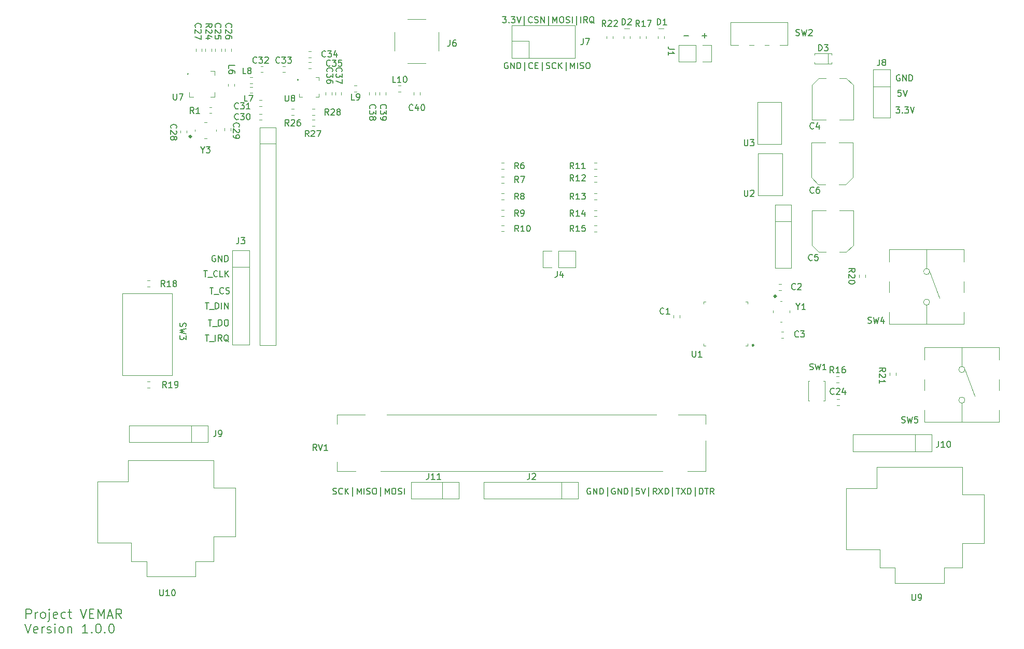
<source format=gto>
%TF.GenerationSoftware,KiCad,Pcbnew,9.0.6*%
%TF.CreationDate,2026-02-02T09:23:09+01:00*%
%TF.ProjectId,controller,636f6e74-726f-46c6-9c65-722e6b696361,rev?*%
%TF.SameCoordinates,Original*%
%TF.FileFunction,Legend,Top*%
%TF.FilePolarity,Positive*%
%FSLAX46Y46*%
G04 Gerber Fmt 4.6, Leading zero omitted, Abs format (unit mm)*
G04 Created by KiCad (PCBNEW 9.0.6) date 2026-02-02 09:23:09*
%MOMM*%
%LPD*%
G01*
G04 APERTURE LIST*
%ADD10C,0.150000*%
%ADD11C,0.100000*%
%ADD12C,0.300000*%
%ADD13C,0.250000*%
G04 APERTURE END LIST*
D10*
X211360588Y-53667438D02*
X211265350Y-53619819D01*
X211265350Y-53619819D02*
X211122493Y-53619819D01*
X211122493Y-53619819D02*
X210979636Y-53667438D01*
X210979636Y-53667438D02*
X210884398Y-53762676D01*
X210884398Y-53762676D02*
X210836779Y-53857914D01*
X210836779Y-53857914D02*
X210789160Y-54048390D01*
X210789160Y-54048390D02*
X210789160Y-54191247D01*
X210789160Y-54191247D02*
X210836779Y-54381723D01*
X210836779Y-54381723D02*
X210884398Y-54476961D01*
X210884398Y-54476961D02*
X210979636Y-54572200D01*
X210979636Y-54572200D02*
X211122493Y-54619819D01*
X211122493Y-54619819D02*
X211217731Y-54619819D01*
X211217731Y-54619819D02*
X211360588Y-54572200D01*
X211360588Y-54572200D02*
X211408207Y-54524580D01*
X211408207Y-54524580D02*
X211408207Y-54191247D01*
X211408207Y-54191247D02*
X211217731Y-54191247D01*
X211836779Y-54619819D02*
X211836779Y-53619819D01*
X211836779Y-53619819D02*
X212408207Y-54619819D01*
X212408207Y-54619819D02*
X212408207Y-53619819D01*
X212884398Y-54619819D02*
X212884398Y-53619819D01*
X212884398Y-53619819D02*
X213122493Y-53619819D01*
X213122493Y-53619819D02*
X213265350Y-53667438D01*
X213265350Y-53667438D02*
X213360588Y-53762676D01*
X213360588Y-53762676D02*
X213408207Y-53857914D01*
X213408207Y-53857914D02*
X213455826Y-54048390D01*
X213455826Y-54048390D02*
X213455826Y-54191247D01*
X213455826Y-54191247D02*
X213408207Y-54381723D01*
X213408207Y-54381723D02*
X213360588Y-54476961D01*
X213360588Y-54476961D02*
X213265350Y-54572200D01*
X213265350Y-54572200D02*
X213122493Y-54619819D01*
X213122493Y-54619819D02*
X212884398Y-54619819D01*
X98693922Y-88369819D02*
X99265350Y-88369819D01*
X98979636Y-89369819D02*
X98979636Y-88369819D01*
X99360589Y-89465057D02*
X100122493Y-89465057D01*
X100932017Y-89274580D02*
X100884398Y-89322200D01*
X100884398Y-89322200D02*
X100741541Y-89369819D01*
X100741541Y-89369819D02*
X100646303Y-89369819D01*
X100646303Y-89369819D02*
X100503446Y-89322200D01*
X100503446Y-89322200D02*
X100408208Y-89226961D01*
X100408208Y-89226961D02*
X100360589Y-89131723D01*
X100360589Y-89131723D02*
X100312970Y-88941247D01*
X100312970Y-88941247D02*
X100312970Y-88798390D01*
X100312970Y-88798390D02*
X100360589Y-88607914D01*
X100360589Y-88607914D02*
X100408208Y-88512676D01*
X100408208Y-88512676D02*
X100503446Y-88417438D01*
X100503446Y-88417438D02*
X100646303Y-88369819D01*
X100646303Y-88369819D02*
X100741541Y-88369819D01*
X100741541Y-88369819D02*
X100884398Y-88417438D01*
X100884398Y-88417438D02*
X100932017Y-88465057D01*
X101312970Y-89322200D02*
X101455827Y-89369819D01*
X101455827Y-89369819D02*
X101693922Y-89369819D01*
X101693922Y-89369819D02*
X101789160Y-89322200D01*
X101789160Y-89322200D02*
X101836779Y-89274580D01*
X101836779Y-89274580D02*
X101884398Y-89179342D01*
X101884398Y-89179342D02*
X101884398Y-89084104D01*
X101884398Y-89084104D02*
X101836779Y-88988866D01*
X101836779Y-88988866D02*
X101789160Y-88941247D01*
X101789160Y-88941247D02*
X101693922Y-88893628D01*
X101693922Y-88893628D02*
X101503446Y-88846009D01*
X101503446Y-88846009D02*
X101408208Y-88798390D01*
X101408208Y-88798390D02*
X101360589Y-88750771D01*
X101360589Y-88750771D02*
X101312970Y-88655533D01*
X101312970Y-88655533D02*
X101312970Y-88560295D01*
X101312970Y-88560295D02*
X101360589Y-88465057D01*
X101360589Y-88465057D02*
X101408208Y-88417438D01*
X101408208Y-88417438D02*
X101503446Y-88369819D01*
X101503446Y-88369819D02*
X101741541Y-88369819D01*
X101741541Y-88369819D02*
X101884398Y-88417438D01*
X97943922Y-90869819D02*
X98515350Y-90869819D01*
X98229636Y-91869819D02*
X98229636Y-90869819D01*
X98610589Y-91965057D02*
X99372493Y-91965057D01*
X99610589Y-91869819D02*
X99610589Y-90869819D01*
X99610589Y-90869819D02*
X99848684Y-90869819D01*
X99848684Y-90869819D02*
X99991541Y-90917438D01*
X99991541Y-90917438D02*
X100086779Y-91012676D01*
X100086779Y-91012676D02*
X100134398Y-91107914D01*
X100134398Y-91107914D02*
X100182017Y-91298390D01*
X100182017Y-91298390D02*
X100182017Y-91441247D01*
X100182017Y-91441247D02*
X100134398Y-91631723D01*
X100134398Y-91631723D02*
X100086779Y-91726961D01*
X100086779Y-91726961D02*
X99991541Y-91822200D01*
X99991541Y-91822200D02*
X99848684Y-91869819D01*
X99848684Y-91869819D02*
X99610589Y-91869819D01*
X100610589Y-91869819D02*
X100610589Y-90869819D01*
X101086779Y-91869819D02*
X101086779Y-90869819D01*
X101086779Y-90869819D02*
X101658207Y-91869819D01*
X101658207Y-91869819D02*
X101658207Y-90869819D01*
X97943922Y-96119819D02*
X98515350Y-96119819D01*
X98229636Y-97119819D02*
X98229636Y-96119819D01*
X98610589Y-97215057D02*
X99372493Y-97215057D01*
X99610589Y-97119819D02*
X99610589Y-96119819D01*
X100658207Y-97119819D02*
X100324874Y-96643628D01*
X100086779Y-97119819D02*
X100086779Y-96119819D01*
X100086779Y-96119819D02*
X100467731Y-96119819D01*
X100467731Y-96119819D02*
X100562969Y-96167438D01*
X100562969Y-96167438D02*
X100610588Y-96215057D01*
X100610588Y-96215057D02*
X100658207Y-96310295D01*
X100658207Y-96310295D02*
X100658207Y-96453152D01*
X100658207Y-96453152D02*
X100610588Y-96548390D01*
X100610588Y-96548390D02*
X100562969Y-96596009D01*
X100562969Y-96596009D02*
X100467731Y-96643628D01*
X100467731Y-96643628D02*
X100086779Y-96643628D01*
X101753445Y-97215057D02*
X101658207Y-97167438D01*
X101658207Y-97167438D02*
X101562969Y-97072200D01*
X101562969Y-97072200D02*
X101420112Y-96929342D01*
X101420112Y-96929342D02*
X101324874Y-96881723D01*
X101324874Y-96881723D02*
X101229636Y-96881723D01*
X101277255Y-97119819D02*
X101182017Y-97072200D01*
X101182017Y-97072200D02*
X101086779Y-96976961D01*
X101086779Y-96976961D02*
X101039160Y-96786485D01*
X101039160Y-96786485D02*
X101039160Y-96453152D01*
X101039160Y-96453152D02*
X101086779Y-96262676D01*
X101086779Y-96262676D02*
X101182017Y-96167438D01*
X101182017Y-96167438D02*
X101277255Y-96119819D01*
X101277255Y-96119819D02*
X101467731Y-96119819D01*
X101467731Y-96119819D02*
X101562969Y-96167438D01*
X101562969Y-96167438D02*
X101658207Y-96262676D01*
X101658207Y-96262676D02*
X101705826Y-96453152D01*
X101705826Y-96453152D02*
X101705826Y-96786485D01*
X101705826Y-96786485D02*
X101658207Y-96976961D01*
X101658207Y-96976961D02*
X101562969Y-97072200D01*
X101562969Y-97072200D02*
X101467731Y-97119819D01*
X101467731Y-97119819D02*
X101277255Y-97119819D01*
X160860588Y-121167438D02*
X160765350Y-121119819D01*
X160765350Y-121119819D02*
X160622493Y-121119819D01*
X160622493Y-121119819D02*
X160479636Y-121167438D01*
X160479636Y-121167438D02*
X160384398Y-121262676D01*
X160384398Y-121262676D02*
X160336779Y-121357914D01*
X160336779Y-121357914D02*
X160289160Y-121548390D01*
X160289160Y-121548390D02*
X160289160Y-121691247D01*
X160289160Y-121691247D02*
X160336779Y-121881723D01*
X160336779Y-121881723D02*
X160384398Y-121976961D01*
X160384398Y-121976961D02*
X160479636Y-122072200D01*
X160479636Y-122072200D02*
X160622493Y-122119819D01*
X160622493Y-122119819D02*
X160717731Y-122119819D01*
X160717731Y-122119819D02*
X160860588Y-122072200D01*
X160860588Y-122072200D02*
X160908207Y-122024580D01*
X160908207Y-122024580D02*
X160908207Y-121691247D01*
X160908207Y-121691247D02*
X160717731Y-121691247D01*
X161336779Y-122119819D02*
X161336779Y-121119819D01*
X161336779Y-121119819D02*
X161908207Y-122119819D01*
X161908207Y-122119819D02*
X161908207Y-121119819D01*
X162384398Y-122119819D02*
X162384398Y-121119819D01*
X162384398Y-121119819D02*
X162622493Y-121119819D01*
X162622493Y-121119819D02*
X162765350Y-121167438D01*
X162765350Y-121167438D02*
X162860588Y-121262676D01*
X162860588Y-121262676D02*
X162908207Y-121357914D01*
X162908207Y-121357914D02*
X162955826Y-121548390D01*
X162955826Y-121548390D02*
X162955826Y-121691247D01*
X162955826Y-121691247D02*
X162908207Y-121881723D01*
X162908207Y-121881723D02*
X162860588Y-121976961D01*
X162860588Y-121976961D02*
X162765350Y-122072200D01*
X162765350Y-122072200D02*
X162622493Y-122119819D01*
X162622493Y-122119819D02*
X162384398Y-122119819D01*
X163622493Y-122453152D02*
X163622493Y-121024580D01*
X164860588Y-121167438D02*
X164765350Y-121119819D01*
X164765350Y-121119819D02*
X164622493Y-121119819D01*
X164622493Y-121119819D02*
X164479636Y-121167438D01*
X164479636Y-121167438D02*
X164384398Y-121262676D01*
X164384398Y-121262676D02*
X164336779Y-121357914D01*
X164336779Y-121357914D02*
X164289160Y-121548390D01*
X164289160Y-121548390D02*
X164289160Y-121691247D01*
X164289160Y-121691247D02*
X164336779Y-121881723D01*
X164336779Y-121881723D02*
X164384398Y-121976961D01*
X164384398Y-121976961D02*
X164479636Y-122072200D01*
X164479636Y-122072200D02*
X164622493Y-122119819D01*
X164622493Y-122119819D02*
X164717731Y-122119819D01*
X164717731Y-122119819D02*
X164860588Y-122072200D01*
X164860588Y-122072200D02*
X164908207Y-122024580D01*
X164908207Y-122024580D02*
X164908207Y-121691247D01*
X164908207Y-121691247D02*
X164717731Y-121691247D01*
X165336779Y-122119819D02*
X165336779Y-121119819D01*
X165336779Y-121119819D02*
X165908207Y-122119819D01*
X165908207Y-122119819D02*
X165908207Y-121119819D01*
X166384398Y-122119819D02*
X166384398Y-121119819D01*
X166384398Y-121119819D02*
X166622493Y-121119819D01*
X166622493Y-121119819D02*
X166765350Y-121167438D01*
X166765350Y-121167438D02*
X166860588Y-121262676D01*
X166860588Y-121262676D02*
X166908207Y-121357914D01*
X166908207Y-121357914D02*
X166955826Y-121548390D01*
X166955826Y-121548390D02*
X166955826Y-121691247D01*
X166955826Y-121691247D02*
X166908207Y-121881723D01*
X166908207Y-121881723D02*
X166860588Y-121976961D01*
X166860588Y-121976961D02*
X166765350Y-122072200D01*
X166765350Y-122072200D02*
X166622493Y-122119819D01*
X166622493Y-122119819D02*
X166384398Y-122119819D01*
X167622493Y-122453152D02*
X167622493Y-121024580D01*
X168812969Y-121119819D02*
X168336779Y-121119819D01*
X168336779Y-121119819D02*
X168289160Y-121596009D01*
X168289160Y-121596009D02*
X168336779Y-121548390D01*
X168336779Y-121548390D02*
X168432017Y-121500771D01*
X168432017Y-121500771D02*
X168670112Y-121500771D01*
X168670112Y-121500771D02*
X168765350Y-121548390D01*
X168765350Y-121548390D02*
X168812969Y-121596009D01*
X168812969Y-121596009D02*
X168860588Y-121691247D01*
X168860588Y-121691247D02*
X168860588Y-121929342D01*
X168860588Y-121929342D02*
X168812969Y-122024580D01*
X168812969Y-122024580D02*
X168765350Y-122072200D01*
X168765350Y-122072200D02*
X168670112Y-122119819D01*
X168670112Y-122119819D02*
X168432017Y-122119819D01*
X168432017Y-122119819D02*
X168336779Y-122072200D01*
X168336779Y-122072200D02*
X168289160Y-122024580D01*
X169146303Y-121119819D02*
X169479636Y-122119819D01*
X169479636Y-122119819D02*
X169812969Y-121119819D01*
X170384398Y-122453152D02*
X170384398Y-121024580D01*
X171670112Y-122119819D02*
X171336779Y-121643628D01*
X171098684Y-122119819D02*
X171098684Y-121119819D01*
X171098684Y-121119819D02*
X171479636Y-121119819D01*
X171479636Y-121119819D02*
X171574874Y-121167438D01*
X171574874Y-121167438D02*
X171622493Y-121215057D01*
X171622493Y-121215057D02*
X171670112Y-121310295D01*
X171670112Y-121310295D02*
X171670112Y-121453152D01*
X171670112Y-121453152D02*
X171622493Y-121548390D01*
X171622493Y-121548390D02*
X171574874Y-121596009D01*
X171574874Y-121596009D02*
X171479636Y-121643628D01*
X171479636Y-121643628D02*
X171098684Y-121643628D01*
X172003446Y-121119819D02*
X172670112Y-122119819D01*
X172670112Y-121119819D02*
X172003446Y-122119819D01*
X173051065Y-122119819D02*
X173051065Y-121119819D01*
X173051065Y-121119819D02*
X173289160Y-121119819D01*
X173289160Y-121119819D02*
X173432017Y-121167438D01*
X173432017Y-121167438D02*
X173527255Y-121262676D01*
X173527255Y-121262676D02*
X173574874Y-121357914D01*
X173574874Y-121357914D02*
X173622493Y-121548390D01*
X173622493Y-121548390D02*
X173622493Y-121691247D01*
X173622493Y-121691247D02*
X173574874Y-121881723D01*
X173574874Y-121881723D02*
X173527255Y-121976961D01*
X173527255Y-121976961D02*
X173432017Y-122072200D01*
X173432017Y-122072200D02*
X173289160Y-122119819D01*
X173289160Y-122119819D02*
X173051065Y-122119819D01*
X174289160Y-122453152D02*
X174289160Y-121024580D01*
X174860589Y-121119819D02*
X175432017Y-121119819D01*
X175146303Y-122119819D02*
X175146303Y-121119819D01*
X175670113Y-121119819D02*
X176336779Y-122119819D01*
X176336779Y-121119819D02*
X175670113Y-122119819D01*
X176717732Y-122119819D02*
X176717732Y-121119819D01*
X176717732Y-121119819D02*
X176955827Y-121119819D01*
X176955827Y-121119819D02*
X177098684Y-121167438D01*
X177098684Y-121167438D02*
X177193922Y-121262676D01*
X177193922Y-121262676D02*
X177241541Y-121357914D01*
X177241541Y-121357914D02*
X177289160Y-121548390D01*
X177289160Y-121548390D02*
X177289160Y-121691247D01*
X177289160Y-121691247D02*
X177241541Y-121881723D01*
X177241541Y-121881723D02*
X177193922Y-121976961D01*
X177193922Y-121976961D02*
X177098684Y-122072200D01*
X177098684Y-122072200D02*
X176955827Y-122119819D01*
X176955827Y-122119819D02*
X176717732Y-122119819D01*
X177955827Y-122453152D02*
X177955827Y-121024580D01*
X178670113Y-122119819D02*
X178670113Y-121119819D01*
X178670113Y-121119819D02*
X178908208Y-121119819D01*
X178908208Y-121119819D02*
X179051065Y-121167438D01*
X179051065Y-121167438D02*
X179146303Y-121262676D01*
X179146303Y-121262676D02*
X179193922Y-121357914D01*
X179193922Y-121357914D02*
X179241541Y-121548390D01*
X179241541Y-121548390D02*
X179241541Y-121691247D01*
X179241541Y-121691247D02*
X179193922Y-121881723D01*
X179193922Y-121881723D02*
X179146303Y-121976961D01*
X179146303Y-121976961D02*
X179051065Y-122072200D01*
X179051065Y-122072200D02*
X178908208Y-122119819D01*
X178908208Y-122119819D02*
X178670113Y-122119819D01*
X179527256Y-121119819D02*
X180098684Y-121119819D01*
X179812970Y-122119819D02*
X179812970Y-121119819D01*
X181003446Y-122119819D02*
X180670113Y-121643628D01*
X180432018Y-122119819D02*
X180432018Y-121119819D01*
X180432018Y-121119819D02*
X180812970Y-121119819D01*
X180812970Y-121119819D02*
X180908208Y-121167438D01*
X180908208Y-121167438D02*
X180955827Y-121215057D01*
X180955827Y-121215057D02*
X181003446Y-121310295D01*
X181003446Y-121310295D02*
X181003446Y-121453152D01*
X181003446Y-121453152D02*
X180955827Y-121548390D01*
X180955827Y-121548390D02*
X180908208Y-121596009D01*
X180908208Y-121596009D02*
X180812970Y-121643628D01*
X180812970Y-121643628D02*
X180432018Y-121643628D01*
X99610588Y-83167438D02*
X99515350Y-83119819D01*
X99515350Y-83119819D02*
X99372493Y-83119819D01*
X99372493Y-83119819D02*
X99229636Y-83167438D01*
X99229636Y-83167438D02*
X99134398Y-83262676D01*
X99134398Y-83262676D02*
X99086779Y-83357914D01*
X99086779Y-83357914D02*
X99039160Y-83548390D01*
X99039160Y-83548390D02*
X99039160Y-83691247D01*
X99039160Y-83691247D02*
X99086779Y-83881723D01*
X99086779Y-83881723D02*
X99134398Y-83976961D01*
X99134398Y-83976961D02*
X99229636Y-84072200D01*
X99229636Y-84072200D02*
X99372493Y-84119819D01*
X99372493Y-84119819D02*
X99467731Y-84119819D01*
X99467731Y-84119819D02*
X99610588Y-84072200D01*
X99610588Y-84072200D02*
X99658207Y-84024580D01*
X99658207Y-84024580D02*
X99658207Y-83691247D01*
X99658207Y-83691247D02*
X99467731Y-83691247D01*
X100086779Y-84119819D02*
X100086779Y-83119819D01*
X100086779Y-83119819D02*
X100658207Y-84119819D01*
X100658207Y-84119819D02*
X100658207Y-83119819D01*
X101134398Y-84119819D02*
X101134398Y-83119819D01*
X101134398Y-83119819D02*
X101372493Y-83119819D01*
X101372493Y-83119819D02*
X101515350Y-83167438D01*
X101515350Y-83167438D02*
X101610588Y-83262676D01*
X101610588Y-83262676D02*
X101658207Y-83357914D01*
X101658207Y-83357914D02*
X101705826Y-83548390D01*
X101705826Y-83548390D02*
X101705826Y-83691247D01*
X101705826Y-83691247D02*
X101658207Y-83881723D01*
X101658207Y-83881723D02*
X101610588Y-83976961D01*
X101610588Y-83976961D02*
X101515350Y-84072200D01*
X101515350Y-84072200D02*
X101372493Y-84119819D01*
X101372493Y-84119819D02*
X101134398Y-84119819D01*
X147360588Y-51667438D02*
X147265350Y-51619819D01*
X147265350Y-51619819D02*
X147122493Y-51619819D01*
X147122493Y-51619819D02*
X146979636Y-51667438D01*
X146979636Y-51667438D02*
X146884398Y-51762676D01*
X146884398Y-51762676D02*
X146836779Y-51857914D01*
X146836779Y-51857914D02*
X146789160Y-52048390D01*
X146789160Y-52048390D02*
X146789160Y-52191247D01*
X146789160Y-52191247D02*
X146836779Y-52381723D01*
X146836779Y-52381723D02*
X146884398Y-52476961D01*
X146884398Y-52476961D02*
X146979636Y-52572200D01*
X146979636Y-52572200D02*
X147122493Y-52619819D01*
X147122493Y-52619819D02*
X147217731Y-52619819D01*
X147217731Y-52619819D02*
X147360588Y-52572200D01*
X147360588Y-52572200D02*
X147408207Y-52524580D01*
X147408207Y-52524580D02*
X147408207Y-52191247D01*
X147408207Y-52191247D02*
X147217731Y-52191247D01*
X147836779Y-52619819D02*
X147836779Y-51619819D01*
X147836779Y-51619819D02*
X148408207Y-52619819D01*
X148408207Y-52619819D02*
X148408207Y-51619819D01*
X148884398Y-52619819D02*
X148884398Y-51619819D01*
X148884398Y-51619819D02*
X149122493Y-51619819D01*
X149122493Y-51619819D02*
X149265350Y-51667438D01*
X149265350Y-51667438D02*
X149360588Y-51762676D01*
X149360588Y-51762676D02*
X149408207Y-51857914D01*
X149408207Y-51857914D02*
X149455826Y-52048390D01*
X149455826Y-52048390D02*
X149455826Y-52191247D01*
X149455826Y-52191247D02*
X149408207Y-52381723D01*
X149408207Y-52381723D02*
X149360588Y-52476961D01*
X149360588Y-52476961D02*
X149265350Y-52572200D01*
X149265350Y-52572200D02*
X149122493Y-52619819D01*
X149122493Y-52619819D02*
X148884398Y-52619819D01*
X150122493Y-52953152D02*
X150122493Y-51524580D01*
X151408207Y-52524580D02*
X151360588Y-52572200D01*
X151360588Y-52572200D02*
X151217731Y-52619819D01*
X151217731Y-52619819D02*
X151122493Y-52619819D01*
X151122493Y-52619819D02*
X150979636Y-52572200D01*
X150979636Y-52572200D02*
X150884398Y-52476961D01*
X150884398Y-52476961D02*
X150836779Y-52381723D01*
X150836779Y-52381723D02*
X150789160Y-52191247D01*
X150789160Y-52191247D02*
X150789160Y-52048390D01*
X150789160Y-52048390D02*
X150836779Y-51857914D01*
X150836779Y-51857914D02*
X150884398Y-51762676D01*
X150884398Y-51762676D02*
X150979636Y-51667438D01*
X150979636Y-51667438D02*
X151122493Y-51619819D01*
X151122493Y-51619819D02*
X151217731Y-51619819D01*
X151217731Y-51619819D02*
X151360588Y-51667438D01*
X151360588Y-51667438D02*
X151408207Y-51715057D01*
X151836779Y-52096009D02*
X152170112Y-52096009D01*
X152312969Y-52619819D02*
X151836779Y-52619819D01*
X151836779Y-52619819D02*
X151836779Y-51619819D01*
X151836779Y-51619819D02*
X152312969Y-51619819D01*
X152979636Y-52953152D02*
X152979636Y-51524580D01*
X153646303Y-52572200D02*
X153789160Y-52619819D01*
X153789160Y-52619819D02*
X154027255Y-52619819D01*
X154027255Y-52619819D02*
X154122493Y-52572200D01*
X154122493Y-52572200D02*
X154170112Y-52524580D01*
X154170112Y-52524580D02*
X154217731Y-52429342D01*
X154217731Y-52429342D02*
X154217731Y-52334104D01*
X154217731Y-52334104D02*
X154170112Y-52238866D01*
X154170112Y-52238866D02*
X154122493Y-52191247D01*
X154122493Y-52191247D02*
X154027255Y-52143628D01*
X154027255Y-52143628D02*
X153836779Y-52096009D01*
X153836779Y-52096009D02*
X153741541Y-52048390D01*
X153741541Y-52048390D02*
X153693922Y-52000771D01*
X153693922Y-52000771D02*
X153646303Y-51905533D01*
X153646303Y-51905533D02*
X153646303Y-51810295D01*
X153646303Y-51810295D02*
X153693922Y-51715057D01*
X153693922Y-51715057D02*
X153741541Y-51667438D01*
X153741541Y-51667438D02*
X153836779Y-51619819D01*
X153836779Y-51619819D02*
X154074874Y-51619819D01*
X154074874Y-51619819D02*
X154217731Y-51667438D01*
X155217731Y-52524580D02*
X155170112Y-52572200D01*
X155170112Y-52572200D02*
X155027255Y-52619819D01*
X155027255Y-52619819D02*
X154932017Y-52619819D01*
X154932017Y-52619819D02*
X154789160Y-52572200D01*
X154789160Y-52572200D02*
X154693922Y-52476961D01*
X154693922Y-52476961D02*
X154646303Y-52381723D01*
X154646303Y-52381723D02*
X154598684Y-52191247D01*
X154598684Y-52191247D02*
X154598684Y-52048390D01*
X154598684Y-52048390D02*
X154646303Y-51857914D01*
X154646303Y-51857914D02*
X154693922Y-51762676D01*
X154693922Y-51762676D02*
X154789160Y-51667438D01*
X154789160Y-51667438D02*
X154932017Y-51619819D01*
X154932017Y-51619819D02*
X155027255Y-51619819D01*
X155027255Y-51619819D02*
X155170112Y-51667438D01*
X155170112Y-51667438D02*
X155217731Y-51715057D01*
X155646303Y-52619819D02*
X155646303Y-51619819D01*
X156217731Y-52619819D02*
X155789160Y-52048390D01*
X156217731Y-51619819D02*
X155646303Y-52191247D01*
X156884398Y-52953152D02*
X156884398Y-51524580D01*
X157598684Y-52619819D02*
X157598684Y-51619819D01*
X157598684Y-51619819D02*
X157932017Y-52334104D01*
X157932017Y-52334104D02*
X158265350Y-51619819D01*
X158265350Y-51619819D02*
X158265350Y-52619819D01*
X158741541Y-52619819D02*
X158741541Y-51619819D01*
X159170112Y-52572200D02*
X159312969Y-52619819D01*
X159312969Y-52619819D02*
X159551064Y-52619819D01*
X159551064Y-52619819D02*
X159646302Y-52572200D01*
X159646302Y-52572200D02*
X159693921Y-52524580D01*
X159693921Y-52524580D02*
X159741540Y-52429342D01*
X159741540Y-52429342D02*
X159741540Y-52334104D01*
X159741540Y-52334104D02*
X159693921Y-52238866D01*
X159693921Y-52238866D02*
X159646302Y-52191247D01*
X159646302Y-52191247D02*
X159551064Y-52143628D01*
X159551064Y-52143628D02*
X159360588Y-52096009D01*
X159360588Y-52096009D02*
X159265350Y-52048390D01*
X159265350Y-52048390D02*
X159217731Y-52000771D01*
X159217731Y-52000771D02*
X159170112Y-51905533D01*
X159170112Y-51905533D02*
X159170112Y-51810295D01*
X159170112Y-51810295D02*
X159217731Y-51715057D01*
X159217731Y-51715057D02*
X159265350Y-51667438D01*
X159265350Y-51667438D02*
X159360588Y-51619819D01*
X159360588Y-51619819D02*
X159598683Y-51619819D01*
X159598683Y-51619819D02*
X159741540Y-51667438D01*
X160360588Y-51619819D02*
X160551064Y-51619819D01*
X160551064Y-51619819D02*
X160646302Y-51667438D01*
X160646302Y-51667438D02*
X160741540Y-51762676D01*
X160741540Y-51762676D02*
X160789159Y-51953152D01*
X160789159Y-51953152D02*
X160789159Y-52286485D01*
X160789159Y-52286485D02*
X160741540Y-52476961D01*
X160741540Y-52476961D02*
X160646302Y-52572200D01*
X160646302Y-52572200D02*
X160551064Y-52619819D01*
X160551064Y-52619819D02*
X160360588Y-52619819D01*
X160360588Y-52619819D02*
X160265350Y-52572200D01*
X160265350Y-52572200D02*
X160170112Y-52476961D01*
X160170112Y-52476961D02*
X160122493Y-52286485D01*
X160122493Y-52286485D02*
X160122493Y-51953152D01*
X160122493Y-51953152D02*
X160170112Y-51762676D01*
X160170112Y-51762676D02*
X160265350Y-51667438D01*
X160265350Y-51667438D02*
X160360588Y-51619819D01*
X97693922Y-85619819D02*
X98265350Y-85619819D01*
X97979636Y-86619819D02*
X97979636Y-85619819D01*
X98360589Y-86715057D02*
X99122493Y-86715057D01*
X99932017Y-86524580D02*
X99884398Y-86572200D01*
X99884398Y-86572200D02*
X99741541Y-86619819D01*
X99741541Y-86619819D02*
X99646303Y-86619819D01*
X99646303Y-86619819D02*
X99503446Y-86572200D01*
X99503446Y-86572200D02*
X99408208Y-86476961D01*
X99408208Y-86476961D02*
X99360589Y-86381723D01*
X99360589Y-86381723D02*
X99312970Y-86191247D01*
X99312970Y-86191247D02*
X99312970Y-86048390D01*
X99312970Y-86048390D02*
X99360589Y-85857914D01*
X99360589Y-85857914D02*
X99408208Y-85762676D01*
X99408208Y-85762676D02*
X99503446Y-85667438D01*
X99503446Y-85667438D02*
X99646303Y-85619819D01*
X99646303Y-85619819D02*
X99741541Y-85619819D01*
X99741541Y-85619819D02*
X99884398Y-85667438D01*
X99884398Y-85667438D02*
X99932017Y-85715057D01*
X100836779Y-86619819D02*
X100360589Y-86619819D01*
X100360589Y-86619819D02*
X100360589Y-85619819D01*
X101170113Y-86619819D02*
X101170113Y-85619819D01*
X101741541Y-86619819D02*
X101312970Y-86048390D01*
X101741541Y-85619819D02*
X101170113Y-86191247D01*
X211562969Y-56119819D02*
X211086779Y-56119819D01*
X211086779Y-56119819D02*
X211039160Y-56596009D01*
X211039160Y-56596009D02*
X211086779Y-56548390D01*
X211086779Y-56548390D02*
X211182017Y-56500771D01*
X211182017Y-56500771D02*
X211420112Y-56500771D01*
X211420112Y-56500771D02*
X211515350Y-56548390D01*
X211515350Y-56548390D02*
X211562969Y-56596009D01*
X211562969Y-56596009D02*
X211610588Y-56691247D01*
X211610588Y-56691247D02*
X211610588Y-56929342D01*
X211610588Y-56929342D02*
X211562969Y-57024580D01*
X211562969Y-57024580D02*
X211515350Y-57072200D01*
X211515350Y-57072200D02*
X211420112Y-57119819D01*
X211420112Y-57119819D02*
X211182017Y-57119819D01*
X211182017Y-57119819D02*
X211086779Y-57072200D01*
X211086779Y-57072200D02*
X211039160Y-57024580D01*
X211896303Y-56119819D02*
X212229636Y-57119819D01*
X212229636Y-57119819D02*
X212562969Y-56119819D01*
X146491541Y-44119819D02*
X147110588Y-44119819D01*
X147110588Y-44119819D02*
X146777255Y-44500771D01*
X146777255Y-44500771D02*
X146920112Y-44500771D01*
X146920112Y-44500771D02*
X147015350Y-44548390D01*
X147015350Y-44548390D02*
X147062969Y-44596009D01*
X147062969Y-44596009D02*
X147110588Y-44691247D01*
X147110588Y-44691247D02*
X147110588Y-44929342D01*
X147110588Y-44929342D02*
X147062969Y-45024580D01*
X147062969Y-45024580D02*
X147015350Y-45072200D01*
X147015350Y-45072200D02*
X146920112Y-45119819D01*
X146920112Y-45119819D02*
X146634398Y-45119819D01*
X146634398Y-45119819D02*
X146539160Y-45072200D01*
X146539160Y-45072200D02*
X146491541Y-45024580D01*
X147539160Y-45024580D02*
X147586779Y-45072200D01*
X147586779Y-45072200D02*
X147539160Y-45119819D01*
X147539160Y-45119819D02*
X147491541Y-45072200D01*
X147491541Y-45072200D02*
X147539160Y-45024580D01*
X147539160Y-45024580D02*
X147539160Y-45119819D01*
X147920112Y-44119819D02*
X148539159Y-44119819D01*
X148539159Y-44119819D02*
X148205826Y-44500771D01*
X148205826Y-44500771D02*
X148348683Y-44500771D01*
X148348683Y-44500771D02*
X148443921Y-44548390D01*
X148443921Y-44548390D02*
X148491540Y-44596009D01*
X148491540Y-44596009D02*
X148539159Y-44691247D01*
X148539159Y-44691247D02*
X148539159Y-44929342D01*
X148539159Y-44929342D02*
X148491540Y-45024580D01*
X148491540Y-45024580D02*
X148443921Y-45072200D01*
X148443921Y-45072200D02*
X148348683Y-45119819D01*
X148348683Y-45119819D02*
X148062969Y-45119819D01*
X148062969Y-45119819D02*
X147967731Y-45072200D01*
X147967731Y-45072200D02*
X147920112Y-45024580D01*
X148824874Y-44119819D02*
X149158207Y-45119819D01*
X149158207Y-45119819D02*
X149491540Y-44119819D01*
X150062969Y-45453152D02*
X150062969Y-44024580D01*
X151348683Y-45024580D02*
X151301064Y-45072200D01*
X151301064Y-45072200D02*
X151158207Y-45119819D01*
X151158207Y-45119819D02*
X151062969Y-45119819D01*
X151062969Y-45119819D02*
X150920112Y-45072200D01*
X150920112Y-45072200D02*
X150824874Y-44976961D01*
X150824874Y-44976961D02*
X150777255Y-44881723D01*
X150777255Y-44881723D02*
X150729636Y-44691247D01*
X150729636Y-44691247D02*
X150729636Y-44548390D01*
X150729636Y-44548390D02*
X150777255Y-44357914D01*
X150777255Y-44357914D02*
X150824874Y-44262676D01*
X150824874Y-44262676D02*
X150920112Y-44167438D01*
X150920112Y-44167438D02*
X151062969Y-44119819D01*
X151062969Y-44119819D02*
X151158207Y-44119819D01*
X151158207Y-44119819D02*
X151301064Y-44167438D01*
X151301064Y-44167438D02*
X151348683Y-44215057D01*
X151729636Y-45072200D02*
X151872493Y-45119819D01*
X151872493Y-45119819D02*
X152110588Y-45119819D01*
X152110588Y-45119819D02*
X152205826Y-45072200D01*
X152205826Y-45072200D02*
X152253445Y-45024580D01*
X152253445Y-45024580D02*
X152301064Y-44929342D01*
X152301064Y-44929342D02*
X152301064Y-44834104D01*
X152301064Y-44834104D02*
X152253445Y-44738866D01*
X152253445Y-44738866D02*
X152205826Y-44691247D01*
X152205826Y-44691247D02*
X152110588Y-44643628D01*
X152110588Y-44643628D02*
X151920112Y-44596009D01*
X151920112Y-44596009D02*
X151824874Y-44548390D01*
X151824874Y-44548390D02*
X151777255Y-44500771D01*
X151777255Y-44500771D02*
X151729636Y-44405533D01*
X151729636Y-44405533D02*
X151729636Y-44310295D01*
X151729636Y-44310295D02*
X151777255Y-44215057D01*
X151777255Y-44215057D02*
X151824874Y-44167438D01*
X151824874Y-44167438D02*
X151920112Y-44119819D01*
X151920112Y-44119819D02*
X152158207Y-44119819D01*
X152158207Y-44119819D02*
X152301064Y-44167438D01*
X152729636Y-45119819D02*
X152729636Y-44119819D01*
X152729636Y-44119819D02*
X153301064Y-45119819D01*
X153301064Y-45119819D02*
X153301064Y-44119819D01*
X154015350Y-45453152D02*
X154015350Y-44024580D01*
X154729636Y-45119819D02*
X154729636Y-44119819D01*
X154729636Y-44119819D02*
X155062969Y-44834104D01*
X155062969Y-44834104D02*
X155396302Y-44119819D01*
X155396302Y-44119819D02*
X155396302Y-45119819D01*
X156062969Y-44119819D02*
X156253445Y-44119819D01*
X156253445Y-44119819D02*
X156348683Y-44167438D01*
X156348683Y-44167438D02*
X156443921Y-44262676D01*
X156443921Y-44262676D02*
X156491540Y-44453152D01*
X156491540Y-44453152D02*
X156491540Y-44786485D01*
X156491540Y-44786485D02*
X156443921Y-44976961D01*
X156443921Y-44976961D02*
X156348683Y-45072200D01*
X156348683Y-45072200D02*
X156253445Y-45119819D01*
X156253445Y-45119819D02*
X156062969Y-45119819D01*
X156062969Y-45119819D02*
X155967731Y-45072200D01*
X155967731Y-45072200D02*
X155872493Y-44976961D01*
X155872493Y-44976961D02*
X155824874Y-44786485D01*
X155824874Y-44786485D02*
X155824874Y-44453152D01*
X155824874Y-44453152D02*
X155872493Y-44262676D01*
X155872493Y-44262676D02*
X155967731Y-44167438D01*
X155967731Y-44167438D02*
X156062969Y-44119819D01*
X156872493Y-45072200D02*
X157015350Y-45119819D01*
X157015350Y-45119819D02*
X157253445Y-45119819D01*
X157253445Y-45119819D02*
X157348683Y-45072200D01*
X157348683Y-45072200D02*
X157396302Y-45024580D01*
X157396302Y-45024580D02*
X157443921Y-44929342D01*
X157443921Y-44929342D02*
X157443921Y-44834104D01*
X157443921Y-44834104D02*
X157396302Y-44738866D01*
X157396302Y-44738866D02*
X157348683Y-44691247D01*
X157348683Y-44691247D02*
X157253445Y-44643628D01*
X157253445Y-44643628D02*
X157062969Y-44596009D01*
X157062969Y-44596009D02*
X156967731Y-44548390D01*
X156967731Y-44548390D02*
X156920112Y-44500771D01*
X156920112Y-44500771D02*
X156872493Y-44405533D01*
X156872493Y-44405533D02*
X156872493Y-44310295D01*
X156872493Y-44310295D02*
X156920112Y-44215057D01*
X156920112Y-44215057D02*
X156967731Y-44167438D01*
X156967731Y-44167438D02*
X157062969Y-44119819D01*
X157062969Y-44119819D02*
X157301064Y-44119819D01*
X157301064Y-44119819D02*
X157443921Y-44167438D01*
X157872493Y-45119819D02*
X157872493Y-44119819D01*
X158586778Y-45453152D02*
X158586778Y-44024580D01*
X159301064Y-45119819D02*
X159301064Y-44119819D01*
X160348682Y-45119819D02*
X160015349Y-44643628D01*
X159777254Y-45119819D02*
X159777254Y-44119819D01*
X159777254Y-44119819D02*
X160158206Y-44119819D01*
X160158206Y-44119819D02*
X160253444Y-44167438D01*
X160253444Y-44167438D02*
X160301063Y-44215057D01*
X160301063Y-44215057D02*
X160348682Y-44310295D01*
X160348682Y-44310295D02*
X160348682Y-44453152D01*
X160348682Y-44453152D02*
X160301063Y-44548390D01*
X160301063Y-44548390D02*
X160253444Y-44596009D01*
X160253444Y-44596009D02*
X160158206Y-44643628D01*
X160158206Y-44643628D02*
X159777254Y-44643628D01*
X161443920Y-45215057D02*
X161348682Y-45167438D01*
X161348682Y-45167438D02*
X161253444Y-45072200D01*
X161253444Y-45072200D02*
X161110587Y-44929342D01*
X161110587Y-44929342D02*
X161015349Y-44881723D01*
X161015349Y-44881723D02*
X160920111Y-44881723D01*
X160967730Y-45119819D02*
X160872492Y-45072200D01*
X160872492Y-45072200D02*
X160777254Y-44976961D01*
X160777254Y-44976961D02*
X160729635Y-44786485D01*
X160729635Y-44786485D02*
X160729635Y-44453152D01*
X160729635Y-44453152D02*
X160777254Y-44262676D01*
X160777254Y-44262676D02*
X160872492Y-44167438D01*
X160872492Y-44167438D02*
X160967730Y-44119819D01*
X160967730Y-44119819D02*
X161158206Y-44119819D01*
X161158206Y-44119819D02*
X161253444Y-44167438D01*
X161253444Y-44167438D02*
X161348682Y-44262676D01*
X161348682Y-44262676D02*
X161396301Y-44453152D01*
X161396301Y-44453152D02*
X161396301Y-44786485D01*
X161396301Y-44786485D02*
X161348682Y-44976961D01*
X161348682Y-44976961D02*
X161253444Y-45072200D01*
X161253444Y-45072200D02*
X161158206Y-45119819D01*
X161158206Y-45119819D02*
X160967730Y-45119819D01*
X98443922Y-93619819D02*
X99015350Y-93619819D01*
X98729636Y-94619819D02*
X98729636Y-93619819D01*
X99110589Y-94715057D02*
X99872493Y-94715057D01*
X100110589Y-94619819D02*
X100110589Y-93619819D01*
X100110589Y-93619819D02*
X100348684Y-93619819D01*
X100348684Y-93619819D02*
X100491541Y-93667438D01*
X100491541Y-93667438D02*
X100586779Y-93762676D01*
X100586779Y-93762676D02*
X100634398Y-93857914D01*
X100634398Y-93857914D02*
X100682017Y-94048390D01*
X100682017Y-94048390D02*
X100682017Y-94191247D01*
X100682017Y-94191247D02*
X100634398Y-94381723D01*
X100634398Y-94381723D02*
X100586779Y-94476961D01*
X100586779Y-94476961D02*
X100491541Y-94572200D01*
X100491541Y-94572200D02*
X100348684Y-94619819D01*
X100348684Y-94619819D02*
X100110589Y-94619819D01*
X101301065Y-93619819D02*
X101491541Y-93619819D01*
X101491541Y-93619819D02*
X101586779Y-93667438D01*
X101586779Y-93667438D02*
X101682017Y-93762676D01*
X101682017Y-93762676D02*
X101729636Y-93953152D01*
X101729636Y-93953152D02*
X101729636Y-94286485D01*
X101729636Y-94286485D02*
X101682017Y-94476961D01*
X101682017Y-94476961D02*
X101586779Y-94572200D01*
X101586779Y-94572200D02*
X101491541Y-94619819D01*
X101491541Y-94619819D02*
X101301065Y-94619819D01*
X101301065Y-94619819D02*
X101205827Y-94572200D01*
X101205827Y-94572200D02*
X101110589Y-94476961D01*
X101110589Y-94476961D02*
X101062970Y-94286485D01*
X101062970Y-94286485D02*
X101062970Y-93953152D01*
X101062970Y-93953152D02*
X101110589Y-93762676D01*
X101110589Y-93762676D02*
X101205827Y-93667438D01*
X101205827Y-93667438D02*
X101301065Y-93619819D01*
X118789160Y-122072200D02*
X118932017Y-122119819D01*
X118932017Y-122119819D02*
X119170112Y-122119819D01*
X119170112Y-122119819D02*
X119265350Y-122072200D01*
X119265350Y-122072200D02*
X119312969Y-122024580D01*
X119312969Y-122024580D02*
X119360588Y-121929342D01*
X119360588Y-121929342D02*
X119360588Y-121834104D01*
X119360588Y-121834104D02*
X119312969Y-121738866D01*
X119312969Y-121738866D02*
X119265350Y-121691247D01*
X119265350Y-121691247D02*
X119170112Y-121643628D01*
X119170112Y-121643628D02*
X118979636Y-121596009D01*
X118979636Y-121596009D02*
X118884398Y-121548390D01*
X118884398Y-121548390D02*
X118836779Y-121500771D01*
X118836779Y-121500771D02*
X118789160Y-121405533D01*
X118789160Y-121405533D02*
X118789160Y-121310295D01*
X118789160Y-121310295D02*
X118836779Y-121215057D01*
X118836779Y-121215057D02*
X118884398Y-121167438D01*
X118884398Y-121167438D02*
X118979636Y-121119819D01*
X118979636Y-121119819D02*
X119217731Y-121119819D01*
X119217731Y-121119819D02*
X119360588Y-121167438D01*
X120360588Y-122024580D02*
X120312969Y-122072200D01*
X120312969Y-122072200D02*
X120170112Y-122119819D01*
X120170112Y-122119819D02*
X120074874Y-122119819D01*
X120074874Y-122119819D02*
X119932017Y-122072200D01*
X119932017Y-122072200D02*
X119836779Y-121976961D01*
X119836779Y-121976961D02*
X119789160Y-121881723D01*
X119789160Y-121881723D02*
X119741541Y-121691247D01*
X119741541Y-121691247D02*
X119741541Y-121548390D01*
X119741541Y-121548390D02*
X119789160Y-121357914D01*
X119789160Y-121357914D02*
X119836779Y-121262676D01*
X119836779Y-121262676D02*
X119932017Y-121167438D01*
X119932017Y-121167438D02*
X120074874Y-121119819D01*
X120074874Y-121119819D02*
X120170112Y-121119819D01*
X120170112Y-121119819D02*
X120312969Y-121167438D01*
X120312969Y-121167438D02*
X120360588Y-121215057D01*
X120789160Y-122119819D02*
X120789160Y-121119819D01*
X121360588Y-122119819D02*
X120932017Y-121548390D01*
X121360588Y-121119819D02*
X120789160Y-121691247D01*
X122027255Y-122453152D02*
X122027255Y-121024580D01*
X122741541Y-122119819D02*
X122741541Y-121119819D01*
X122741541Y-121119819D02*
X123074874Y-121834104D01*
X123074874Y-121834104D02*
X123408207Y-121119819D01*
X123408207Y-121119819D02*
X123408207Y-122119819D01*
X123884398Y-122119819D02*
X123884398Y-121119819D01*
X124312969Y-122072200D02*
X124455826Y-122119819D01*
X124455826Y-122119819D02*
X124693921Y-122119819D01*
X124693921Y-122119819D02*
X124789159Y-122072200D01*
X124789159Y-122072200D02*
X124836778Y-122024580D01*
X124836778Y-122024580D02*
X124884397Y-121929342D01*
X124884397Y-121929342D02*
X124884397Y-121834104D01*
X124884397Y-121834104D02*
X124836778Y-121738866D01*
X124836778Y-121738866D02*
X124789159Y-121691247D01*
X124789159Y-121691247D02*
X124693921Y-121643628D01*
X124693921Y-121643628D02*
X124503445Y-121596009D01*
X124503445Y-121596009D02*
X124408207Y-121548390D01*
X124408207Y-121548390D02*
X124360588Y-121500771D01*
X124360588Y-121500771D02*
X124312969Y-121405533D01*
X124312969Y-121405533D02*
X124312969Y-121310295D01*
X124312969Y-121310295D02*
X124360588Y-121215057D01*
X124360588Y-121215057D02*
X124408207Y-121167438D01*
X124408207Y-121167438D02*
X124503445Y-121119819D01*
X124503445Y-121119819D02*
X124741540Y-121119819D01*
X124741540Y-121119819D02*
X124884397Y-121167438D01*
X125503445Y-121119819D02*
X125693921Y-121119819D01*
X125693921Y-121119819D02*
X125789159Y-121167438D01*
X125789159Y-121167438D02*
X125884397Y-121262676D01*
X125884397Y-121262676D02*
X125932016Y-121453152D01*
X125932016Y-121453152D02*
X125932016Y-121786485D01*
X125932016Y-121786485D02*
X125884397Y-121976961D01*
X125884397Y-121976961D02*
X125789159Y-122072200D01*
X125789159Y-122072200D02*
X125693921Y-122119819D01*
X125693921Y-122119819D02*
X125503445Y-122119819D01*
X125503445Y-122119819D02*
X125408207Y-122072200D01*
X125408207Y-122072200D02*
X125312969Y-121976961D01*
X125312969Y-121976961D02*
X125265350Y-121786485D01*
X125265350Y-121786485D02*
X125265350Y-121453152D01*
X125265350Y-121453152D02*
X125312969Y-121262676D01*
X125312969Y-121262676D02*
X125408207Y-121167438D01*
X125408207Y-121167438D02*
X125503445Y-121119819D01*
X126598683Y-122453152D02*
X126598683Y-121024580D01*
X127312969Y-122119819D02*
X127312969Y-121119819D01*
X127312969Y-121119819D02*
X127646302Y-121834104D01*
X127646302Y-121834104D02*
X127979635Y-121119819D01*
X127979635Y-121119819D02*
X127979635Y-122119819D01*
X128646302Y-121119819D02*
X128836778Y-121119819D01*
X128836778Y-121119819D02*
X128932016Y-121167438D01*
X128932016Y-121167438D02*
X129027254Y-121262676D01*
X129027254Y-121262676D02*
X129074873Y-121453152D01*
X129074873Y-121453152D02*
X129074873Y-121786485D01*
X129074873Y-121786485D02*
X129027254Y-121976961D01*
X129027254Y-121976961D02*
X128932016Y-122072200D01*
X128932016Y-122072200D02*
X128836778Y-122119819D01*
X128836778Y-122119819D02*
X128646302Y-122119819D01*
X128646302Y-122119819D02*
X128551064Y-122072200D01*
X128551064Y-122072200D02*
X128455826Y-121976961D01*
X128455826Y-121976961D02*
X128408207Y-121786485D01*
X128408207Y-121786485D02*
X128408207Y-121453152D01*
X128408207Y-121453152D02*
X128455826Y-121262676D01*
X128455826Y-121262676D02*
X128551064Y-121167438D01*
X128551064Y-121167438D02*
X128646302Y-121119819D01*
X129455826Y-122072200D02*
X129598683Y-122119819D01*
X129598683Y-122119819D02*
X129836778Y-122119819D01*
X129836778Y-122119819D02*
X129932016Y-122072200D01*
X129932016Y-122072200D02*
X129979635Y-122024580D01*
X129979635Y-122024580D02*
X130027254Y-121929342D01*
X130027254Y-121929342D02*
X130027254Y-121834104D01*
X130027254Y-121834104D02*
X129979635Y-121738866D01*
X129979635Y-121738866D02*
X129932016Y-121691247D01*
X129932016Y-121691247D02*
X129836778Y-121643628D01*
X129836778Y-121643628D02*
X129646302Y-121596009D01*
X129646302Y-121596009D02*
X129551064Y-121548390D01*
X129551064Y-121548390D02*
X129503445Y-121500771D01*
X129503445Y-121500771D02*
X129455826Y-121405533D01*
X129455826Y-121405533D02*
X129455826Y-121310295D01*
X129455826Y-121310295D02*
X129503445Y-121215057D01*
X129503445Y-121215057D02*
X129551064Y-121167438D01*
X129551064Y-121167438D02*
X129646302Y-121119819D01*
X129646302Y-121119819D02*
X129884397Y-121119819D01*
X129884397Y-121119819D02*
X130027254Y-121167438D01*
X130455826Y-122119819D02*
X130455826Y-121119819D01*
X68705826Y-142393712D02*
X68705826Y-140893712D01*
X68705826Y-140893712D02*
X69277255Y-140893712D01*
X69277255Y-140893712D02*
X69420112Y-140965141D01*
X69420112Y-140965141D02*
X69491541Y-141036569D01*
X69491541Y-141036569D02*
X69562969Y-141179426D01*
X69562969Y-141179426D02*
X69562969Y-141393712D01*
X69562969Y-141393712D02*
X69491541Y-141536569D01*
X69491541Y-141536569D02*
X69420112Y-141607998D01*
X69420112Y-141607998D02*
X69277255Y-141679426D01*
X69277255Y-141679426D02*
X68705826Y-141679426D01*
X70205826Y-142393712D02*
X70205826Y-141393712D01*
X70205826Y-141679426D02*
X70277255Y-141536569D01*
X70277255Y-141536569D02*
X70348684Y-141465141D01*
X70348684Y-141465141D02*
X70491541Y-141393712D01*
X70491541Y-141393712D02*
X70634398Y-141393712D01*
X71348683Y-142393712D02*
X71205826Y-142322284D01*
X71205826Y-142322284D02*
X71134397Y-142250855D01*
X71134397Y-142250855D02*
X71062969Y-142107998D01*
X71062969Y-142107998D02*
X71062969Y-141679426D01*
X71062969Y-141679426D02*
X71134397Y-141536569D01*
X71134397Y-141536569D02*
X71205826Y-141465141D01*
X71205826Y-141465141D02*
X71348683Y-141393712D01*
X71348683Y-141393712D02*
X71562969Y-141393712D01*
X71562969Y-141393712D02*
X71705826Y-141465141D01*
X71705826Y-141465141D02*
X71777255Y-141536569D01*
X71777255Y-141536569D02*
X71848683Y-141679426D01*
X71848683Y-141679426D02*
X71848683Y-142107998D01*
X71848683Y-142107998D02*
X71777255Y-142250855D01*
X71777255Y-142250855D02*
X71705826Y-142322284D01*
X71705826Y-142322284D02*
X71562969Y-142393712D01*
X71562969Y-142393712D02*
X71348683Y-142393712D01*
X72491540Y-141393712D02*
X72491540Y-142679426D01*
X72491540Y-142679426D02*
X72420112Y-142822284D01*
X72420112Y-142822284D02*
X72277255Y-142893712D01*
X72277255Y-142893712D02*
X72205826Y-142893712D01*
X72491540Y-140893712D02*
X72420112Y-140965141D01*
X72420112Y-140965141D02*
X72491540Y-141036569D01*
X72491540Y-141036569D02*
X72562969Y-140965141D01*
X72562969Y-140965141D02*
X72491540Y-140893712D01*
X72491540Y-140893712D02*
X72491540Y-141036569D01*
X73777255Y-142322284D02*
X73634398Y-142393712D01*
X73634398Y-142393712D02*
X73348684Y-142393712D01*
X73348684Y-142393712D02*
X73205826Y-142322284D01*
X73205826Y-142322284D02*
X73134398Y-142179426D01*
X73134398Y-142179426D02*
X73134398Y-141607998D01*
X73134398Y-141607998D02*
X73205826Y-141465141D01*
X73205826Y-141465141D02*
X73348684Y-141393712D01*
X73348684Y-141393712D02*
X73634398Y-141393712D01*
X73634398Y-141393712D02*
X73777255Y-141465141D01*
X73777255Y-141465141D02*
X73848684Y-141607998D01*
X73848684Y-141607998D02*
X73848684Y-141750855D01*
X73848684Y-141750855D02*
X73134398Y-141893712D01*
X75134398Y-142322284D02*
X74991540Y-142393712D01*
X74991540Y-142393712D02*
X74705826Y-142393712D01*
X74705826Y-142393712D02*
X74562969Y-142322284D01*
X74562969Y-142322284D02*
X74491540Y-142250855D01*
X74491540Y-142250855D02*
X74420112Y-142107998D01*
X74420112Y-142107998D02*
X74420112Y-141679426D01*
X74420112Y-141679426D02*
X74491540Y-141536569D01*
X74491540Y-141536569D02*
X74562969Y-141465141D01*
X74562969Y-141465141D02*
X74705826Y-141393712D01*
X74705826Y-141393712D02*
X74991540Y-141393712D01*
X74991540Y-141393712D02*
X75134398Y-141465141D01*
X75562969Y-141393712D02*
X76134397Y-141393712D01*
X75777254Y-140893712D02*
X75777254Y-142179426D01*
X75777254Y-142179426D02*
X75848683Y-142322284D01*
X75848683Y-142322284D02*
X75991540Y-142393712D01*
X75991540Y-142393712D02*
X76134397Y-142393712D01*
X77562969Y-140893712D02*
X78062969Y-142393712D01*
X78062969Y-142393712D02*
X78562969Y-140893712D01*
X79062968Y-141607998D02*
X79562968Y-141607998D01*
X79777254Y-142393712D02*
X79062968Y-142393712D01*
X79062968Y-142393712D02*
X79062968Y-140893712D01*
X79062968Y-140893712D02*
X79777254Y-140893712D01*
X80420111Y-142393712D02*
X80420111Y-140893712D01*
X80420111Y-140893712D02*
X80920111Y-141965141D01*
X80920111Y-141965141D02*
X81420111Y-140893712D01*
X81420111Y-140893712D02*
X81420111Y-142393712D01*
X82062969Y-141965141D02*
X82777255Y-141965141D01*
X81920112Y-142393712D02*
X82420112Y-140893712D01*
X82420112Y-140893712D02*
X82920112Y-142393712D01*
X84277254Y-142393712D02*
X83777254Y-141679426D01*
X83420111Y-142393712D02*
X83420111Y-140893712D01*
X83420111Y-140893712D02*
X83991540Y-140893712D01*
X83991540Y-140893712D02*
X84134397Y-140965141D01*
X84134397Y-140965141D02*
X84205826Y-141036569D01*
X84205826Y-141036569D02*
X84277254Y-141179426D01*
X84277254Y-141179426D02*
X84277254Y-141393712D01*
X84277254Y-141393712D02*
X84205826Y-141536569D01*
X84205826Y-141536569D02*
X84134397Y-141607998D01*
X84134397Y-141607998D02*
X83991540Y-141679426D01*
X83991540Y-141679426D02*
X83420111Y-141679426D01*
X68491541Y-143308628D02*
X68991541Y-144808628D01*
X68991541Y-144808628D02*
X69491541Y-143308628D01*
X70562969Y-144737200D02*
X70420112Y-144808628D01*
X70420112Y-144808628D02*
X70134398Y-144808628D01*
X70134398Y-144808628D02*
X69991540Y-144737200D01*
X69991540Y-144737200D02*
X69920112Y-144594342D01*
X69920112Y-144594342D02*
X69920112Y-144022914D01*
X69920112Y-144022914D02*
X69991540Y-143880057D01*
X69991540Y-143880057D02*
X70134398Y-143808628D01*
X70134398Y-143808628D02*
X70420112Y-143808628D01*
X70420112Y-143808628D02*
X70562969Y-143880057D01*
X70562969Y-143880057D02*
X70634398Y-144022914D01*
X70634398Y-144022914D02*
X70634398Y-144165771D01*
X70634398Y-144165771D02*
X69920112Y-144308628D01*
X71277254Y-144808628D02*
X71277254Y-143808628D01*
X71277254Y-144094342D02*
X71348683Y-143951485D01*
X71348683Y-143951485D02*
X71420112Y-143880057D01*
X71420112Y-143880057D02*
X71562969Y-143808628D01*
X71562969Y-143808628D02*
X71705826Y-143808628D01*
X72134397Y-144737200D02*
X72277254Y-144808628D01*
X72277254Y-144808628D02*
X72562968Y-144808628D01*
X72562968Y-144808628D02*
X72705825Y-144737200D01*
X72705825Y-144737200D02*
X72777254Y-144594342D01*
X72777254Y-144594342D02*
X72777254Y-144522914D01*
X72777254Y-144522914D02*
X72705825Y-144380057D01*
X72705825Y-144380057D02*
X72562968Y-144308628D01*
X72562968Y-144308628D02*
X72348683Y-144308628D01*
X72348683Y-144308628D02*
X72205825Y-144237200D01*
X72205825Y-144237200D02*
X72134397Y-144094342D01*
X72134397Y-144094342D02*
X72134397Y-144022914D01*
X72134397Y-144022914D02*
X72205825Y-143880057D01*
X72205825Y-143880057D02*
X72348683Y-143808628D01*
X72348683Y-143808628D02*
X72562968Y-143808628D01*
X72562968Y-143808628D02*
X72705825Y-143880057D01*
X73420111Y-144808628D02*
X73420111Y-143808628D01*
X73420111Y-143308628D02*
X73348683Y-143380057D01*
X73348683Y-143380057D02*
X73420111Y-143451485D01*
X73420111Y-143451485D02*
X73491540Y-143380057D01*
X73491540Y-143380057D02*
X73420111Y-143308628D01*
X73420111Y-143308628D02*
X73420111Y-143451485D01*
X74348683Y-144808628D02*
X74205826Y-144737200D01*
X74205826Y-144737200D02*
X74134397Y-144665771D01*
X74134397Y-144665771D02*
X74062969Y-144522914D01*
X74062969Y-144522914D02*
X74062969Y-144094342D01*
X74062969Y-144094342D02*
X74134397Y-143951485D01*
X74134397Y-143951485D02*
X74205826Y-143880057D01*
X74205826Y-143880057D02*
X74348683Y-143808628D01*
X74348683Y-143808628D02*
X74562969Y-143808628D01*
X74562969Y-143808628D02*
X74705826Y-143880057D01*
X74705826Y-143880057D02*
X74777255Y-143951485D01*
X74777255Y-143951485D02*
X74848683Y-144094342D01*
X74848683Y-144094342D02*
X74848683Y-144522914D01*
X74848683Y-144522914D02*
X74777255Y-144665771D01*
X74777255Y-144665771D02*
X74705826Y-144737200D01*
X74705826Y-144737200D02*
X74562969Y-144808628D01*
X74562969Y-144808628D02*
X74348683Y-144808628D01*
X75491540Y-143808628D02*
X75491540Y-144808628D01*
X75491540Y-143951485D02*
X75562969Y-143880057D01*
X75562969Y-143880057D02*
X75705826Y-143808628D01*
X75705826Y-143808628D02*
X75920112Y-143808628D01*
X75920112Y-143808628D02*
X76062969Y-143880057D01*
X76062969Y-143880057D02*
X76134398Y-144022914D01*
X76134398Y-144022914D02*
X76134398Y-144808628D01*
X78777255Y-144808628D02*
X77920112Y-144808628D01*
X78348683Y-144808628D02*
X78348683Y-143308628D01*
X78348683Y-143308628D02*
X78205826Y-143522914D01*
X78205826Y-143522914D02*
X78062969Y-143665771D01*
X78062969Y-143665771D02*
X77920112Y-143737200D01*
X79420111Y-144665771D02*
X79491540Y-144737200D01*
X79491540Y-144737200D02*
X79420111Y-144808628D01*
X79420111Y-144808628D02*
X79348683Y-144737200D01*
X79348683Y-144737200D02*
X79420111Y-144665771D01*
X79420111Y-144665771D02*
X79420111Y-144808628D01*
X80420112Y-143308628D02*
X80562969Y-143308628D01*
X80562969Y-143308628D02*
X80705826Y-143380057D01*
X80705826Y-143380057D02*
X80777255Y-143451485D01*
X80777255Y-143451485D02*
X80848683Y-143594342D01*
X80848683Y-143594342D02*
X80920112Y-143880057D01*
X80920112Y-143880057D02*
X80920112Y-144237200D01*
X80920112Y-144237200D02*
X80848683Y-144522914D01*
X80848683Y-144522914D02*
X80777255Y-144665771D01*
X80777255Y-144665771D02*
X80705826Y-144737200D01*
X80705826Y-144737200D02*
X80562969Y-144808628D01*
X80562969Y-144808628D02*
X80420112Y-144808628D01*
X80420112Y-144808628D02*
X80277255Y-144737200D01*
X80277255Y-144737200D02*
X80205826Y-144665771D01*
X80205826Y-144665771D02*
X80134397Y-144522914D01*
X80134397Y-144522914D02*
X80062969Y-144237200D01*
X80062969Y-144237200D02*
X80062969Y-143880057D01*
X80062969Y-143880057D02*
X80134397Y-143594342D01*
X80134397Y-143594342D02*
X80205826Y-143451485D01*
X80205826Y-143451485D02*
X80277255Y-143380057D01*
X80277255Y-143380057D02*
X80420112Y-143308628D01*
X81562968Y-144665771D02*
X81634397Y-144737200D01*
X81634397Y-144737200D02*
X81562968Y-144808628D01*
X81562968Y-144808628D02*
X81491540Y-144737200D01*
X81491540Y-144737200D02*
X81562968Y-144665771D01*
X81562968Y-144665771D02*
X81562968Y-144808628D01*
X82562969Y-143308628D02*
X82705826Y-143308628D01*
X82705826Y-143308628D02*
X82848683Y-143380057D01*
X82848683Y-143380057D02*
X82920112Y-143451485D01*
X82920112Y-143451485D02*
X82991540Y-143594342D01*
X82991540Y-143594342D02*
X83062969Y-143880057D01*
X83062969Y-143880057D02*
X83062969Y-144237200D01*
X83062969Y-144237200D02*
X82991540Y-144522914D01*
X82991540Y-144522914D02*
X82920112Y-144665771D01*
X82920112Y-144665771D02*
X82848683Y-144737200D01*
X82848683Y-144737200D02*
X82705826Y-144808628D01*
X82705826Y-144808628D02*
X82562969Y-144808628D01*
X82562969Y-144808628D02*
X82420112Y-144737200D01*
X82420112Y-144737200D02*
X82348683Y-144665771D01*
X82348683Y-144665771D02*
X82277254Y-144522914D01*
X82277254Y-144522914D02*
X82205826Y-144237200D01*
X82205826Y-144237200D02*
X82205826Y-143880057D01*
X82205826Y-143880057D02*
X82277254Y-143594342D01*
X82277254Y-143594342D02*
X82348683Y-143451485D01*
X82348683Y-143451485D02*
X82420112Y-143380057D01*
X82420112Y-143380057D02*
X82562969Y-143308628D01*
X179086779Y-47238866D02*
X179848684Y-47238866D01*
X179467731Y-47619819D02*
X179467731Y-46857914D01*
X210741541Y-58869819D02*
X211360588Y-58869819D01*
X211360588Y-58869819D02*
X211027255Y-59250771D01*
X211027255Y-59250771D02*
X211170112Y-59250771D01*
X211170112Y-59250771D02*
X211265350Y-59298390D01*
X211265350Y-59298390D02*
X211312969Y-59346009D01*
X211312969Y-59346009D02*
X211360588Y-59441247D01*
X211360588Y-59441247D02*
X211360588Y-59679342D01*
X211360588Y-59679342D02*
X211312969Y-59774580D01*
X211312969Y-59774580D02*
X211265350Y-59822200D01*
X211265350Y-59822200D02*
X211170112Y-59869819D01*
X211170112Y-59869819D02*
X210884398Y-59869819D01*
X210884398Y-59869819D02*
X210789160Y-59822200D01*
X210789160Y-59822200D02*
X210741541Y-59774580D01*
X211789160Y-59774580D02*
X211836779Y-59822200D01*
X211836779Y-59822200D02*
X211789160Y-59869819D01*
X211789160Y-59869819D02*
X211741541Y-59822200D01*
X211741541Y-59822200D02*
X211789160Y-59774580D01*
X211789160Y-59774580D02*
X211789160Y-59869819D01*
X212170112Y-58869819D02*
X212789159Y-58869819D01*
X212789159Y-58869819D02*
X212455826Y-59250771D01*
X212455826Y-59250771D02*
X212598683Y-59250771D01*
X212598683Y-59250771D02*
X212693921Y-59298390D01*
X212693921Y-59298390D02*
X212741540Y-59346009D01*
X212741540Y-59346009D02*
X212789159Y-59441247D01*
X212789159Y-59441247D02*
X212789159Y-59679342D01*
X212789159Y-59679342D02*
X212741540Y-59774580D01*
X212741540Y-59774580D02*
X212693921Y-59822200D01*
X212693921Y-59822200D02*
X212598683Y-59869819D01*
X212598683Y-59869819D02*
X212312969Y-59869819D01*
X212312969Y-59869819D02*
X212217731Y-59822200D01*
X212217731Y-59822200D02*
X212170112Y-59774580D01*
X213074874Y-58869819D02*
X213408207Y-59869819D01*
X213408207Y-59869819D02*
X213741540Y-58869819D01*
X176086779Y-47238866D02*
X176848684Y-47238866D01*
X197333333Y-62359580D02*
X197285714Y-62407200D01*
X197285714Y-62407200D02*
X197142857Y-62454819D01*
X197142857Y-62454819D02*
X197047619Y-62454819D01*
X197047619Y-62454819D02*
X196904762Y-62407200D01*
X196904762Y-62407200D02*
X196809524Y-62311961D01*
X196809524Y-62311961D02*
X196761905Y-62216723D01*
X196761905Y-62216723D02*
X196714286Y-62026247D01*
X196714286Y-62026247D02*
X196714286Y-61883390D01*
X196714286Y-61883390D02*
X196761905Y-61692914D01*
X196761905Y-61692914D02*
X196809524Y-61597676D01*
X196809524Y-61597676D02*
X196904762Y-61502438D01*
X196904762Y-61502438D02*
X197047619Y-61454819D01*
X197047619Y-61454819D02*
X197142857Y-61454819D01*
X197142857Y-61454819D02*
X197285714Y-61502438D01*
X197285714Y-61502438D02*
X197333333Y-61550057D01*
X198190476Y-61788152D02*
X198190476Y-62454819D01*
X197952381Y-61407200D02*
X197714286Y-62121485D01*
X197714286Y-62121485D02*
X198333333Y-62121485D01*
X103357142Y-59109580D02*
X103309523Y-59157200D01*
X103309523Y-59157200D02*
X103166666Y-59204819D01*
X103166666Y-59204819D02*
X103071428Y-59204819D01*
X103071428Y-59204819D02*
X102928571Y-59157200D01*
X102928571Y-59157200D02*
X102833333Y-59061961D01*
X102833333Y-59061961D02*
X102785714Y-58966723D01*
X102785714Y-58966723D02*
X102738095Y-58776247D01*
X102738095Y-58776247D02*
X102738095Y-58633390D01*
X102738095Y-58633390D02*
X102785714Y-58442914D01*
X102785714Y-58442914D02*
X102833333Y-58347676D01*
X102833333Y-58347676D02*
X102928571Y-58252438D01*
X102928571Y-58252438D02*
X103071428Y-58204819D01*
X103071428Y-58204819D02*
X103166666Y-58204819D01*
X103166666Y-58204819D02*
X103309523Y-58252438D01*
X103309523Y-58252438D02*
X103357142Y-58300057D01*
X103690476Y-58204819D02*
X104309523Y-58204819D01*
X104309523Y-58204819D02*
X103976190Y-58585771D01*
X103976190Y-58585771D02*
X104119047Y-58585771D01*
X104119047Y-58585771D02*
X104214285Y-58633390D01*
X104214285Y-58633390D02*
X104261904Y-58681009D01*
X104261904Y-58681009D02*
X104309523Y-58776247D01*
X104309523Y-58776247D02*
X104309523Y-59014342D01*
X104309523Y-59014342D02*
X104261904Y-59109580D01*
X104261904Y-59109580D02*
X104214285Y-59157200D01*
X104214285Y-59157200D02*
X104119047Y-59204819D01*
X104119047Y-59204819D02*
X103833333Y-59204819D01*
X103833333Y-59204819D02*
X103738095Y-59157200D01*
X103738095Y-59157200D02*
X103690476Y-59109580D01*
X105261904Y-59204819D02*
X104690476Y-59204819D01*
X104976190Y-59204819D02*
X104976190Y-58204819D01*
X104976190Y-58204819D02*
X104880952Y-58347676D01*
X104880952Y-58347676D02*
X104785714Y-58442914D01*
X104785714Y-58442914D02*
X104690476Y-58490533D01*
X103357142Y-60859580D02*
X103309523Y-60907200D01*
X103309523Y-60907200D02*
X103166666Y-60954819D01*
X103166666Y-60954819D02*
X103071428Y-60954819D01*
X103071428Y-60954819D02*
X102928571Y-60907200D01*
X102928571Y-60907200D02*
X102833333Y-60811961D01*
X102833333Y-60811961D02*
X102785714Y-60716723D01*
X102785714Y-60716723D02*
X102738095Y-60526247D01*
X102738095Y-60526247D02*
X102738095Y-60383390D01*
X102738095Y-60383390D02*
X102785714Y-60192914D01*
X102785714Y-60192914D02*
X102833333Y-60097676D01*
X102833333Y-60097676D02*
X102928571Y-60002438D01*
X102928571Y-60002438D02*
X103071428Y-59954819D01*
X103071428Y-59954819D02*
X103166666Y-59954819D01*
X103166666Y-59954819D02*
X103309523Y-60002438D01*
X103309523Y-60002438D02*
X103357142Y-60050057D01*
X103690476Y-59954819D02*
X104309523Y-59954819D01*
X104309523Y-59954819D02*
X103976190Y-60335771D01*
X103976190Y-60335771D02*
X104119047Y-60335771D01*
X104119047Y-60335771D02*
X104214285Y-60383390D01*
X104214285Y-60383390D02*
X104261904Y-60431009D01*
X104261904Y-60431009D02*
X104309523Y-60526247D01*
X104309523Y-60526247D02*
X104309523Y-60764342D01*
X104309523Y-60764342D02*
X104261904Y-60859580D01*
X104261904Y-60859580D02*
X104214285Y-60907200D01*
X104214285Y-60907200D02*
X104119047Y-60954819D01*
X104119047Y-60954819D02*
X103833333Y-60954819D01*
X103833333Y-60954819D02*
X103738095Y-60907200D01*
X103738095Y-60907200D02*
X103690476Y-60859580D01*
X104928571Y-59954819D02*
X105023809Y-59954819D01*
X105023809Y-59954819D02*
X105119047Y-60002438D01*
X105119047Y-60002438D02*
X105166666Y-60050057D01*
X105166666Y-60050057D02*
X105214285Y-60145295D01*
X105214285Y-60145295D02*
X105261904Y-60335771D01*
X105261904Y-60335771D02*
X105261904Y-60573866D01*
X105261904Y-60573866D02*
X105214285Y-60764342D01*
X105214285Y-60764342D02*
X105166666Y-60859580D01*
X105166666Y-60859580D02*
X105119047Y-60907200D01*
X105119047Y-60907200D02*
X105023809Y-60954819D01*
X105023809Y-60954819D02*
X104928571Y-60954819D01*
X104928571Y-60954819D02*
X104833333Y-60907200D01*
X104833333Y-60907200D02*
X104785714Y-60859580D01*
X104785714Y-60859580D02*
X104738095Y-60764342D01*
X104738095Y-60764342D02*
X104690476Y-60573866D01*
X104690476Y-60573866D02*
X104690476Y-60335771D01*
X104690476Y-60335771D02*
X104738095Y-60145295D01*
X104738095Y-60145295D02*
X104785714Y-60050057D01*
X104785714Y-60050057D02*
X104833333Y-60002438D01*
X104833333Y-60002438D02*
X104928571Y-59954819D01*
X118357142Y-52109580D02*
X118309523Y-52157200D01*
X118309523Y-52157200D02*
X118166666Y-52204819D01*
X118166666Y-52204819D02*
X118071428Y-52204819D01*
X118071428Y-52204819D02*
X117928571Y-52157200D01*
X117928571Y-52157200D02*
X117833333Y-52061961D01*
X117833333Y-52061961D02*
X117785714Y-51966723D01*
X117785714Y-51966723D02*
X117738095Y-51776247D01*
X117738095Y-51776247D02*
X117738095Y-51633390D01*
X117738095Y-51633390D02*
X117785714Y-51442914D01*
X117785714Y-51442914D02*
X117833333Y-51347676D01*
X117833333Y-51347676D02*
X117928571Y-51252438D01*
X117928571Y-51252438D02*
X118071428Y-51204819D01*
X118071428Y-51204819D02*
X118166666Y-51204819D01*
X118166666Y-51204819D02*
X118309523Y-51252438D01*
X118309523Y-51252438D02*
X118357142Y-51300057D01*
X118690476Y-51204819D02*
X119309523Y-51204819D01*
X119309523Y-51204819D02*
X118976190Y-51585771D01*
X118976190Y-51585771D02*
X119119047Y-51585771D01*
X119119047Y-51585771D02*
X119214285Y-51633390D01*
X119214285Y-51633390D02*
X119261904Y-51681009D01*
X119261904Y-51681009D02*
X119309523Y-51776247D01*
X119309523Y-51776247D02*
X119309523Y-52014342D01*
X119309523Y-52014342D02*
X119261904Y-52109580D01*
X119261904Y-52109580D02*
X119214285Y-52157200D01*
X119214285Y-52157200D02*
X119119047Y-52204819D01*
X119119047Y-52204819D02*
X118833333Y-52204819D01*
X118833333Y-52204819D02*
X118738095Y-52157200D01*
X118738095Y-52157200D02*
X118690476Y-52109580D01*
X120214285Y-51204819D02*
X119738095Y-51204819D01*
X119738095Y-51204819D02*
X119690476Y-51681009D01*
X119690476Y-51681009D02*
X119738095Y-51633390D01*
X119738095Y-51633390D02*
X119833333Y-51585771D01*
X119833333Y-51585771D02*
X120071428Y-51585771D01*
X120071428Y-51585771D02*
X120166666Y-51633390D01*
X120166666Y-51633390D02*
X120214285Y-51681009D01*
X120214285Y-51681009D02*
X120261904Y-51776247D01*
X120261904Y-51776247D02*
X120261904Y-52014342D01*
X120261904Y-52014342D02*
X120214285Y-52109580D01*
X120214285Y-52109580D02*
X120166666Y-52157200D01*
X120166666Y-52157200D02*
X120071428Y-52204819D01*
X120071428Y-52204819D02*
X119833333Y-52204819D01*
X119833333Y-52204819D02*
X119738095Y-52157200D01*
X119738095Y-52157200D02*
X119690476Y-52109580D01*
X117890419Y-53107142D02*
X117842800Y-53059523D01*
X117842800Y-53059523D02*
X117795180Y-52916666D01*
X117795180Y-52916666D02*
X117795180Y-52821428D01*
X117795180Y-52821428D02*
X117842800Y-52678571D01*
X117842800Y-52678571D02*
X117938038Y-52583333D01*
X117938038Y-52583333D02*
X118033276Y-52535714D01*
X118033276Y-52535714D02*
X118223752Y-52488095D01*
X118223752Y-52488095D02*
X118366609Y-52488095D01*
X118366609Y-52488095D02*
X118557085Y-52535714D01*
X118557085Y-52535714D02*
X118652323Y-52583333D01*
X118652323Y-52583333D02*
X118747561Y-52678571D01*
X118747561Y-52678571D02*
X118795180Y-52821428D01*
X118795180Y-52821428D02*
X118795180Y-52916666D01*
X118795180Y-52916666D02*
X118747561Y-53059523D01*
X118747561Y-53059523D02*
X118699942Y-53107142D01*
X118795180Y-53440476D02*
X118795180Y-54059523D01*
X118795180Y-54059523D02*
X118414228Y-53726190D01*
X118414228Y-53726190D02*
X118414228Y-53869047D01*
X118414228Y-53869047D02*
X118366609Y-53964285D01*
X118366609Y-53964285D02*
X118318990Y-54011904D01*
X118318990Y-54011904D02*
X118223752Y-54059523D01*
X118223752Y-54059523D02*
X117985657Y-54059523D01*
X117985657Y-54059523D02*
X117890419Y-54011904D01*
X117890419Y-54011904D02*
X117842800Y-53964285D01*
X117842800Y-53964285D02*
X117795180Y-53869047D01*
X117795180Y-53869047D02*
X117795180Y-53583333D01*
X117795180Y-53583333D02*
X117842800Y-53488095D01*
X117842800Y-53488095D02*
X117890419Y-53440476D01*
X118795180Y-54916666D02*
X118795180Y-54726190D01*
X118795180Y-54726190D02*
X118747561Y-54630952D01*
X118747561Y-54630952D02*
X118699942Y-54583333D01*
X118699942Y-54583333D02*
X118557085Y-54488095D01*
X118557085Y-54488095D02*
X118366609Y-54440476D01*
X118366609Y-54440476D02*
X117985657Y-54440476D01*
X117985657Y-54440476D02*
X117890419Y-54488095D01*
X117890419Y-54488095D02*
X117842800Y-54535714D01*
X117842800Y-54535714D02*
X117795180Y-54630952D01*
X117795180Y-54630952D02*
X117795180Y-54821428D01*
X117795180Y-54821428D02*
X117842800Y-54916666D01*
X117842800Y-54916666D02*
X117890419Y-54964285D01*
X117890419Y-54964285D02*
X117985657Y-55011904D01*
X117985657Y-55011904D02*
X118223752Y-55011904D01*
X118223752Y-55011904D02*
X118318990Y-54964285D01*
X118318990Y-54964285D02*
X118366609Y-54916666D01*
X118366609Y-54916666D02*
X118414228Y-54821428D01*
X118414228Y-54821428D02*
X118414228Y-54630952D01*
X118414228Y-54630952D02*
X118366609Y-54535714D01*
X118366609Y-54535714D02*
X118318990Y-54488095D01*
X118318990Y-54488095D02*
X118223752Y-54440476D01*
X99640419Y-45857142D02*
X99592800Y-45809523D01*
X99592800Y-45809523D02*
X99545180Y-45666666D01*
X99545180Y-45666666D02*
X99545180Y-45571428D01*
X99545180Y-45571428D02*
X99592800Y-45428571D01*
X99592800Y-45428571D02*
X99688038Y-45333333D01*
X99688038Y-45333333D02*
X99783276Y-45285714D01*
X99783276Y-45285714D02*
X99973752Y-45238095D01*
X99973752Y-45238095D02*
X100116609Y-45238095D01*
X100116609Y-45238095D02*
X100307085Y-45285714D01*
X100307085Y-45285714D02*
X100402323Y-45333333D01*
X100402323Y-45333333D02*
X100497561Y-45428571D01*
X100497561Y-45428571D02*
X100545180Y-45571428D01*
X100545180Y-45571428D02*
X100545180Y-45666666D01*
X100545180Y-45666666D02*
X100497561Y-45809523D01*
X100497561Y-45809523D02*
X100449942Y-45857142D01*
X100449942Y-46238095D02*
X100497561Y-46285714D01*
X100497561Y-46285714D02*
X100545180Y-46380952D01*
X100545180Y-46380952D02*
X100545180Y-46619047D01*
X100545180Y-46619047D02*
X100497561Y-46714285D01*
X100497561Y-46714285D02*
X100449942Y-46761904D01*
X100449942Y-46761904D02*
X100354704Y-46809523D01*
X100354704Y-46809523D02*
X100259466Y-46809523D01*
X100259466Y-46809523D02*
X100116609Y-46761904D01*
X100116609Y-46761904D02*
X99545180Y-46190476D01*
X99545180Y-46190476D02*
X99545180Y-46809523D01*
X100545180Y-47714285D02*
X100545180Y-47238095D01*
X100545180Y-47238095D02*
X100068990Y-47190476D01*
X100068990Y-47190476D02*
X100116609Y-47238095D01*
X100116609Y-47238095D02*
X100164228Y-47333333D01*
X100164228Y-47333333D02*
X100164228Y-47571428D01*
X100164228Y-47571428D02*
X100116609Y-47666666D01*
X100116609Y-47666666D02*
X100068990Y-47714285D01*
X100068990Y-47714285D02*
X99973752Y-47761904D01*
X99973752Y-47761904D02*
X99735657Y-47761904D01*
X99735657Y-47761904D02*
X99640419Y-47714285D01*
X99640419Y-47714285D02*
X99592800Y-47666666D01*
X99592800Y-47666666D02*
X99545180Y-47571428D01*
X99545180Y-47571428D02*
X99545180Y-47333333D01*
X99545180Y-47333333D02*
X99592800Y-47238095D01*
X99592800Y-47238095D02*
X99640419Y-47190476D01*
X158107142Y-68954819D02*
X157773809Y-68478628D01*
X157535714Y-68954819D02*
X157535714Y-67954819D01*
X157535714Y-67954819D02*
X157916666Y-67954819D01*
X157916666Y-67954819D02*
X158011904Y-68002438D01*
X158011904Y-68002438D02*
X158059523Y-68050057D01*
X158059523Y-68050057D02*
X158107142Y-68145295D01*
X158107142Y-68145295D02*
X158107142Y-68288152D01*
X158107142Y-68288152D02*
X158059523Y-68383390D01*
X158059523Y-68383390D02*
X158011904Y-68431009D01*
X158011904Y-68431009D02*
X157916666Y-68478628D01*
X157916666Y-68478628D02*
X157535714Y-68478628D01*
X159059523Y-68954819D02*
X158488095Y-68954819D01*
X158773809Y-68954819D02*
X158773809Y-67954819D01*
X158773809Y-67954819D02*
X158678571Y-68097676D01*
X158678571Y-68097676D02*
X158583333Y-68192914D01*
X158583333Y-68192914D02*
X158488095Y-68240533D01*
X160011904Y-68954819D02*
X159440476Y-68954819D01*
X159726190Y-68954819D02*
X159726190Y-67954819D01*
X159726190Y-67954819D02*
X159630952Y-68097676D01*
X159630952Y-68097676D02*
X159535714Y-68192914D01*
X159535714Y-68192914D02*
X159440476Y-68240533D01*
X200582142Y-102304819D02*
X200248809Y-101828628D01*
X200010714Y-102304819D02*
X200010714Y-101304819D01*
X200010714Y-101304819D02*
X200391666Y-101304819D01*
X200391666Y-101304819D02*
X200486904Y-101352438D01*
X200486904Y-101352438D02*
X200534523Y-101400057D01*
X200534523Y-101400057D02*
X200582142Y-101495295D01*
X200582142Y-101495295D02*
X200582142Y-101638152D01*
X200582142Y-101638152D02*
X200534523Y-101733390D01*
X200534523Y-101733390D02*
X200486904Y-101781009D01*
X200486904Y-101781009D02*
X200391666Y-101828628D01*
X200391666Y-101828628D02*
X200010714Y-101828628D01*
X201534523Y-102304819D02*
X200963095Y-102304819D01*
X201248809Y-102304819D02*
X201248809Y-101304819D01*
X201248809Y-101304819D02*
X201153571Y-101447676D01*
X201153571Y-101447676D02*
X201058333Y-101542914D01*
X201058333Y-101542914D02*
X200963095Y-101590533D01*
X202391666Y-101304819D02*
X202201190Y-101304819D01*
X202201190Y-101304819D02*
X202105952Y-101352438D01*
X202105952Y-101352438D02*
X202058333Y-101400057D01*
X202058333Y-101400057D02*
X201963095Y-101542914D01*
X201963095Y-101542914D02*
X201915476Y-101733390D01*
X201915476Y-101733390D02*
X201915476Y-102114342D01*
X201915476Y-102114342D02*
X201963095Y-102209580D01*
X201963095Y-102209580D02*
X202010714Y-102257200D01*
X202010714Y-102257200D02*
X202105952Y-102304819D01*
X202105952Y-102304819D02*
X202296428Y-102304819D01*
X202296428Y-102304819D02*
X202391666Y-102257200D01*
X202391666Y-102257200D02*
X202439285Y-102209580D01*
X202439285Y-102209580D02*
X202486904Y-102114342D01*
X202486904Y-102114342D02*
X202486904Y-101876247D01*
X202486904Y-101876247D02*
X202439285Y-101781009D01*
X202439285Y-101781009D02*
X202391666Y-101733390D01*
X202391666Y-101733390D02*
X202296428Y-101685771D01*
X202296428Y-101685771D02*
X202105952Y-101685771D01*
X202105952Y-101685771D02*
X202010714Y-101733390D01*
X202010714Y-101733390D02*
X201963095Y-101781009D01*
X201963095Y-101781009D02*
X201915476Y-101876247D01*
X101390419Y-45857142D02*
X101342800Y-45809523D01*
X101342800Y-45809523D02*
X101295180Y-45666666D01*
X101295180Y-45666666D02*
X101295180Y-45571428D01*
X101295180Y-45571428D02*
X101342800Y-45428571D01*
X101342800Y-45428571D02*
X101438038Y-45333333D01*
X101438038Y-45333333D02*
X101533276Y-45285714D01*
X101533276Y-45285714D02*
X101723752Y-45238095D01*
X101723752Y-45238095D02*
X101866609Y-45238095D01*
X101866609Y-45238095D02*
X102057085Y-45285714D01*
X102057085Y-45285714D02*
X102152323Y-45333333D01*
X102152323Y-45333333D02*
X102247561Y-45428571D01*
X102247561Y-45428571D02*
X102295180Y-45571428D01*
X102295180Y-45571428D02*
X102295180Y-45666666D01*
X102295180Y-45666666D02*
X102247561Y-45809523D01*
X102247561Y-45809523D02*
X102199942Y-45857142D01*
X102199942Y-46238095D02*
X102247561Y-46285714D01*
X102247561Y-46285714D02*
X102295180Y-46380952D01*
X102295180Y-46380952D02*
X102295180Y-46619047D01*
X102295180Y-46619047D02*
X102247561Y-46714285D01*
X102247561Y-46714285D02*
X102199942Y-46761904D01*
X102199942Y-46761904D02*
X102104704Y-46809523D01*
X102104704Y-46809523D02*
X102009466Y-46809523D01*
X102009466Y-46809523D02*
X101866609Y-46761904D01*
X101866609Y-46761904D02*
X101295180Y-46190476D01*
X101295180Y-46190476D02*
X101295180Y-46809523D01*
X102295180Y-47666666D02*
X102295180Y-47476190D01*
X102295180Y-47476190D02*
X102247561Y-47380952D01*
X102247561Y-47380952D02*
X102199942Y-47333333D01*
X102199942Y-47333333D02*
X102057085Y-47238095D01*
X102057085Y-47238095D02*
X101866609Y-47190476D01*
X101866609Y-47190476D02*
X101485657Y-47190476D01*
X101485657Y-47190476D02*
X101390419Y-47238095D01*
X101390419Y-47238095D02*
X101342800Y-47285714D01*
X101342800Y-47285714D02*
X101295180Y-47380952D01*
X101295180Y-47380952D02*
X101295180Y-47571428D01*
X101295180Y-47571428D02*
X101342800Y-47666666D01*
X101342800Y-47666666D02*
X101390419Y-47714285D01*
X101390419Y-47714285D02*
X101485657Y-47761904D01*
X101485657Y-47761904D02*
X101723752Y-47761904D01*
X101723752Y-47761904D02*
X101818990Y-47714285D01*
X101818990Y-47714285D02*
X101866609Y-47666666D01*
X101866609Y-47666666D02*
X101914228Y-47571428D01*
X101914228Y-47571428D02*
X101914228Y-47380952D01*
X101914228Y-47380952D02*
X101866609Y-47285714D01*
X101866609Y-47285714D02*
X101818990Y-47238095D01*
X101818990Y-47238095D02*
X101723752Y-47190476D01*
X114857142Y-63704819D02*
X114523809Y-63228628D01*
X114285714Y-63704819D02*
X114285714Y-62704819D01*
X114285714Y-62704819D02*
X114666666Y-62704819D01*
X114666666Y-62704819D02*
X114761904Y-62752438D01*
X114761904Y-62752438D02*
X114809523Y-62800057D01*
X114809523Y-62800057D02*
X114857142Y-62895295D01*
X114857142Y-62895295D02*
X114857142Y-63038152D01*
X114857142Y-63038152D02*
X114809523Y-63133390D01*
X114809523Y-63133390D02*
X114761904Y-63181009D01*
X114761904Y-63181009D02*
X114666666Y-63228628D01*
X114666666Y-63228628D02*
X114285714Y-63228628D01*
X115238095Y-62800057D02*
X115285714Y-62752438D01*
X115285714Y-62752438D02*
X115380952Y-62704819D01*
X115380952Y-62704819D02*
X115619047Y-62704819D01*
X115619047Y-62704819D02*
X115714285Y-62752438D01*
X115714285Y-62752438D02*
X115761904Y-62800057D01*
X115761904Y-62800057D02*
X115809523Y-62895295D01*
X115809523Y-62895295D02*
X115809523Y-62990533D01*
X115809523Y-62990533D02*
X115761904Y-63133390D01*
X115761904Y-63133390D02*
X115190476Y-63704819D01*
X115190476Y-63704819D02*
X115809523Y-63704819D01*
X116142857Y-62704819D02*
X116809523Y-62704819D01*
X116809523Y-62704819D02*
X116380952Y-63704819D01*
X174545180Y-49416666D02*
X173830895Y-49416666D01*
X173830895Y-49416666D02*
X173688038Y-49369047D01*
X173688038Y-49369047D02*
X173592800Y-49273809D01*
X173592800Y-49273809D02*
X173545180Y-49130952D01*
X173545180Y-49130952D02*
X173545180Y-49035714D01*
X173545180Y-50416666D02*
X173545180Y-49845238D01*
X173545180Y-50130952D02*
X174545180Y-50130952D01*
X174545180Y-50130952D02*
X174402323Y-50035714D01*
X174402323Y-50035714D02*
X174307085Y-49940476D01*
X174307085Y-49940476D02*
X174259466Y-49845238D01*
X203045180Y-85857142D02*
X203521371Y-85523809D01*
X203045180Y-85285714D02*
X204045180Y-85285714D01*
X204045180Y-85285714D02*
X204045180Y-85666666D01*
X204045180Y-85666666D02*
X203997561Y-85761904D01*
X203997561Y-85761904D02*
X203949942Y-85809523D01*
X203949942Y-85809523D02*
X203854704Y-85857142D01*
X203854704Y-85857142D02*
X203711847Y-85857142D01*
X203711847Y-85857142D02*
X203616609Y-85809523D01*
X203616609Y-85809523D02*
X203568990Y-85761904D01*
X203568990Y-85761904D02*
X203521371Y-85666666D01*
X203521371Y-85666666D02*
X203521371Y-85285714D01*
X203949942Y-86238095D02*
X203997561Y-86285714D01*
X203997561Y-86285714D02*
X204045180Y-86380952D01*
X204045180Y-86380952D02*
X204045180Y-86619047D01*
X204045180Y-86619047D02*
X203997561Y-86714285D01*
X203997561Y-86714285D02*
X203949942Y-86761904D01*
X203949942Y-86761904D02*
X203854704Y-86809523D01*
X203854704Y-86809523D02*
X203759466Y-86809523D01*
X203759466Y-86809523D02*
X203616609Y-86761904D01*
X203616609Y-86761904D02*
X203045180Y-86190476D01*
X203045180Y-86190476D02*
X203045180Y-86809523D01*
X204045180Y-87428571D02*
X204045180Y-87523809D01*
X204045180Y-87523809D02*
X203997561Y-87619047D01*
X203997561Y-87619047D02*
X203949942Y-87666666D01*
X203949942Y-87666666D02*
X203854704Y-87714285D01*
X203854704Y-87714285D02*
X203664228Y-87761904D01*
X203664228Y-87761904D02*
X203426133Y-87761904D01*
X203426133Y-87761904D02*
X203235657Y-87714285D01*
X203235657Y-87714285D02*
X203140419Y-87666666D01*
X203140419Y-87666666D02*
X203092800Y-87619047D01*
X203092800Y-87619047D02*
X203045180Y-87523809D01*
X203045180Y-87523809D02*
X203045180Y-87428571D01*
X203045180Y-87428571D02*
X203092800Y-87333333D01*
X203092800Y-87333333D02*
X203140419Y-87285714D01*
X203140419Y-87285714D02*
X203235657Y-87238095D01*
X203235657Y-87238095D02*
X203426133Y-87190476D01*
X203426133Y-87190476D02*
X203664228Y-87190476D01*
X203664228Y-87190476D02*
X203854704Y-87238095D01*
X203854704Y-87238095D02*
X203949942Y-87285714D01*
X203949942Y-87285714D02*
X203997561Y-87333333D01*
X203997561Y-87333333D02*
X204045180Y-87428571D01*
X96390419Y-45857142D02*
X96342800Y-45809523D01*
X96342800Y-45809523D02*
X96295180Y-45666666D01*
X96295180Y-45666666D02*
X96295180Y-45571428D01*
X96295180Y-45571428D02*
X96342800Y-45428571D01*
X96342800Y-45428571D02*
X96438038Y-45333333D01*
X96438038Y-45333333D02*
X96533276Y-45285714D01*
X96533276Y-45285714D02*
X96723752Y-45238095D01*
X96723752Y-45238095D02*
X96866609Y-45238095D01*
X96866609Y-45238095D02*
X97057085Y-45285714D01*
X97057085Y-45285714D02*
X97152323Y-45333333D01*
X97152323Y-45333333D02*
X97247561Y-45428571D01*
X97247561Y-45428571D02*
X97295180Y-45571428D01*
X97295180Y-45571428D02*
X97295180Y-45666666D01*
X97295180Y-45666666D02*
X97247561Y-45809523D01*
X97247561Y-45809523D02*
X97199942Y-45857142D01*
X97199942Y-46238095D02*
X97247561Y-46285714D01*
X97247561Y-46285714D02*
X97295180Y-46380952D01*
X97295180Y-46380952D02*
X97295180Y-46619047D01*
X97295180Y-46619047D02*
X97247561Y-46714285D01*
X97247561Y-46714285D02*
X97199942Y-46761904D01*
X97199942Y-46761904D02*
X97104704Y-46809523D01*
X97104704Y-46809523D02*
X97009466Y-46809523D01*
X97009466Y-46809523D02*
X96866609Y-46761904D01*
X96866609Y-46761904D02*
X96295180Y-46190476D01*
X96295180Y-46190476D02*
X96295180Y-46809523D01*
X97295180Y-47142857D02*
X97295180Y-47809523D01*
X97295180Y-47809523D02*
X96295180Y-47380952D01*
X171761905Y-45454819D02*
X171761905Y-44454819D01*
X171761905Y-44454819D02*
X172000000Y-44454819D01*
X172000000Y-44454819D02*
X172142857Y-44502438D01*
X172142857Y-44502438D02*
X172238095Y-44597676D01*
X172238095Y-44597676D02*
X172285714Y-44692914D01*
X172285714Y-44692914D02*
X172333333Y-44883390D01*
X172333333Y-44883390D02*
X172333333Y-45026247D01*
X172333333Y-45026247D02*
X172285714Y-45216723D01*
X172285714Y-45216723D02*
X172238095Y-45311961D01*
X172238095Y-45311961D02*
X172142857Y-45407200D01*
X172142857Y-45407200D02*
X172000000Y-45454819D01*
X172000000Y-45454819D02*
X171761905Y-45454819D01*
X173285714Y-45454819D02*
X172714286Y-45454819D01*
X173000000Y-45454819D02*
X173000000Y-44454819D01*
X173000000Y-44454819D02*
X172904762Y-44597676D01*
X172904762Y-44597676D02*
X172809524Y-44692914D01*
X172809524Y-44692914D02*
X172714286Y-44740533D01*
X149107142Y-79204819D02*
X148773809Y-78728628D01*
X148535714Y-79204819D02*
X148535714Y-78204819D01*
X148535714Y-78204819D02*
X148916666Y-78204819D01*
X148916666Y-78204819D02*
X149011904Y-78252438D01*
X149011904Y-78252438D02*
X149059523Y-78300057D01*
X149059523Y-78300057D02*
X149107142Y-78395295D01*
X149107142Y-78395295D02*
X149107142Y-78538152D01*
X149107142Y-78538152D02*
X149059523Y-78633390D01*
X149059523Y-78633390D02*
X149011904Y-78681009D01*
X149011904Y-78681009D02*
X148916666Y-78728628D01*
X148916666Y-78728628D02*
X148535714Y-78728628D01*
X150059523Y-79204819D02*
X149488095Y-79204819D01*
X149773809Y-79204819D02*
X149773809Y-78204819D01*
X149773809Y-78204819D02*
X149678571Y-78347676D01*
X149678571Y-78347676D02*
X149583333Y-78442914D01*
X149583333Y-78442914D02*
X149488095Y-78490533D01*
X150678571Y-78204819D02*
X150773809Y-78204819D01*
X150773809Y-78204819D02*
X150869047Y-78252438D01*
X150869047Y-78252438D02*
X150916666Y-78300057D01*
X150916666Y-78300057D02*
X150964285Y-78395295D01*
X150964285Y-78395295D02*
X151011904Y-78585771D01*
X151011904Y-78585771D02*
X151011904Y-78823866D01*
X151011904Y-78823866D02*
X150964285Y-79014342D01*
X150964285Y-79014342D02*
X150916666Y-79109580D01*
X150916666Y-79109580D02*
X150869047Y-79157200D01*
X150869047Y-79157200D02*
X150773809Y-79204819D01*
X150773809Y-79204819D02*
X150678571Y-79204819D01*
X150678571Y-79204819D02*
X150583333Y-79157200D01*
X150583333Y-79157200D02*
X150535714Y-79109580D01*
X150535714Y-79109580D02*
X150488095Y-79014342D01*
X150488095Y-79014342D02*
X150440476Y-78823866D01*
X150440476Y-78823866D02*
X150440476Y-78585771D01*
X150440476Y-78585771D02*
X150488095Y-78395295D01*
X150488095Y-78395295D02*
X150535714Y-78300057D01*
X150535714Y-78300057D02*
X150583333Y-78252438D01*
X150583333Y-78252438D02*
X150678571Y-78204819D01*
X96083333Y-59954819D02*
X95750000Y-59478628D01*
X95511905Y-59954819D02*
X95511905Y-58954819D01*
X95511905Y-58954819D02*
X95892857Y-58954819D01*
X95892857Y-58954819D02*
X95988095Y-59002438D01*
X95988095Y-59002438D02*
X96035714Y-59050057D01*
X96035714Y-59050057D02*
X96083333Y-59145295D01*
X96083333Y-59145295D02*
X96083333Y-59288152D01*
X96083333Y-59288152D02*
X96035714Y-59383390D01*
X96035714Y-59383390D02*
X95988095Y-59431009D01*
X95988095Y-59431009D02*
X95892857Y-59478628D01*
X95892857Y-59478628D02*
X95511905Y-59478628D01*
X97035714Y-59954819D02*
X96464286Y-59954819D01*
X96750000Y-59954819D02*
X96750000Y-58954819D01*
X96750000Y-58954819D02*
X96654762Y-59097676D01*
X96654762Y-59097676D02*
X96559524Y-59192914D01*
X96559524Y-59192914D02*
X96464286Y-59240533D01*
X126640419Y-59107142D02*
X126592800Y-59059523D01*
X126592800Y-59059523D02*
X126545180Y-58916666D01*
X126545180Y-58916666D02*
X126545180Y-58821428D01*
X126545180Y-58821428D02*
X126592800Y-58678571D01*
X126592800Y-58678571D02*
X126688038Y-58583333D01*
X126688038Y-58583333D02*
X126783276Y-58535714D01*
X126783276Y-58535714D02*
X126973752Y-58488095D01*
X126973752Y-58488095D02*
X127116609Y-58488095D01*
X127116609Y-58488095D02*
X127307085Y-58535714D01*
X127307085Y-58535714D02*
X127402323Y-58583333D01*
X127402323Y-58583333D02*
X127497561Y-58678571D01*
X127497561Y-58678571D02*
X127545180Y-58821428D01*
X127545180Y-58821428D02*
X127545180Y-58916666D01*
X127545180Y-58916666D02*
X127497561Y-59059523D01*
X127497561Y-59059523D02*
X127449942Y-59107142D01*
X127545180Y-59440476D02*
X127545180Y-60059523D01*
X127545180Y-60059523D02*
X127164228Y-59726190D01*
X127164228Y-59726190D02*
X127164228Y-59869047D01*
X127164228Y-59869047D02*
X127116609Y-59964285D01*
X127116609Y-59964285D02*
X127068990Y-60011904D01*
X127068990Y-60011904D02*
X126973752Y-60059523D01*
X126973752Y-60059523D02*
X126735657Y-60059523D01*
X126735657Y-60059523D02*
X126640419Y-60011904D01*
X126640419Y-60011904D02*
X126592800Y-59964285D01*
X126592800Y-59964285D02*
X126545180Y-59869047D01*
X126545180Y-59869047D02*
X126545180Y-59583333D01*
X126545180Y-59583333D02*
X126592800Y-59488095D01*
X126592800Y-59488095D02*
X126640419Y-59440476D01*
X126545180Y-60535714D02*
X126545180Y-60726190D01*
X126545180Y-60726190D02*
X126592800Y-60821428D01*
X126592800Y-60821428D02*
X126640419Y-60869047D01*
X126640419Y-60869047D02*
X126783276Y-60964285D01*
X126783276Y-60964285D02*
X126973752Y-61011904D01*
X126973752Y-61011904D02*
X127354704Y-61011904D01*
X127354704Y-61011904D02*
X127449942Y-60964285D01*
X127449942Y-60964285D02*
X127497561Y-60916666D01*
X127497561Y-60916666D02*
X127545180Y-60821428D01*
X127545180Y-60821428D02*
X127545180Y-60630952D01*
X127545180Y-60630952D02*
X127497561Y-60535714D01*
X127497561Y-60535714D02*
X127449942Y-60488095D01*
X127449942Y-60488095D02*
X127354704Y-60440476D01*
X127354704Y-60440476D02*
X127116609Y-60440476D01*
X127116609Y-60440476D02*
X127021371Y-60488095D01*
X127021371Y-60488095D02*
X126973752Y-60535714D01*
X126973752Y-60535714D02*
X126926133Y-60630952D01*
X126926133Y-60630952D02*
X126926133Y-60821428D01*
X126926133Y-60821428D02*
X126973752Y-60916666D01*
X126973752Y-60916666D02*
X127021371Y-60964285D01*
X127021371Y-60964285D02*
X127116609Y-61011904D01*
X158107142Y-70954819D02*
X157773809Y-70478628D01*
X157535714Y-70954819D02*
X157535714Y-69954819D01*
X157535714Y-69954819D02*
X157916666Y-69954819D01*
X157916666Y-69954819D02*
X158011904Y-70002438D01*
X158011904Y-70002438D02*
X158059523Y-70050057D01*
X158059523Y-70050057D02*
X158107142Y-70145295D01*
X158107142Y-70145295D02*
X158107142Y-70288152D01*
X158107142Y-70288152D02*
X158059523Y-70383390D01*
X158059523Y-70383390D02*
X158011904Y-70431009D01*
X158011904Y-70431009D02*
X157916666Y-70478628D01*
X157916666Y-70478628D02*
X157535714Y-70478628D01*
X159059523Y-70954819D02*
X158488095Y-70954819D01*
X158773809Y-70954819D02*
X158773809Y-69954819D01*
X158773809Y-69954819D02*
X158678571Y-70097676D01*
X158678571Y-70097676D02*
X158583333Y-70192914D01*
X158583333Y-70192914D02*
X158488095Y-70240533D01*
X159440476Y-70050057D02*
X159488095Y-70002438D01*
X159488095Y-70002438D02*
X159583333Y-69954819D01*
X159583333Y-69954819D02*
X159821428Y-69954819D01*
X159821428Y-69954819D02*
X159916666Y-70002438D01*
X159916666Y-70002438D02*
X159964285Y-70050057D01*
X159964285Y-70050057D02*
X160011904Y-70145295D01*
X160011904Y-70145295D02*
X160011904Y-70240533D01*
X160011904Y-70240533D02*
X159964285Y-70383390D01*
X159964285Y-70383390D02*
X159392857Y-70954819D01*
X159392857Y-70954819D02*
X160011904Y-70954819D01*
X211666667Y-110407200D02*
X211809524Y-110454819D01*
X211809524Y-110454819D02*
X212047619Y-110454819D01*
X212047619Y-110454819D02*
X212142857Y-110407200D01*
X212142857Y-110407200D02*
X212190476Y-110359580D01*
X212190476Y-110359580D02*
X212238095Y-110264342D01*
X212238095Y-110264342D02*
X212238095Y-110169104D01*
X212238095Y-110169104D02*
X212190476Y-110073866D01*
X212190476Y-110073866D02*
X212142857Y-110026247D01*
X212142857Y-110026247D02*
X212047619Y-109978628D01*
X212047619Y-109978628D02*
X211857143Y-109931009D01*
X211857143Y-109931009D02*
X211761905Y-109883390D01*
X211761905Y-109883390D02*
X211714286Y-109835771D01*
X211714286Y-109835771D02*
X211666667Y-109740533D01*
X211666667Y-109740533D02*
X211666667Y-109645295D01*
X211666667Y-109645295D02*
X211714286Y-109550057D01*
X211714286Y-109550057D02*
X211761905Y-109502438D01*
X211761905Y-109502438D02*
X211857143Y-109454819D01*
X211857143Y-109454819D02*
X212095238Y-109454819D01*
X212095238Y-109454819D02*
X212238095Y-109502438D01*
X212571429Y-109454819D02*
X212809524Y-110454819D01*
X212809524Y-110454819D02*
X213000000Y-109740533D01*
X213000000Y-109740533D02*
X213190476Y-110454819D01*
X213190476Y-110454819D02*
X213428572Y-109454819D01*
X214285714Y-109454819D02*
X213809524Y-109454819D01*
X213809524Y-109454819D02*
X213761905Y-109931009D01*
X213761905Y-109931009D02*
X213809524Y-109883390D01*
X213809524Y-109883390D02*
X213904762Y-109835771D01*
X213904762Y-109835771D02*
X214142857Y-109835771D01*
X214142857Y-109835771D02*
X214238095Y-109883390D01*
X214238095Y-109883390D02*
X214285714Y-109931009D01*
X214285714Y-109931009D02*
X214333333Y-110026247D01*
X214333333Y-110026247D02*
X214333333Y-110264342D01*
X214333333Y-110264342D02*
X214285714Y-110359580D01*
X214285714Y-110359580D02*
X214238095Y-110407200D01*
X214238095Y-110407200D02*
X214142857Y-110454819D01*
X214142857Y-110454819D02*
X213904762Y-110454819D01*
X213904762Y-110454819D02*
X213809524Y-110407200D01*
X213809524Y-110407200D02*
X213761905Y-110359580D01*
X101795180Y-52583333D02*
X101795180Y-52107143D01*
X101795180Y-52107143D02*
X102795180Y-52107143D01*
X102795180Y-53345238D02*
X102795180Y-53154762D01*
X102795180Y-53154762D02*
X102747561Y-53059524D01*
X102747561Y-53059524D02*
X102699942Y-53011905D01*
X102699942Y-53011905D02*
X102557085Y-52916667D01*
X102557085Y-52916667D02*
X102366609Y-52869048D01*
X102366609Y-52869048D02*
X101985657Y-52869048D01*
X101985657Y-52869048D02*
X101890419Y-52916667D01*
X101890419Y-52916667D02*
X101842800Y-52964286D01*
X101842800Y-52964286D02*
X101795180Y-53059524D01*
X101795180Y-53059524D02*
X101795180Y-53250000D01*
X101795180Y-53250000D02*
X101842800Y-53345238D01*
X101842800Y-53345238D02*
X101890419Y-53392857D01*
X101890419Y-53392857D02*
X101985657Y-53440476D01*
X101985657Y-53440476D02*
X102223752Y-53440476D01*
X102223752Y-53440476D02*
X102318990Y-53392857D01*
X102318990Y-53392857D02*
X102366609Y-53345238D01*
X102366609Y-53345238D02*
X102414228Y-53250000D01*
X102414228Y-53250000D02*
X102414228Y-53059524D01*
X102414228Y-53059524D02*
X102366609Y-52964286D01*
X102366609Y-52964286D02*
X102318990Y-52916667D01*
X102318990Y-52916667D02*
X102223752Y-52869048D01*
X158107142Y-73954819D02*
X157773809Y-73478628D01*
X157535714Y-73954819D02*
X157535714Y-72954819D01*
X157535714Y-72954819D02*
X157916666Y-72954819D01*
X157916666Y-72954819D02*
X158011904Y-73002438D01*
X158011904Y-73002438D02*
X158059523Y-73050057D01*
X158059523Y-73050057D02*
X158107142Y-73145295D01*
X158107142Y-73145295D02*
X158107142Y-73288152D01*
X158107142Y-73288152D02*
X158059523Y-73383390D01*
X158059523Y-73383390D02*
X158011904Y-73431009D01*
X158011904Y-73431009D02*
X157916666Y-73478628D01*
X157916666Y-73478628D02*
X157535714Y-73478628D01*
X159059523Y-73954819D02*
X158488095Y-73954819D01*
X158773809Y-73954819D02*
X158773809Y-72954819D01*
X158773809Y-72954819D02*
X158678571Y-73097676D01*
X158678571Y-73097676D02*
X158583333Y-73192914D01*
X158583333Y-73192914D02*
X158488095Y-73240533D01*
X159392857Y-72954819D02*
X160011904Y-72954819D01*
X160011904Y-72954819D02*
X159678571Y-73335771D01*
X159678571Y-73335771D02*
X159821428Y-73335771D01*
X159821428Y-73335771D02*
X159916666Y-73383390D01*
X159916666Y-73383390D02*
X159964285Y-73431009D01*
X159964285Y-73431009D02*
X160011904Y-73526247D01*
X160011904Y-73526247D02*
X160011904Y-73764342D01*
X160011904Y-73764342D02*
X159964285Y-73859580D01*
X159964285Y-73859580D02*
X159916666Y-73907200D01*
X159916666Y-73907200D02*
X159821428Y-73954819D01*
X159821428Y-73954819D02*
X159535714Y-73954819D01*
X159535714Y-73954819D02*
X159440476Y-73907200D01*
X159440476Y-73907200D02*
X159392857Y-73859580D01*
X217690476Y-113454819D02*
X217690476Y-114169104D01*
X217690476Y-114169104D02*
X217642857Y-114311961D01*
X217642857Y-114311961D02*
X217547619Y-114407200D01*
X217547619Y-114407200D02*
X217404762Y-114454819D01*
X217404762Y-114454819D02*
X217309524Y-114454819D01*
X218690476Y-114454819D02*
X218119048Y-114454819D01*
X218404762Y-114454819D02*
X218404762Y-113454819D01*
X218404762Y-113454819D02*
X218309524Y-113597676D01*
X218309524Y-113597676D02*
X218214286Y-113692914D01*
X218214286Y-113692914D02*
X218119048Y-113740533D01*
X219309524Y-113454819D02*
X219404762Y-113454819D01*
X219404762Y-113454819D02*
X219500000Y-113502438D01*
X219500000Y-113502438D02*
X219547619Y-113550057D01*
X219547619Y-113550057D02*
X219595238Y-113645295D01*
X219595238Y-113645295D02*
X219642857Y-113835771D01*
X219642857Y-113835771D02*
X219642857Y-114073866D01*
X219642857Y-114073866D02*
X219595238Y-114264342D01*
X219595238Y-114264342D02*
X219547619Y-114359580D01*
X219547619Y-114359580D02*
X219500000Y-114407200D01*
X219500000Y-114407200D02*
X219404762Y-114454819D01*
X219404762Y-114454819D02*
X219309524Y-114454819D01*
X219309524Y-114454819D02*
X219214286Y-114407200D01*
X219214286Y-114407200D02*
X219166667Y-114359580D01*
X219166667Y-114359580D02*
X219119048Y-114264342D01*
X219119048Y-114264342D02*
X219071429Y-114073866D01*
X219071429Y-114073866D02*
X219071429Y-113835771D01*
X219071429Y-113835771D02*
X219119048Y-113645295D01*
X219119048Y-113645295D02*
X219166667Y-113550057D01*
X219166667Y-113550057D02*
X219214286Y-113502438D01*
X219214286Y-113502438D02*
X219309524Y-113454819D01*
X213342895Y-138454819D02*
X213342895Y-139264342D01*
X213342895Y-139264342D02*
X213390514Y-139359580D01*
X213390514Y-139359580D02*
X213438133Y-139407200D01*
X213438133Y-139407200D02*
X213533371Y-139454819D01*
X213533371Y-139454819D02*
X213723847Y-139454819D01*
X213723847Y-139454819D02*
X213819085Y-139407200D01*
X213819085Y-139407200D02*
X213866704Y-139359580D01*
X213866704Y-139359580D02*
X213914323Y-139264342D01*
X213914323Y-139264342D02*
X213914323Y-138454819D01*
X214438133Y-139454819D02*
X214628609Y-139454819D01*
X214628609Y-139454819D02*
X214723847Y-139407200D01*
X214723847Y-139407200D02*
X214771466Y-139359580D01*
X214771466Y-139359580D02*
X214866704Y-139216723D01*
X214866704Y-139216723D02*
X214914323Y-139026247D01*
X214914323Y-139026247D02*
X214914323Y-138645295D01*
X214914323Y-138645295D02*
X214866704Y-138550057D01*
X214866704Y-138550057D02*
X214819085Y-138502438D01*
X214819085Y-138502438D02*
X214723847Y-138454819D01*
X214723847Y-138454819D02*
X214533371Y-138454819D01*
X214533371Y-138454819D02*
X214438133Y-138502438D01*
X214438133Y-138502438D02*
X214390514Y-138550057D01*
X214390514Y-138550057D02*
X214342895Y-138645295D01*
X214342895Y-138645295D02*
X214342895Y-138883390D01*
X214342895Y-138883390D02*
X214390514Y-138978628D01*
X214390514Y-138978628D02*
X214438133Y-139026247D01*
X214438133Y-139026247D02*
X214533371Y-139073866D01*
X214533371Y-139073866D02*
X214723847Y-139073866D01*
X214723847Y-139073866D02*
X214819085Y-139026247D01*
X214819085Y-139026247D02*
X214866704Y-138978628D01*
X214866704Y-138978628D02*
X214914323Y-138883390D01*
X166011905Y-45454819D02*
X166011905Y-44454819D01*
X166011905Y-44454819D02*
X166250000Y-44454819D01*
X166250000Y-44454819D02*
X166392857Y-44502438D01*
X166392857Y-44502438D02*
X166488095Y-44597676D01*
X166488095Y-44597676D02*
X166535714Y-44692914D01*
X166535714Y-44692914D02*
X166583333Y-44883390D01*
X166583333Y-44883390D02*
X166583333Y-45026247D01*
X166583333Y-45026247D02*
X166535714Y-45216723D01*
X166535714Y-45216723D02*
X166488095Y-45311961D01*
X166488095Y-45311961D02*
X166392857Y-45407200D01*
X166392857Y-45407200D02*
X166250000Y-45454819D01*
X166250000Y-45454819D02*
X166011905Y-45454819D01*
X166964286Y-44550057D02*
X167011905Y-44502438D01*
X167011905Y-44502438D02*
X167107143Y-44454819D01*
X167107143Y-44454819D02*
X167345238Y-44454819D01*
X167345238Y-44454819D02*
X167440476Y-44502438D01*
X167440476Y-44502438D02*
X167488095Y-44550057D01*
X167488095Y-44550057D02*
X167535714Y-44645295D01*
X167535714Y-44645295D02*
X167535714Y-44740533D01*
X167535714Y-44740533D02*
X167488095Y-44883390D01*
X167488095Y-44883390D02*
X166916667Y-45454819D01*
X166916667Y-45454819D02*
X167535714Y-45454819D01*
X196666667Y-101757200D02*
X196809524Y-101804819D01*
X196809524Y-101804819D02*
X197047619Y-101804819D01*
X197047619Y-101804819D02*
X197142857Y-101757200D01*
X197142857Y-101757200D02*
X197190476Y-101709580D01*
X197190476Y-101709580D02*
X197238095Y-101614342D01*
X197238095Y-101614342D02*
X197238095Y-101519104D01*
X197238095Y-101519104D02*
X197190476Y-101423866D01*
X197190476Y-101423866D02*
X197142857Y-101376247D01*
X197142857Y-101376247D02*
X197047619Y-101328628D01*
X197047619Y-101328628D02*
X196857143Y-101281009D01*
X196857143Y-101281009D02*
X196761905Y-101233390D01*
X196761905Y-101233390D02*
X196714286Y-101185771D01*
X196714286Y-101185771D02*
X196666667Y-101090533D01*
X196666667Y-101090533D02*
X196666667Y-100995295D01*
X196666667Y-100995295D02*
X196714286Y-100900057D01*
X196714286Y-100900057D02*
X196761905Y-100852438D01*
X196761905Y-100852438D02*
X196857143Y-100804819D01*
X196857143Y-100804819D02*
X197095238Y-100804819D01*
X197095238Y-100804819D02*
X197238095Y-100852438D01*
X197571429Y-100804819D02*
X197809524Y-101804819D01*
X197809524Y-101804819D02*
X198000000Y-101090533D01*
X198000000Y-101090533D02*
X198190476Y-101804819D01*
X198190476Y-101804819D02*
X198428572Y-100804819D01*
X199333333Y-101804819D02*
X198761905Y-101804819D01*
X199047619Y-101804819D02*
X199047619Y-100804819D01*
X199047619Y-100804819D02*
X198952381Y-100947676D01*
X198952381Y-100947676D02*
X198857143Y-101042914D01*
X198857143Y-101042914D02*
X198761905Y-101090533D01*
X129050892Y-54867319D02*
X128574702Y-54867319D01*
X128574702Y-54867319D02*
X128574702Y-53867319D01*
X129908035Y-54867319D02*
X129336607Y-54867319D01*
X129622321Y-54867319D02*
X129622321Y-53867319D01*
X129622321Y-53867319D02*
X129527083Y-54010176D01*
X129527083Y-54010176D02*
X129431845Y-54105414D01*
X129431845Y-54105414D02*
X129336607Y-54153033D01*
X130527083Y-53867319D02*
X130622321Y-53867319D01*
X130622321Y-53867319D02*
X130717559Y-53914938D01*
X130717559Y-53914938D02*
X130765178Y-53962557D01*
X130765178Y-53962557D02*
X130812797Y-54057795D01*
X130812797Y-54057795D02*
X130860416Y-54248271D01*
X130860416Y-54248271D02*
X130860416Y-54486366D01*
X130860416Y-54486366D02*
X130812797Y-54676842D01*
X130812797Y-54676842D02*
X130765178Y-54772080D01*
X130765178Y-54772080D02*
X130717559Y-54819700D01*
X130717559Y-54819700D02*
X130622321Y-54867319D01*
X130622321Y-54867319D02*
X130527083Y-54867319D01*
X130527083Y-54867319D02*
X130431845Y-54819700D01*
X130431845Y-54819700D02*
X130384226Y-54772080D01*
X130384226Y-54772080D02*
X130336607Y-54676842D01*
X130336607Y-54676842D02*
X130288988Y-54486366D01*
X130288988Y-54486366D02*
X130288988Y-54248271D01*
X130288988Y-54248271D02*
X130336607Y-54057795D01*
X130336607Y-54057795D02*
X130384226Y-53962557D01*
X130384226Y-53962557D02*
X130431845Y-53914938D01*
X130431845Y-53914938D02*
X130527083Y-53867319D01*
X98045180Y-45857142D02*
X98521371Y-45523809D01*
X98045180Y-45285714D02*
X99045180Y-45285714D01*
X99045180Y-45285714D02*
X99045180Y-45666666D01*
X99045180Y-45666666D02*
X98997561Y-45761904D01*
X98997561Y-45761904D02*
X98949942Y-45809523D01*
X98949942Y-45809523D02*
X98854704Y-45857142D01*
X98854704Y-45857142D02*
X98711847Y-45857142D01*
X98711847Y-45857142D02*
X98616609Y-45809523D01*
X98616609Y-45809523D02*
X98568990Y-45761904D01*
X98568990Y-45761904D02*
X98521371Y-45666666D01*
X98521371Y-45666666D02*
X98521371Y-45285714D01*
X98949942Y-46238095D02*
X98997561Y-46285714D01*
X98997561Y-46285714D02*
X99045180Y-46380952D01*
X99045180Y-46380952D02*
X99045180Y-46619047D01*
X99045180Y-46619047D02*
X98997561Y-46714285D01*
X98997561Y-46714285D02*
X98949942Y-46761904D01*
X98949942Y-46761904D02*
X98854704Y-46809523D01*
X98854704Y-46809523D02*
X98759466Y-46809523D01*
X98759466Y-46809523D02*
X98616609Y-46761904D01*
X98616609Y-46761904D02*
X98045180Y-46190476D01*
X98045180Y-46190476D02*
X98045180Y-46809523D01*
X98711847Y-47666666D02*
X98045180Y-47666666D01*
X99092800Y-47428571D02*
X98378514Y-47190476D01*
X98378514Y-47190476D02*
X98378514Y-47809523D01*
X110107142Y-51609580D02*
X110059523Y-51657200D01*
X110059523Y-51657200D02*
X109916666Y-51704819D01*
X109916666Y-51704819D02*
X109821428Y-51704819D01*
X109821428Y-51704819D02*
X109678571Y-51657200D01*
X109678571Y-51657200D02*
X109583333Y-51561961D01*
X109583333Y-51561961D02*
X109535714Y-51466723D01*
X109535714Y-51466723D02*
X109488095Y-51276247D01*
X109488095Y-51276247D02*
X109488095Y-51133390D01*
X109488095Y-51133390D02*
X109535714Y-50942914D01*
X109535714Y-50942914D02*
X109583333Y-50847676D01*
X109583333Y-50847676D02*
X109678571Y-50752438D01*
X109678571Y-50752438D02*
X109821428Y-50704819D01*
X109821428Y-50704819D02*
X109916666Y-50704819D01*
X109916666Y-50704819D02*
X110059523Y-50752438D01*
X110059523Y-50752438D02*
X110107142Y-50800057D01*
X110440476Y-50704819D02*
X111059523Y-50704819D01*
X111059523Y-50704819D02*
X110726190Y-51085771D01*
X110726190Y-51085771D02*
X110869047Y-51085771D01*
X110869047Y-51085771D02*
X110964285Y-51133390D01*
X110964285Y-51133390D02*
X111011904Y-51181009D01*
X111011904Y-51181009D02*
X111059523Y-51276247D01*
X111059523Y-51276247D02*
X111059523Y-51514342D01*
X111059523Y-51514342D02*
X111011904Y-51609580D01*
X111011904Y-51609580D02*
X110964285Y-51657200D01*
X110964285Y-51657200D02*
X110869047Y-51704819D01*
X110869047Y-51704819D02*
X110583333Y-51704819D01*
X110583333Y-51704819D02*
X110488095Y-51657200D01*
X110488095Y-51657200D02*
X110440476Y-51609580D01*
X111392857Y-50704819D02*
X112011904Y-50704819D01*
X112011904Y-50704819D02*
X111678571Y-51085771D01*
X111678571Y-51085771D02*
X111821428Y-51085771D01*
X111821428Y-51085771D02*
X111916666Y-51133390D01*
X111916666Y-51133390D02*
X111964285Y-51181009D01*
X111964285Y-51181009D02*
X112011904Y-51276247D01*
X112011904Y-51276247D02*
X112011904Y-51514342D01*
X112011904Y-51514342D02*
X111964285Y-51609580D01*
X111964285Y-51609580D02*
X111916666Y-51657200D01*
X111916666Y-51657200D02*
X111821428Y-51704819D01*
X111821428Y-51704819D02*
X111535714Y-51704819D01*
X111535714Y-51704819D02*
X111440476Y-51657200D01*
X111440476Y-51657200D02*
X111392857Y-51609580D01*
X194773809Y-91478628D02*
X194773809Y-91954819D01*
X194440476Y-90954819D02*
X194773809Y-91478628D01*
X194773809Y-91478628D02*
X195107142Y-90954819D01*
X195964285Y-91954819D02*
X195392857Y-91954819D01*
X195678571Y-91954819D02*
X195678571Y-90954819D01*
X195678571Y-90954819D02*
X195583333Y-91097676D01*
X195583333Y-91097676D02*
X195488095Y-91192914D01*
X195488095Y-91192914D02*
X195392857Y-91240533D01*
X185988095Y-72454819D02*
X185988095Y-73264342D01*
X185988095Y-73264342D02*
X186035714Y-73359580D01*
X186035714Y-73359580D02*
X186083333Y-73407200D01*
X186083333Y-73407200D02*
X186178571Y-73454819D01*
X186178571Y-73454819D02*
X186369047Y-73454819D01*
X186369047Y-73454819D02*
X186464285Y-73407200D01*
X186464285Y-73407200D02*
X186511904Y-73359580D01*
X186511904Y-73359580D02*
X186559523Y-73264342D01*
X186559523Y-73264342D02*
X186559523Y-72454819D01*
X186988095Y-72550057D02*
X187035714Y-72502438D01*
X187035714Y-72502438D02*
X187130952Y-72454819D01*
X187130952Y-72454819D02*
X187369047Y-72454819D01*
X187369047Y-72454819D02*
X187464285Y-72502438D01*
X187464285Y-72502438D02*
X187511904Y-72550057D01*
X187511904Y-72550057D02*
X187559523Y-72645295D01*
X187559523Y-72645295D02*
X187559523Y-72740533D01*
X187559523Y-72740533D02*
X187511904Y-72883390D01*
X187511904Y-72883390D02*
X186940476Y-73454819D01*
X186940476Y-73454819D02*
X187559523Y-73454819D01*
X99666666Y-111704819D02*
X99666666Y-112419104D01*
X99666666Y-112419104D02*
X99619047Y-112561961D01*
X99619047Y-112561961D02*
X99523809Y-112657200D01*
X99523809Y-112657200D02*
X99380952Y-112704819D01*
X99380952Y-112704819D02*
X99285714Y-112704819D01*
X100190476Y-112704819D02*
X100380952Y-112704819D01*
X100380952Y-112704819D02*
X100476190Y-112657200D01*
X100476190Y-112657200D02*
X100523809Y-112609580D01*
X100523809Y-112609580D02*
X100619047Y-112466723D01*
X100619047Y-112466723D02*
X100666666Y-112276247D01*
X100666666Y-112276247D02*
X100666666Y-111895295D01*
X100666666Y-111895295D02*
X100619047Y-111800057D01*
X100619047Y-111800057D02*
X100571428Y-111752438D01*
X100571428Y-111752438D02*
X100476190Y-111704819D01*
X100476190Y-111704819D02*
X100285714Y-111704819D01*
X100285714Y-111704819D02*
X100190476Y-111752438D01*
X100190476Y-111752438D02*
X100142857Y-111800057D01*
X100142857Y-111800057D02*
X100095238Y-111895295D01*
X100095238Y-111895295D02*
X100095238Y-112133390D01*
X100095238Y-112133390D02*
X100142857Y-112228628D01*
X100142857Y-112228628D02*
X100190476Y-112276247D01*
X100190476Y-112276247D02*
X100285714Y-112323866D01*
X100285714Y-112323866D02*
X100476190Y-112323866D01*
X100476190Y-112323866D02*
X100571428Y-112276247D01*
X100571428Y-112276247D02*
X100619047Y-112228628D01*
X100619047Y-112228628D02*
X100666666Y-112133390D01*
X106357142Y-51609580D02*
X106309523Y-51657200D01*
X106309523Y-51657200D02*
X106166666Y-51704819D01*
X106166666Y-51704819D02*
X106071428Y-51704819D01*
X106071428Y-51704819D02*
X105928571Y-51657200D01*
X105928571Y-51657200D02*
X105833333Y-51561961D01*
X105833333Y-51561961D02*
X105785714Y-51466723D01*
X105785714Y-51466723D02*
X105738095Y-51276247D01*
X105738095Y-51276247D02*
X105738095Y-51133390D01*
X105738095Y-51133390D02*
X105785714Y-50942914D01*
X105785714Y-50942914D02*
X105833333Y-50847676D01*
X105833333Y-50847676D02*
X105928571Y-50752438D01*
X105928571Y-50752438D02*
X106071428Y-50704819D01*
X106071428Y-50704819D02*
X106166666Y-50704819D01*
X106166666Y-50704819D02*
X106309523Y-50752438D01*
X106309523Y-50752438D02*
X106357142Y-50800057D01*
X106690476Y-50704819D02*
X107309523Y-50704819D01*
X107309523Y-50704819D02*
X106976190Y-51085771D01*
X106976190Y-51085771D02*
X107119047Y-51085771D01*
X107119047Y-51085771D02*
X107214285Y-51133390D01*
X107214285Y-51133390D02*
X107261904Y-51181009D01*
X107261904Y-51181009D02*
X107309523Y-51276247D01*
X107309523Y-51276247D02*
X107309523Y-51514342D01*
X107309523Y-51514342D02*
X107261904Y-51609580D01*
X107261904Y-51609580D02*
X107214285Y-51657200D01*
X107214285Y-51657200D02*
X107119047Y-51704819D01*
X107119047Y-51704819D02*
X106833333Y-51704819D01*
X106833333Y-51704819D02*
X106738095Y-51657200D01*
X106738095Y-51657200D02*
X106690476Y-51609580D01*
X107690476Y-50800057D02*
X107738095Y-50752438D01*
X107738095Y-50752438D02*
X107833333Y-50704819D01*
X107833333Y-50704819D02*
X108071428Y-50704819D01*
X108071428Y-50704819D02*
X108166666Y-50752438D01*
X108166666Y-50752438D02*
X108214285Y-50800057D01*
X108214285Y-50800057D02*
X108261904Y-50895295D01*
X108261904Y-50895295D02*
X108261904Y-50990533D01*
X108261904Y-50990533D02*
X108214285Y-51133390D01*
X108214285Y-51133390D02*
X107642857Y-51704819D01*
X107642857Y-51704819D02*
X108261904Y-51704819D01*
X122333333Y-57704819D02*
X121857143Y-57704819D01*
X121857143Y-57704819D02*
X121857143Y-56704819D01*
X122714286Y-57704819D02*
X122904762Y-57704819D01*
X122904762Y-57704819D02*
X123000000Y-57657200D01*
X123000000Y-57657200D02*
X123047619Y-57609580D01*
X123047619Y-57609580D02*
X123142857Y-57466723D01*
X123142857Y-57466723D02*
X123190476Y-57276247D01*
X123190476Y-57276247D02*
X123190476Y-56895295D01*
X123190476Y-56895295D02*
X123142857Y-56800057D01*
X123142857Y-56800057D02*
X123095238Y-56752438D01*
X123095238Y-56752438D02*
X123000000Y-56704819D01*
X123000000Y-56704819D02*
X122809524Y-56704819D01*
X122809524Y-56704819D02*
X122714286Y-56752438D01*
X122714286Y-56752438D02*
X122666667Y-56800057D01*
X122666667Y-56800057D02*
X122619048Y-56895295D01*
X122619048Y-56895295D02*
X122619048Y-57133390D01*
X122619048Y-57133390D02*
X122666667Y-57228628D01*
X122666667Y-57228628D02*
X122714286Y-57276247D01*
X122714286Y-57276247D02*
X122809524Y-57323866D01*
X122809524Y-57323866D02*
X123000000Y-57323866D01*
X123000000Y-57323866D02*
X123095238Y-57276247D01*
X123095238Y-57276247D02*
X123142857Y-57228628D01*
X123142857Y-57228628D02*
X123190476Y-57133390D01*
X208066666Y-51114819D02*
X208066666Y-51829104D01*
X208066666Y-51829104D02*
X208019047Y-51971961D01*
X208019047Y-51971961D02*
X207923809Y-52067200D01*
X207923809Y-52067200D02*
X207780952Y-52114819D01*
X207780952Y-52114819D02*
X207685714Y-52114819D01*
X208685714Y-51543390D02*
X208590476Y-51495771D01*
X208590476Y-51495771D02*
X208542857Y-51448152D01*
X208542857Y-51448152D02*
X208495238Y-51352914D01*
X208495238Y-51352914D02*
X208495238Y-51305295D01*
X208495238Y-51305295D02*
X208542857Y-51210057D01*
X208542857Y-51210057D02*
X208590476Y-51162438D01*
X208590476Y-51162438D02*
X208685714Y-51114819D01*
X208685714Y-51114819D02*
X208876190Y-51114819D01*
X208876190Y-51114819D02*
X208971428Y-51162438D01*
X208971428Y-51162438D02*
X209019047Y-51210057D01*
X209019047Y-51210057D02*
X209066666Y-51305295D01*
X209066666Y-51305295D02*
X209066666Y-51352914D01*
X209066666Y-51352914D02*
X209019047Y-51448152D01*
X209019047Y-51448152D02*
X208971428Y-51495771D01*
X208971428Y-51495771D02*
X208876190Y-51543390D01*
X208876190Y-51543390D02*
X208685714Y-51543390D01*
X208685714Y-51543390D02*
X208590476Y-51591009D01*
X208590476Y-51591009D02*
X208542857Y-51638628D01*
X208542857Y-51638628D02*
X208495238Y-51733866D01*
X208495238Y-51733866D02*
X208495238Y-51924342D01*
X208495238Y-51924342D02*
X208542857Y-52019580D01*
X208542857Y-52019580D02*
X208590476Y-52067200D01*
X208590476Y-52067200D02*
X208685714Y-52114819D01*
X208685714Y-52114819D02*
X208876190Y-52114819D01*
X208876190Y-52114819D02*
X208971428Y-52067200D01*
X208971428Y-52067200D02*
X209019047Y-52019580D01*
X209019047Y-52019580D02*
X209066666Y-51924342D01*
X209066666Y-51924342D02*
X209066666Y-51733866D01*
X209066666Y-51733866D02*
X209019047Y-51638628D01*
X209019047Y-51638628D02*
X208971428Y-51591009D01*
X208971428Y-51591009D02*
X208876190Y-51543390D01*
X149083333Y-76704819D02*
X148750000Y-76228628D01*
X148511905Y-76704819D02*
X148511905Y-75704819D01*
X148511905Y-75704819D02*
X148892857Y-75704819D01*
X148892857Y-75704819D02*
X148988095Y-75752438D01*
X148988095Y-75752438D02*
X149035714Y-75800057D01*
X149035714Y-75800057D02*
X149083333Y-75895295D01*
X149083333Y-75895295D02*
X149083333Y-76038152D01*
X149083333Y-76038152D02*
X149035714Y-76133390D01*
X149035714Y-76133390D02*
X148988095Y-76181009D01*
X148988095Y-76181009D02*
X148892857Y-76228628D01*
X148892857Y-76228628D02*
X148511905Y-76228628D01*
X149559524Y-76704819D02*
X149750000Y-76704819D01*
X149750000Y-76704819D02*
X149845238Y-76657200D01*
X149845238Y-76657200D02*
X149892857Y-76609580D01*
X149892857Y-76609580D02*
X149988095Y-76466723D01*
X149988095Y-76466723D02*
X150035714Y-76276247D01*
X150035714Y-76276247D02*
X150035714Y-75895295D01*
X150035714Y-75895295D02*
X149988095Y-75800057D01*
X149988095Y-75800057D02*
X149940476Y-75752438D01*
X149940476Y-75752438D02*
X149845238Y-75704819D01*
X149845238Y-75704819D02*
X149654762Y-75704819D01*
X149654762Y-75704819D02*
X149559524Y-75752438D01*
X149559524Y-75752438D02*
X149511905Y-75800057D01*
X149511905Y-75800057D02*
X149464286Y-75895295D01*
X149464286Y-75895295D02*
X149464286Y-76133390D01*
X149464286Y-76133390D02*
X149511905Y-76228628D01*
X149511905Y-76228628D02*
X149559524Y-76276247D01*
X149559524Y-76276247D02*
X149654762Y-76323866D01*
X149654762Y-76323866D02*
X149845238Y-76323866D01*
X149845238Y-76323866D02*
X149940476Y-76276247D01*
X149940476Y-76276247D02*
X149988095Y-76228628D01*
X149988095Y-76228628D02*
X150035714Y-76133390D01*
X155416666Y-85704819D02*
X155416666Y-86419104D01*
X155416666Y-86419104D02*
X155369047Y-86561961D01*
X155369047Y-86561961D02*
X155273809Y-86657200D01*
X155273809Y-86657200D02*
X155130952Y-86704819D01*
X155130952Y-86704819D02*
X155035714Y-86704819D01*
X156321428Y-86038152D02*
X156321428Y-86704819D01*
X156083333Y-85657200D02*
X155845238Y-86371485D01*
X155845238Y-86371485D02*
X156464285Y-86371485D01*
X206166667Y-94157200D02*
X206309524Y-94204819D01*
X206309524Y-94204819D02*
X206547619Y-94204819D01*
X206547619Y-94204819D02*
X206642857Y-94157200D01*
X206642857Y-94157200D02*
X206690476Y-94109580D01*
X206690476Y-94109580D02*
X206738095Y-94014342D01*
X206738095Y-94014342D02*
X206738095Y-93919104D01*
X206738095Y-93919104D02*
X206690476Y-93823866D01*
X206690476Y-93823866D02*
X206642857Y-93776247D01*
X206642857Y-93776247D02*
X206547619Y-93728628D01*
X206547619Y-93728628D02*
X206357143Y-93681009D01*
X206357143Y-93681009D02*
X206261905Y-93633390D01*
X206261905Y-93633390D02*
X206214286Y-93585771D01*
X206214286Y-93585771D02*
X206166667Y-93490533D01*
X206166667Y-93490533D02*
X206166667Y-93395295D01*
X206166667Y-93395295D02*
X206214286Y-93300057D01*
X206214286Y-93300057D02*
X206261905Y-93252438D01*
X206261905Y-93252438D02*
X206357143Y-93204819D01*
X206357143Y-93204819D02*
X206595238Y-93204819D01*
X206595238Y-93204819D02*
X206738095Y-93252438D01*
X207071429Y-93204819D02*
X207309524Y-94204819D01*
X207309524Y-94204819D02*
X207500000Y-93490533D01*
X207500000Y-93490533D02*
X207690476Y-94204819D01*
X207690476Y-94204819D02*
X207928572Y-93204819D01*
X208738095Y-93538152D02*
X208738095Y-94204819D01*
X208500000Y-93157200D02*
X208261905Y-93871485D01*
X208261905Y-93871485D02*
X208880952Y-93871485D01*
X197083333Y-83859580D02*
X197035714Y-83907200D01*
X197035714Y-83907200D02*
X196892857Y-83954819D01*
X196892857Y-83954819D02*
X196797619Y-83954819D01*
X196797619Y-83954819D02*
X196654762Y-83907200D01*
X196654762Y-83907200D02*
X196559524Y-83811961D01*
X196559524Y-83811961D02*
X196511905Y-83716723D01*
X196511905Y-83716723D02*
X196464286Y-83526247D01*
X196464286Y-83526247D02*
X196464286Y-83383390D01*
X196464286Y-83383390D02*
X196511905Y-83192914D01*
X196511905Y-83192914D02*
X196559524Y-83097676D01*
X196559524Y-83097676D02*
X196654762Y-83002438D01*
X196654762Y-83002438D02*
X196797619Y-82954819D01*
X196797619Y-82954819D02*
X196892857Y-82954819D01*
X196892857Y-82954819D02*
X197035714Y-83002438D01*
X197035714Y-83002438D02*
X197083333Y-83050057D01*
X197988095Y-82954819D02*
X197511905Y-82954819D01*
X197511905Y-82954819D02*
X197464286Y-83431009D01*
X197464286Y-83431009D02*
X197511905Y-83383390D01*
X197511905Y-83383390D02*
X197607143Y-83335771D01*
X197607143Y-83335771D02*
X197845238Y-83335771D01*
X197845238Y-83335771D02*
X197940476Y-83383390D01*
X197940476Y-83383390D02*
X197988095Y-83431009D01*
X197988095Y-83431009D02*
X198035714Y-83526247D01*
X198035714Y-83526247D02*
X198035714Y-83764342D01*
X198035714Y-83764342D02*
X197988095Y-83859580D01*
X197988095Y-83859580D02*
X197940476Y-83907200D01*
X197940476Y-83907200D02*
X197845238Y-83954819D01*
X197845238Y-83954819D02*
X197607143Y-83954819D01*
X197607143Y-83954819D02*
X197511905Y-83907200D01*
X197511905Y-83907200D02*
X197464286Y-83859580D01*
X137916666Y-47954819D02*
X137916666Y-48669104D01*
X137916666Y-48669104D02*
X137869047Y-48811961D01*
X137869047Y-48811961D02*
X137773809Y-48907200D01*
X137773809Y-48907200D02*
X137630952Y-48954819D01*
X137630952Y-48954819D02*
X137535714Y-48954819D01*
X138821428Y-47954819D02*
X138630952Y-47954819D01*
X138630952Y-47954819D02*
X138535714Y-48002438D01*
X138535714Y-48002438D02*
X138488095Y-48050057D01*
X138488095Y-48050057D02*
X138392857Y-48192914D01*
X138392857Y-48192914D02*
X138345238Y-48383390D01*
X138345238Y-48383390D02*
X138345238Y-48764342D01*
X138345238Y-48764342D02*
X138392857Y-48859580D01*
X138392857Y-48859580D02*
X138440476Y-48907200D01*
X138440476Y-48907200D02*
X138535714Y-48954819D01*
X138535714Y-48954819D02*
X138726190Y-48954819D01*
X138726190Y-48954819D02*
X138821428Y-48907200D01*
X138821428Y-48907200D02*
X138869047Y-48859580D01*
X138869047Y-48859580D02*
X138916666Y-48764342D01*
X138916666Y-48764342D02*
X138916666Y-48526247D01*
X138916666Y-48526247D02*
X138869047Y-48431009D01*
X138869047Y-48431009D02*
X138821428Y-48383390D01*
X138821428Y-48383390D02*
X138726190Y-48335771D01*
X138726190Y-48335771D02*
X138535714Y-48335771D01*
X138535714Y-48335771D02*
X138440476Y-48383390D01*
X138440476Y-48383390D02*
X138392857Y-48431009D01*
X138392857Y-48431009D02*
X138345238Y-48526247D01*
X134440476Y-118704819D02*
X134440476Y-119419104D01*
X134440476Y-119419104D02*
X134392857Y-119561961D01*
X134392857Y-119561961D02*
X134297619Y-119657200D01*
X134297619Y-119657200D02*
X134154762Y-119704819D01*
X134154762Y-119704819D02*
X134059524Y-119704819D01*
X135440476Y-119704819D02*
X134869048Y-119704819D01*
X135154762Y-119704819D02*
X135154762Y-118704819D01*
X135154762Y-118704819D02*
X135059524Y-118847676D01*
X135059524Y-118847676D02*
X134964286Y-118942914D01*
X134964286Y-118942914D02*
X134869048Y-118990533D01*
X136392857Y-119704819D02*
X135821429Y-119704819D01*
X136107143Y-119704819D02*
X136107143Y-118704819D01*
X136107143Y-118704819D02*
X136011905Y-118847676D01*
X136011905Y-118847676D02*
X135916667Y-118942914D01*
X135916667Y-118942914D02*
X135821429Y-118990533D01*
X150916666Y-118704819D02*
X150916666Y-119419104D01*
X150916666Y-119419104D02*
X150869047Y-119561961D01*
X150869047Y-119561961D02*
X150773809Y-119657200D01*
X150773809Y-119657200D02*
X150630952Y-119704819D01*
X150630952Y-119704819D02*
X150535714Y-119704819D01*
X151345238Y-118800057D02*
X151392857Y-118752438D01*
X151392857Y-118752438D02*
X151488095Y-118704819D01*
X151488095Y-118704819D02*
X151726190Y-118704819D01*
X151726190Y-118704819D02*
X151821428Y-118752438D01*
X151821428Y-118752438D02*
X151869047Y-118800057D01*
X151869047Y-118800057D02*
X151916666Y-118895295D01*
X151916666Y-118895295D02*
X151916666Y-118990533D01*
X151916666Y-118990533D02*
X151869047Y-119133390D01*
X151869047Y-119133390D02*
X151297619Y-119704819D01*
X151297619Y-119704819D02*
X151916666Y-119704819D01*
X158107142Y-76704819D02*
X157773809Y-76228628D01*
X157535714Y-76704819D02*
X157535714Y-75704819D01*
X157535714Y-75704819D02*
X157916666Y-75704819D01*
X157916666Y-75704819D02*
X158011904Y-75752438D01*
X158011904Y-75752438D02*
X158059523Y-75800057D01*
X158059523Y-75800057D02*
X158107142Y-75895295D01*
X158107142Y-75895295D02*
X158107142Y-76038152D01*
X158107142Y-76038152D02*
X158059523Y-76133390D01*
X158059523Y-76133390D02*
X158011904Y-76181009D01*
X158011904Y-76181009D02*
X157916666Y-76228628D01*
X157916666Y-76228628D02*
X157535714Y-76228628D01*
X159059523Y-76704819D02*
X158488095Y-76704819D01*
X158773809Y-76704819D02*
X158773809Y-75704819D01*
X158773809Y-75704819D02*
X158678571Y-75847676D01*
X158678571Y-75847676D02*
X158583333Y-75942914D01*
X158583333Y-75942914D02*
X158488095Y-75990533D01*
X159916666Y-76038152D02*
X159916666Y-76704819D01*
X159678571Y-75657200D02*
X159440476Y-76371485D01*
X159440476Y-76371485D02*
X160059523Y-76371485D01*
X97523809Y-65878628D02*
X97523809Y-66354819D01*
X97190476Y-65354819D02*
X97523809Y-65878628D01*
X97523809Y-65878628D02*
X97857142Y-65354819D01*
X98095238Y-65354819D02*
X98714285Y-65354819D01*
X98714285Y-65354819D02*
X98380952Y-65735771D01*
X98380952Y-65735771D02*
X98523809Y-65735771D01*
X98523809Y-65735771D02*
X98619047Y-65783390D01*
X98619047Y-65783390D02*
X98666666Y-65831009D01*
X98666666Y-65831009D02*
X98714285Y-65926247D01*
X98714285Y-65926247D02*
X98714285Y-66164342D01*
X98714285Y-66164342D02*
X98666666Y-66259580D01*
X98666666Y-66259580D02*
X98619047Y-66307200D01*
X98619047Y-66307200D02*
X98523809Y-66354819D01*
X98523809Y-66354819D02*
X98238095Y-66354819D01*
X98238095Y-66354819D02*
X98142857Y-66307200D01*
X98142857Y-66307200D02*
X98095238Y-66259580D01*
X185988095Y-64204819D02*
X185988095Y-65014342D01*
X185988095Y-65014342D02*
X186035714Y-65109580D01*
X186035714Y-65109580D02*
X186083333Y-65157200D01*
X186083333Y-65157200D02*
X186178571Y-65204819D01*
X186178571Y-65204819D02*
X186369047Y-65204819D01*
X186369047Y-65204819D02*
X186464285Y-65157200D01*
X186464285Y-65157200D02*
X186511904Y-65109580D01*
X186511904Y-65109580D02*
X186559523Y-65014342D01*
X186559523Y-65014342D02*
X186559523Y-64204819D01*
X186940476Y-64204819D02*
X187559523Y-64204819D01*
X187559523Y-64204819D02*
X187226190Y-64585771D01*
X187226190Y-64585771D02*
X187369047Y-64585771D01*
X187369047Y-64585771D02*
X187464285Y-64633390D01*
X187464285Y-64633390D02*
X187511904Y-64681009D01*
X187511904Y-64681009D02*
X187559523Y-64776247D01*
X187559523Y-64776247D02*
X187559523Y-65014342D01*
X187559523Y-65014342D02*
X187511904Y-65109580D01*
X187511904Y-65109580D02*
X187464285Y-65157200D01*
X187464285Y-65157200D02*
X187369047Y-65204819D01*
X187369047Y-65204819D02*
X187083333Y-65204819D01*
X187083333Y-65204819D02*
X186988095Y-65157200D01*
X186988095Y-65157200D02*
X186940476Y-65109580D01*
X93842800Y-94166667D02*
X93795180Y-94309524D01*
X93795180Y-94309524D02*
X93795180Y-94547619D01*
X93795180Y-94547619D02*
X93842800Y-94642857D01*
X93842800Y-94642857D02*
X93890419Y-94690476D01*
X93890419Y-94690476D02*
X93985657Y-94738095D01*
X93985657Y-94738095D02*
X94080895Y-94738095D01*
X94080895Y-94738095D02*
X94176133Y-94690476D01*
X94176133Y-94690476D02*
X94223752Y-94642857D01*
X94223752Y-94642857D02*
X94271371Y-94547619D01*
X94271371Y-94547619D02*
X94318990Y-94357143D01*
X94318990Y-94357143D02*
X94366609Y-94261905D01*
X94366609Y-94261905D02*
X94414228Y-94214286D01*
X94414228Y-94214286D02*
X94509466Y-94166667D01*
X94509466Y-94166667D02*
X94604704Y-94166667D01*
X94604704Y-94166667D02*
X94699942Y-94214286D01*
X94699942Y-94214286D02*
X94747561Y-94261905D01*
X94747561Y-94261905D02*
X94795180Y-94357143D01*
X94795180Y-94357143D02*
X94795180Y-94595238D01*
X94795180Y-94595238D02*
X94747561Y-94738095D01*
X94795180Y-95071429D02*
X93795180Y-95309524D01*
X93795180Y-95309524D02*
X94509466Y-95500000D01*
X94509466Y-95500000D02*
X93795180Y-95690476D01*
X93795180Y-95690476D02*
X94795180Y-95928572D01*
X94795180Y-96214286D02*
X94795180Y-96833333D01*
X94795180Y-96833333D02*
X94414228Y-96500000D01*
X94414228Y-96500000D02*
X94414228Y-96642857D01*
X94414228Y-96642857D02*
X94366609Y-96738095D01*
X94366609Y-96738095D02*
X94318990Y-96785714D01*
X94318990Y-96785714D02*
X94223752Y-96833333D01*
X94223752Y-96833333D02*
X93985657Y-96833333D01*
X93985657Y-96833333D02*
X93890419Y-96785714D01*
X93890419Y-96785714D02*
X93842800Y-96738095D01*
X93842800Y-96738095D02*
X93795180Y-96642857D01*
X93795180Y-96642857D02*
X93795180Y-96357143D01*
X93795180Y-96357143D02*
X93842800Y-96261905D01*
X93842800Y-96261905D02*
X93890419Y-96214286D01*
X149083333Y-68954819D02*
X148750000Y-68478628D01*
X148511905Y-68954819D02*
X148511905Y-67954819D01*
X148511905Y-67954819D02*
X148892857Y-67954819D01*
X148892857Y-67954819D02*
X148988095Y-68002438D01*
X148988095Y-68002438D02*
X149035714Y-68050057D01*
X149035714Y-68050057D02*
X149083333Y-68145295D01*
X149083333Y-68145295D02*
X149083333Y-68288152D01*
X149083333Y-68288152D02*
X149035714Y-68383390D01*
X149035714Y-68383390D02*
X148988095Y-68431009D01*
X148988095Y-68431009D02*
X148892857Y-68478628D01*
X148892857Y-68478628D02*
X148511905Y-68478628D01*
X149940476Y-67954819D02*
X149750000Y-67954819D01*
X149750000Y-67954819D02*
X149654762Y-68002438D01*
X149654762Y-68002438D02*
X149607143Y-68050057D01*
X149607143Y-68050057D02*
X149511905Y-68192914D01*
X149511905Y-68192914D02*
X149464286Y-68383390D01*
X149464286Y-68383390D02*
X149464286Y-68764342D01*
X149464286Y-68764342D02*
X149511905Y-68859580D01*
X149511905Y-68859580D02*
X149559524Y-68907200D01*
X149559524Y-68907200D02*
X149654762Y-68954819D01*
X149654762Y-68954819D02*
X149845238Y-68954819D01*
X149845238Y-68954819D02*
X149940476Y-68907200D01*
X149940476Y-68907200D02*
X149988095Y-68859580D01*
X149988095Y-68859580D02*
X150035714Y-68764342D01*
X150035714Y-68764342D02*
X150035714Y-68526247D01*
X150035714Y-68526247D02*
X149988095Y-68431009D01*
X149988095Y-68431009D02*
X149940476Y-68383390D01*
X149940476Y-68383390D02*
X149845238Y-68335771D01*
X149845238Y-68335771D02*
X149654762Y-68335771D01*
X149654762Y-68335771D02*
X149559524Y-68383390D01*
X149559524Y-68383390D02*
X149511905Y-68431009D01*
X149511905Y-68431009D02*
X149464286Y-68526247D01*
X92738095Y-56704819D02*
X92738095Y-57514342D01*
X92738095Y-57514342D02*
X92785714Y-57609580D01*
X92785714Y-57609580D02*
X92833333Y-57657200D01*
X92833333Y-57657200D02*
X92928571Y-57704819D01*
X92928571Y-57704819D02*
X93119047Y-57704819D01*
X93119047Y-57704819D02*
X93214285Y-57657200D01*
X93214285Y-57657200D02*
X93261904Y-57609580D01*
X93261904Y-57609580D02*
X93309523Y-57514342D01*
X93309523Y-57514342D02*
X93309523Y-56704819D01*
X93690476Y-56704819D02*
X94357142Y-56704819D01*
X94357142Y-56704819D02*
X93928571Y-57704819D01*
X163357142Y-45704819D02*
X163023809Y-45228628D01*
X162785714Y-45704819D02*
X162785714Y-44704819D01*
X162785714Y-44704819D02*
X163166666Y-44704819D01*
X163166666Y-44704819D02*
X163261904Y-44752438D01*
X163261904Y-44752438D02*
X163309523Y-44800057D01*
X163309523Y-44800057D02*
X163357142Y-44895295D01*
X163357142Y-44895295D02*
X163357142Y-45038152D01*
X163357142Y-45038152D02*
X163309523Y-45133390D01*
X163309523Y-45133390D02*
X163261904Y-45181009D01*
X163261904Y-45181009D02*
X163166666Y-45228628D01*
X163166666Y-45228628D02*
X162785714Y-45228628D01*
X163738095Y-44800057D02*
X163785714Y-44752438D01*
X163785714Y-44752438D02*
X163880952Y-44704819D01*
X163880952Y-44704819D02*
X164119047Y-44704819D01*
X164119047Y-44704819D02*
X164214285Y-44752438D01*
X164214285Y-44752438D02*
X164261904Y-44800057D01*
X164261904Y-44800057D02*
X164309523Y-44895295D01*
X164309523Y-44895295D02*
X164309523Y-44990533D01*
X164309523Y-44990533D02*
X164261904Y-45133390D01*
X164261904Y-45133390D02*
X163690476Y-45704819D01*
X163690476Y-45704819D02*
X164309523Y-45704819D01*
X164690476Y-44800057D02*
X164738095Y-44752438D01*
X164738095Y-44752438D02*
X164833333Y-44704819D01*
X164833333Y-44704819D02*
X165071428Y-44704819D01*
X165071428Y-44704819D02*
X165166666Y-44752438D01*
X165166666Y-44752438D02*
X165214285Y-44800057D01*
X165214285Y-44800057D02*
X165261904Y-44895295D01*
X165261904Y-44895295D02*
X165261904Y-44990533D01*
X165261904Y-44990533D02*
X165214285Y-45133390D01*
X165214285Y-45133390D02*
X164642857Y-45704819D01*
X164642857Y-45704819D02*
X165261904Y-45704819D01*
X110988095Y-56954819D02*
X110988095Y-57764342D01*
X110988095Y-57764342D02*
X111035714Y-57859580D01*
X111035714Y-57859580D02*
X111083333Y-57907200D01*
X111083333Y-57907200D02*
X111178571Y-57954819D01*
X111178571Y-57954819D02*
X111369047Y-57954819D01*
X111369047Y-57954819D02*
X111464285Y-57907200D01*
X111464285Y-57907200D02*
X111511904Y-57859580D01*
X111511904Y-57859580D02*
X111559523Y-57764342D01*
X111559523Y-57764342D02*
X111559523Y-56954819D01*
X112178571Y-57383390D02*
X112083333Y-57335771D01*
X112083333Y-57335771D02*
X112035714Y-57288152D01*
X112035714Y-57288152D02*
X111988095Y-57192914D01*
X111988095Y-57192914D02*
X111988095Y-57145295D01*
X111988095Y-57145295D02*
X112035714Y-57050057D01*
X112035714Y-57050057D02*
X112083333Y-57002438D01*
X112083333Y-57002438D02*
X112178571Y-56954819D01*
X112178571Y-56954819D02*
X112369047Y-56954819D01*
X112369047Y-56954819D02*
X112464285Y-57002438D01*
X112464285Y-57002438D02*
X112511904Y-57050057D01*
X112511904Y-57050057D02*
X112559523Y-57145295D01*
X112559523Y-57145295D02*
X112559523Y-57192914D01*
X112559523Y-57192914D02*
X112511904Y-57288152D01*
X112511904Y-57288152D02*
X112464285Y-57335771D01*
X112464285Y-57335771D02*
X112369047Y-57383390D01*
X112369047Y-57383390D02*
X112178571Y-57383390D01*
X112178571Y-57383390D02*
X112083333Y-57431009D01*
X112083333Y-57431009D02*
X112035714Y-57478628D01*
X112035714Y-57478628D02*
X111988095Y-57573866D01*
X111988095Y-57573866D02*
X111988095Y-57764342D01*
X111988095Y-57764342D02*
X112035714Y-57859580D01*
X112035714Y-57859580D02*
X112083333Y-57907200D01*
X112083333Y-57907200D02*
X112178571Y-57954819D01*
X112178571Y-57954819D02*
X112369047Y-57954819D01*
X112369047Y-57954819D02*
X112464285Y-57907200D01*
X112464285Y-57907200D02*
X112511904Y-57859580D01*
X112511904Y-57859580D02*
X112559523Y-57764342D01*
X112559523Y-57764342D02*
X112559523Y-57573866D01*
X112559523Y-57573866D02*
X112511904Y-57478628D01*
X112511904Y-57478628D02*
X112464285Y-57431009D01*
X112464285Y-57431009D02*
X112369047Y-57383390D01*
X168857142Y-45704819D02*
X168523809Y-45228628D01*
X168285714Y-45704819D02*
X168285714Y-44704819D01*
X168285714Y-44704819D02*
X168666666Y-44704819D01*
X168666666Y-44704819D02*
X168761904Y-44752438D01*
X168761904Y-44752438D02*
X168809523Y-44800057D01*
X168809523Y-44800057D02*
X168857142Y-44895295D01*
X168857142Y-44895295D02*
X168857142Y-45038152D01*
X168857142Y-45038152D02*
X168809523Y-45133390D01*
X168809523Y-45133390D02*
X168761904Y-45181009D01*
X168761904Y-45181009D02*
X168666666Y-45228628D01*
X168666666Y-45228628D02*
X168285714Y-45228628D01*
X169809523Y-45704819D02*
X169238095Y-45704819D01*
X169523809Y-45704819D02*
X169523809Y-44704819D01*
X169523809Y-44704819D02*
X169428571Y-44847676D01*
X169428571Y-44847676D02*
X169333333Y-44942914D01*
X169333333Y-44942914D02*
X169238095Y-44990533D01*
X170142857Y-44704819D02*
X170809523Y-44704819D01*
X170809523Y-44704819D02*
X170380952Y-45704819D01*
X194333333Y-88609580D02*
X194285714Y-88657200D01*
X194285714Y-88657200D02*
X194142857Y-88704819D01*
X194142857Y-88704819D02*
X194047619Y-88704819D01*
X194047619Y-88704819D02*
X193904762Y-88657200D01*
X193904762Y-88657200D02*
X193809524Y-88561961D01*
X193809524Y-88561961D02*
X193761905Y-88466723D01*
X193761905Y-88466723D02*
X193714286Y-88276247D01*
X193714286Y-88276247D02*
X193714286Y-88133390D01*
X193714286Y-88133390D02*
X193761905Y-87942914D01*
X193761905Y-87942914D02*
X193809524Y-87847676D01*
X193809524Y-87847676D02*
X193904762Y-87752438D01*
X193904762Y-87752438D02*
X194047619Y-87704819D01*
X194047619Y-87704819D02*
X194142857Y-87704819D01*
X194142857Y-87704819D02*
X194285714Y-87752438D01*
X194285714Y-87752438D02*
X194333333Y-87800057D01*
X194714286Y-87800057D02*
X194761905Y-87752438D01*
X194761905Y-87752438D02*
X194857143Y-87704819D01*
X194857143Y-87704819D02*
X195095238Y-87704819D01*
X195095238Y-87704819D02*
X195190476Y-87752438D01*
X195190476Y-87752438D02*
X195238095Y-87800057D01*
X195238095Y-87800057D02*
X195285714Y-87895295D01*
X195285714Y-87895295D02*
X195285714Y-87990533D01*
X195285714Y-87990533D02*
X195238095Y-88133390D01*
X195238095Y-88133390D02*
X194666667Y-88704819D01*
X194666667Y-88704819D02*
X195285714Y-88704819D01*
X119390419Y-53107142D02*
X119342800Y-53059523D01*
X119342800Y-53059523D02*
X119295180Y-52916666D01*
X119295180Y-52916666D02*
X119295180Y-52821428D01*
X119295180Y-52821428D02*
X119342800Y-52678571D01*
X119342800Y-52678571D02*
X119438038Y-52583333D01*
X119438038Y-52583333D02*
X119533276Y-52535714D01*
X119533276Y-52535714D02*
X119723752Y-52488095D01*
X119723752Y-52488095D02*
X119866609Y-52488095D01*
X119866609Y-52488095D02*
X120057085Y-52535714D01*
X120057085Y-52535714D02*
X120152323Y-52583333D01*
X120152323Y-52583333D02*
X120247561Y-52678571D01*
X120247561Y-52678571D02*
X120295180Y-52821428D01*
X120295180Y-52821428D02*
X120295180Y-52916666D01*
X120295180Y-52916666D02*
X120247561Y-53059523D01*
X120247561Y-53059523D02*
X120199942Y-53107142D01*
X120295180Y-53440476D02*
X120295180Y-54059523D01*
X120295180Y-54059523D02*
X119914228Y-53726190D01*
X119914228Y-53726190D02*
X119914228Y-53869047D01*
X119914228Y-53869047D02*
X119866609Y-53964285D01*
X119866609Y-53964285D02*
X119818990Y-54011904D01*
X119818990Y-54011904D02*
X119723752Y-54059523D01*
X119723752Y-54059523D02*
X119485657Y-54059523D01*
X119485657Y-54059523D02*
X119390419Y-54011904D01*
X119390419Y-54011904D02*
X119342800Y-53964285D01*
X119342800Y-53964285D02*
X119295180Y-53869047D01*
X119295180Y-53869047D02*
X119295180Y-53583333D01*
X119295180Y-53583333D02*
X119342800Y-53488095D01*
X119342800Y-53488095D02*
X119390419Y-53440476D01*
X120295180Y-54392857D02*
X120295180Y-55059523D01*
X120295180Y-55059523D02*
X119295180Y-54630952D01*
X198111905Y-49704819D02*
X198111905Y-48704819D01*
X198111905Y-48704819D02*
X198350000Y-48704819D01*
X198350000Y-48704819D02*
X198492857Y-48752438D01*
X198492857Y-48752438D02*
X198588095Y-48847676D01*
X198588095Y-48847676D02*
X198635714Y-48942914D01*
X198635714Y-48942914D02*
X198683333Y-49133390D01*
X198683333Y-49133390D02*
X198683333Y-49276247D01*
X198683333Y-49276247D02*
X198635714Y-49466723D01*
X198635714Y-49466723D02*
X198588095Y-49561961D01*
X198588095Y-49561961D02*
X198492857Y-49657200D01*
X198492857Y-49657200D02*
X198350000Y-49704819D01*
X198350000Y-49704819D02*
X198111905Y-49704819D01*
X199016667Y-48704819D02*
X199635714Y-48704819D01*
X199635714Y-48704819D02*
X199302381Y-49085771D01*
X199302381Y-49085771D02*
X199445238Y-49085771D01*
X199445238Y-49085771D02*
X199540476Y-49133390D01*
X199540476Y-49133390D02*
X199588095Y-49181009D01*
X199588095Y-49181009D02*
X199635714Y-49276247D01*
X199635714Y-49276247D02*
X199635714Y-49514342D01*
X199635714Y-49514342D02*
X199588095Y-49609580D01*
X199588095Y-49609580D02*
X199540476Y-49657200D01*
X199540476Y-49657200D02*
X199445238Y-49704819D01*
X199445238Y-49704819D02*
X199159524Y-49704819D01*
X199159524Y-49704819D02*
X199064286Y-49657200D01*
X199064286Y-49657200D02*
X199016667Y-49609580D01*
X117607142Y-50609580D02*
X117559523Y-50657200D01*
X117559523Y-50657200D02*
X117416666Y-50704819D01*
X117416666Y-50704819D02*
X117321428Y-50704819D01*
X117321428Y-50704819D02*
X117178571Y-50657200D01*
X117178571Y-50657200D02*
X117083333Y-50561961D01*
X117083333Y-50561961D02*
X117035714Y-50466723D01*
X117035714Y-50466723D02*
X116988095Y-50276247D01*
X116988095Y-50276247D02*
X116988095Y-50133390D01*
X116988095Y-50133390D02*
X117035714Y-49942914D01*
X117035714Y-49942914D02*
X117083333Y-49847676D01*
X117083333Y-49847676D02*
X117178571Y-49752438D01*
X117178571Y-49752438D02*
X117321428Y-49704819D01*
X117321428Y-49704819D02*
X117416666Y-49704819D01*
X117416666Y-49704819D02*
X117559523Y-49752438D01*
X117559523Y-49752438D02*
X117607142Y-49800057D01*
X117940476Y-49704819D02*
X118559523Y-49704819D01*
X118559523Y-49704819D02*
X118226190Y-50085771D01*
X118226190Y-50085771D02*
X118369047Y-50085771D01*
X118369047Y-50085771D02*
X118464285Y-50133390D01*
X118464285Y-50133390D02*
X118511904Y-50181009D01*
X118511904Y-50181009D02*
X118559523Y-50276247D01*
X118559523Y-50276247D02*
X118559523Y-50514342D01*
X118559523Y-50514342D02*
X118511904Y-50609580D01*
X118511904Y-50609580D02*
X118464285Y-50657200D01*
X118464285Y-50657200D02*
X118369047Y-50704819D01*
X118369047Y-50704819D02*
X118083333Y-50704819D01*
X118083333Y-50704819D02*
X117988095Y-50657200D01*
X117988095Y-50657200D02*
X117940476Y-50609580D01*
X119416666Y-50038152D02*
X119416666Y-50704819D01*
X119178571Y-49657200D02*
X118940476Y-50371485D01*
X118940476Y-50371485D02*
X119559523Y-50371485D01*
X197333333Y-72859580D02*
X197285714Y-72907200D01*
X197285714Y-72907200D02*
X197142857Y-72954819D01*
X197142857Y-72954819D02*
X197047619Y-72954819D01*
X197047619Y-72954819D02*
X196904762Y-72907200D01*
X196904762Y-72907200D02*
X196809524Y-72811961D01*
X196809524Y-72811961D02*
X196761905Y-72716723D01*
X196761905Y-72716723D02*
X196714286Y-72526247D01*
X196714286Y-72526247D02*
X196714286Y-72383390D01*
X196714286Y-72383390D02*
X196761905Y-72192914D01*
X196761905Y-72192914D02*
X196809524Y-72097676D01*
X196809524Y-72097676D02*
X196904762Y-72002438D01*
X196904762Y-72002438D02*
X197047619Y-71954819D01*
X197047619Y-71954819D02*
X197142857Y-71954819D01*
X197142857Y-71954819D02*
X197285714Y-72002438D01*
X197285714Y-72002438D02*
X197333333Y-72050057D01*
X198190476Y-71954819D02*
X198000000Y-71954819D01*
X198000000Y-71954819D02*
X197904762Y-72002438D01*
X197904762Y-72002438D02*
X197857143Y-72050057D01*
X197857143Y-72050057D02*
X197761905Y-72192914D01*
X197761905Y-72192914D02*
X197714286Y-72383390D01*
X197714286Y-72383390D02*
X197714286Y-72764342D01*
X197714286Y-72764342D02*
X197761905Y-72859580D01*
X197761905Y-72859580D02*
X197809524Y-72907200D01*
X197809524Y-72907200D02*
X197904762Y-72954819D01*
X197904762Y-72954819D02*
X198095238Y-72954819D01*
X198095238Y-72954819D02*
X198190476Y-72907200D01*
X198190476Y-72907200D02*
X198238095Y-72859580D01*
X198238095Y-72859580D02*
X198285714Y-72764342D01*
X198285714Y-72764342D02*
X198285714Y-72526247D01*
X198285714Y-72526247D02*
X198238095Y-72431009D01*
X198238095Y-72431009D02*
X198190476Y-72383390D01*
X198190476Y-72383390D02*
X198095238Y-72335771D01*
X198095238Y-72335771D02*
X197904762Y-72335771D01*
X197904762Y-72335771D02*
X197809524Y-72383390D01*
X197809524Y-72383390D02*
X197761905Y-72431009D01*
X197761905Y-72431009D02*
X197714286Y-72526247D01*
X90511905Y-137704819D02*
X90511905Y-138514342D01*
X90511905Y-138514342D02*
X90559524Y-138609580D01*
X90559524Y-138609580D02*
X90607143Y-138657200D01*
X90607143Y-138657200D02*
X90702381Y-138704819D01*
X90702381Y-138704819D02*
X90892857Y-138704819D01*
X90892857Y-138704819D02*
X90988095Y-138657200D01*
X90988095Y-138657200D02*
X91035714Y-138609580D01*
X91035714Y-138609580D02*
X91083333Y-138514342D01*
X91083333Y-138514342D02*
X91083333Y-137704819D01*
X92083333Y-138704819D02*
X91511905Y-138704819D01*
X91797619Y-138704819D02*
X91797619Y-137704819D01*
X91797619Y-137704819D02*
X91702381Y-137847676D01*
X91702381Y-137847676D02*
X91607143Y-137942914D01*
X91607143Y-137942914D02*
X91511905Y-137990533D01*
X92702381Y-137704819D02*
X92797619Y-137704819D01*
X92797619Y-137704819D02*
X92892857Y-137752438D01*
X92892857Y-137752438D02*
X92940476Y-137800057D01*
X92940476Y-137800057D02*
X92988095Y-137895295D01*
X92988095Y-137895295D02*
X93035714Y-138085771D01*
X93035714Y-138085771D02*
X93035714Y-138323866D01*
X93035714Y-138323866D02*
X92988095Y-138514342D01*
X92988095Y-138514342D02*
X92940476Y-138609580D01*
X92940476Y-138609580D02*
X92892857Y-138657200D01*
X92892857Y-138657200D02*
X92797619Y-138704819D01*
X92797619Y-138704819D02*
X92702381Y-138704819D01*
X92702381Y-138704819D02*
X92607143Y-138657200D01*
X92607143Y-138657200D02*
X92559524Y-138609580D01*
X92559524Y-138609580D02*
X92511905Y-138514342D01*
X92511905Y-138514342D02*
X92464286Y-138323866D01*
X92464286Y-138323866D02*
X92464286Y-138085771D01*
X92464286Y-138085771D02*
X92511905Y-137895295D01*
X92511905Y-137895295D02*
X92559524Y-137800057D01*
X92559524Y-137800057D02*
X92607143Y-137752438D01*
X92607143Y-137752438D02*
X92702381Y-137704819D01*
X104583333Y-53454819D02*
X104107143Y-53454819D01*
X104107143Y-53454819D02*
X104107143Y-52454819D01*
X105059524Y-52883390D02*
X104964286Y-52835771D01*
X104964286Y-52835771D02*
X104916667Y-52788152D01*
X104916667Y-52788152D02*
X104869048Y-52692914D01*
X104869048Y-52692914D02*
X104869048Y-52645295D01*
X104869048Y-52645295D02*
X104916667Y-52550057D01*
X104916667Y-52550057D02*
X104964286Y-52502438D01*
X104964286Y-52502438D02*
X105059524Y-52454819D01*
X105059524Y-52454819D02*
X105250000Y-52454819D01*
X105250000Y-52454819D02*
X105345238Y-52502438D01*
X105345238Y-52502438D02*
X105392857Y-52550057D01*
X105392857Y-52550057D02*
X105440476Y-52645295D01*
X105440476Y-52645295D02*
X105440476Y-52692914D01*
X105440476Y-52692914D02*
X105392857Y-52788152D01*
X105392857Y-52788152D02*
X105345238Y-52835771D01*
X105345238Y-52835771D02*
X105250000Y-52883390D01*
X105250000Y-52883390D02*
X105059524Y-52883390D01*
X105059524Y-52883390D02*
X104964286Y-52931009D01*
X104964286Y-52931009D02*
X104916667Y-52978628D01*
X104916667Y-52978628D02*
X104869048Y-53073866D01*
X104869048Y-53073866D02*
X104869048Y-53264342D01*
X104869048Y-53264342D02*
X104916667Y-53359580D01*
X104916667Y-53359580D02*
X104964286Y-53407200D01*
X104964286Y-53407200D02*
X105059524Y-53454819D01*
X105059524Y-53454819D02*
X105250000Y-53454819D01*
X105250000Y-53454819D02*
X105345238Y-53407200D01*
X105345238Y-53407200D02*
X105392857Y-53359580D01*
X105392857Y-53359580D02*
X105440476Y-53264342D01*
X105440476Y-53264342D02*
X105440476Y-53073866D01*
X105440476Y-53073866D02*
X105392857Y-52978628D01*
X105392857Y-52978628D02*
X105345238Y-52931009D01*
X105345238Y-52931009D02*
X105250000Y-52883390D01*
X102640419Y-62107142D02*
X102592800Y-62059523D01*
X102592800Y-62059523D02*
X102545180Y-61916666D01*
X102545180Y-61916666D02*
X102545180Y-61821428D01*
X102545180Y-61821428D02*
X102592800Y-61678571D01*
X102592800Y-61678571D02*
X102688038Y-61583333D01*
X102688038Y-61583333D02*
X102783276Y-61535714D01*
X102783276Y-61535714D02*
X102973752Y-61488095D01*
X102973752Y-61488095D02*
X103116609Y-61488095D01*
X103116609Y-61488095D02*
X103307085Y-61535714D01*
X103307085Y-61535714D02*
X103402323Y-61583333D01*
X103402323Y-61583333D02*
X103497561Y-61678571D01*
X103497561Y-61678571D02*
X103545180Y-61821428D01*
X103545180Y-61821428D02*
X103545180Y-61916666D01*
X103545180Y-61916666D02*
X103497561Y-62059523D01*
X103497561Y-62059523D02*
X103449942Y-62107142D01*
X103449942Y-62488095D02*
X103497561Y-62535714D01*
X103497561Y-62535714D02*
X103545180Y-62630952D01*
X103545180Y-62630952D02*
X103545180Y-62869047D01*
X103545180Y-62869047D02*
X103497561Y-62964285D01*
X103497561Y-62964285D02*
X103449942Y-63011904D01*
X103449942Y-63011904D02*
X103354704Y-63059523D01*
X103354704Y-63059523D02*
X103259466Y-63059523D01*
X103259466Y-63059523D02*
X103116609Y-63011904D01*
X103116609Y-63011904D02*
X102545180Y-62440476D01*
X102545180Y-62440476D02*
X102545180Y-63059523D01*
X102545180Y-63535714D02*
X102545180Y-63726190D01*
X102545180Y-63726190D02*
X102592800Y-63821428D01*
X102592800Y-63821428D02*
X102640419Y-63869047D01*
X102640419Y-63869047D02*
X102783276Y-63964285D01*
X102783276Y-63964285D02*
X102973752Y-64011904D01*
X102973752Y-64011904D02*
X103354704Y-64011904D01*
X103354704Y-64011904D02*
X103449942Y-63964285D01*
X103449942Y-63964285D02*
X103497561Y-63916666D01*
X103497561Y-63916666D02*
X103545180Y-63821428D01*
X103545180Y-63821428D02*
X103545180Y-63630952D01*
X103545180Y-63630952D02*
X103497561Y-63535714D01*
X103497561Y-63535714D02*
X103449942Y-63488095D01*
X103449942Y-63488095D02*
X103354704Y-63440476D01*
X103354704Y-63440476D02*
X103116609Y-63440476D01*
X103116609Y-63440476D02*
X103021371Y-63488095D01*
X103021371Y-63488095D02*
X102973752Y-63535714D01*
X102973752Y-63535714D02*
X102926133Y-63630952D01*
X102926133Y-63630952D02*
X102926133Y-63821428D01*
X102926133Y-63821428D02*
X102973752Y-63916666D01*
X102973752Y-63916666D02*
X103021371Y-63964285D01*
X103021371Y-63964285D02*
X103116609Y-64011904D01*
X103416666Y-80204819D02*
X103416666Y-80919104D01*
X103416666Y-80919104D02*
X103369047Y-81061961D01*
X103369047Y-81061961D02*
X103273809Y-81157200D01*
X103273809Y-81157200D02*
X103130952Y-81204819D01*
X103130952Y-81204819D02*
X103035714Y-81204819D01*
X103797619Y-80204819D02*
X104416666Y-80204819D01*
X104416666Y-80204819D02*
X104083333Y-80585771D01*
X104083333Y-80585771D02*
X104226190Y-80585771D01*
X104226190Y-80585771D02*
X104321428Y-80633390D01*
X104321428Y-80633390D02*
X104369047Y-80681009D01*
X104369047Y-80681009D02*
X104416666Y-80776247D01*
X104416666Y-80776247D02*
X104416666Y-81014342D01*
X104416666Y-81014342D02*
X104369047Y-81109580D01*
X104369047Y-81109580D02*
X104321428Y-81157200D01*
X104321428Y-81157200D02*
X104226190Y-81204819D01*
X104226190Y-81204819D02*
X103940476Y-81204819D01*
X103940476Y-81204819D02*
X103845238Y-81157200D01*
X103845238Y-81157200D02*
X103797619Y-81109580D01*
X149083333Y-71204819D02*
X148750000Y-70728628D01*
X148511905Y-71204819D02*
X148511905Y-70204819D01*
X148511905Y-70204819D02*
X148892857Y-70204819D01*
X148892857Y-70204819D02*
X148988095Y-70252438D01*
X148988095Y-70252438D02*
X149035714Y-70300057D01*
X149035714Y-70300057D02*
X149083333Y-70395295D01*
X149083333Y-70395295D02*
X149083333Y-70538152D01*
X149083333Y-70538152D02*
X149035714Y-70633390D01*
X149035714Y-70633390D02*
X148988095Y-70681009D01*
X148988095Y-70681009D02*
X148892857Y-70728628D01*
X148892857Y-70728628D02*
X148511905Y-70728628D01*
X149416667Y-70204819D02*
X150083333Y-70204819D01*
X150083333Y-70204819D02*
X149654762Y-71204819D01*
X158107142Y-79204819D02*
X157773809Y-78728628D01*
X157535714Y-79204819D02*
X157535714Y-78204819D01*
X157535714Y-78204819D02*
X157916666Y-78204819D01*
X157916666Y-78204819D02*
X158011904Y-78252438D01*
X158011904Y-78252438D02*
X158059523Y-78300057D01*
X158059523Y-78300057D02*
X158107142Y-78395295D01*
X158107142Y-78395295D02*
X158107142Y-78538152D01*
X158107142Y-78538152D02*
X158059523Y-78633390D01*
X158059523Y-78633390D02*
X158011904Y-78681009D01*
X158011904Y-78681009D02*
X157916666Y-78728628D01*
X157916666Y-78728628D02*
X157535714Y-78728628D01*
X159059523Y-79204819D02*
X158488095Y-79204819D01*
X158773809Y-79204819D02*
X158773809Y-78204819D01*
X158773809Y-78204819D02*
X158678571Y-78347676D01*
X158678571Y-78347676D02*
X158583333Y-78442914D01*
X158583333Y-78442914D02*
X158488095Y-78490533D01*
X159964285Y-78204819D02*
X159488095Y-78204819D01*
X159488095Y-78204819D02*
X159440476Y-78681009D01*
X159440476Y-78681009D02*
X159488095Y-78633390D01*
X159488095Y-78633390D02*
X159583333Y-78585771D01*
X159583333Y-78585771D02*
X159821428Y-78585771D01*
X159821428Y-78585771D02*
X159916666Y-78633390D01*
X159916666Y-78633390D02*
X159964285Y-78681009D01*
X159964285Y-78681009D02*
X160011904Y-78776247D01*
X160011904Y-78776247D02*
X160011904Y-79014342D01*
X160011904Y-79014342D02*
X159964285Y-79109580D01*
X159964285Y-79109580D02*
X159916666Y-79157200D01*
X159916666Y-79157200D02*
X159821428Y-79204819D01*
X159821428Y-79204819D02*
X159583333Y-79204819D01*
X159583333Y-79204819D02*
X159488095Y-79157200D01*
X159488095Y-79157200D02*
X159440476Y-79109580D01*
X149083333Y-73954819D02*
X148750000Y-73478628D01*
X148511905Y-73954819D02*
X148511905Y-72954819D01*
X148511905Y-72954819D02*
X148892857Y-72954819D01*
X148892857Y-72954819D02*
X148988095Y-73002438D01*
X148988095Y-73002438D02*
X149035714Y-73050057D01*
X149035714Y-73050057D02*
X149083333Y-73145295D01*
X149083333Y-73145295D02*
X149083333Y-73288152D01*
X149083333Y-73288152D02*
X149035714Y-73383390D01*
X149035714Y-73383390D02*
X148988095Y-73431009D01*
X148988095Y-73431009D02*
X148892857Y-73478628D01*
X148892857Y-73478628D02*
X148511905Y-73478628D01*
X149654762Y-73383390D02*
X149559524Y-73335771D01*
X149559524Y-73335771D02*
X149511905Y-73288152D01*
X149511905Y-73288152D02*
X149464286Y-73192914D01*
X149464286Y-73192914D02*
X149464286Y-73145295D01*
X149464286Y-73145295D02*
X149511905Y-73050057D01*
X149511905Y-73050057D02*
X149559524Y-73002438D01*
X149559524Y-73002438D02*
X149654762Y-72954819D01*
X149654762Y-72954819D02*
X149845238Y-72954819D01*
X149845238Y-72954819D02*
X149940476Y-73002438D01*
X149940476Y-73002438D02*
X149988095Y-73050057D01*
X149988095Y-73050057D02*
X150035714Y-73145295D01*
X150035714Y-73145295D02*
X150035714Y-73192914D01*
X150035714Y-73192914D02*
X149988095Y-73288152D01*
X149988095Y-73288152D02*
X149940476Y-73335771D01*
X149940476Y-73335771D02*
X149845238Y-73383390D01*
X149845238Y-73383390D02*
X149654762Y-73383390D01*
X149654762Y-73383390D02*
X149559524Y-73431009D01*
X149559524Y-73431009D02*
X149511905Y-73478628D01*
X149511905Y-73478628D02*
X149464286Y-73573866D01*
X149464286Y-73573866D02*
X149464286Y-73764342D01*
X149464286Y-73764342D02*
X149511905Y-73859580D01*
X149511905Y-73859580D02*
X149559524Y-73907200D01*
X149559524Y-73907200D02*
X149654762Y-73954819D01*
X149654762Y-73954819D02*
X149845238Y-73954819D01*
X149845238Y-73954819D02*
X149940476Y-73907200D01*
X149940476Y-73907200D02*
X149988095Y-73859580D01*
X149988095Y-73859580D02*
X150035714Y-73764342D01*
X150035714Y-73764342D02*
X150035714Y-73573866D01*
X150035714Y-73573866D02*
X149988095Y-73478628D01*
X149988095Y-73478628D02*
X149940476Y-73431009D01*
X149940476Y-73431009D02*
X149845238Y-73383390D01*
X116154761Y-114954819D02*
X115821428Y-114478628D01*
X115583333Y-114954819D02*
X115583333Y-113954819D01*
X115583333Y-113954819D02*
X115964285Y-113954819D01*
X115964285Y-113954819D02*
X116059523Y-114002438D01*
X116059523Y-114002438D02*
X116107142Y-114050057D01*
X116107142Y-114050057D02*
X116154761Y-114145295D01*
X116154761Y-114145295D02*
X116154761Y-114288152D01*
X116154761Y-114288152D02*
X116107142Y-114383390D01*
X116107142Y-114383390D02*
X116059523Y-114431009D01*
X116059523Y-114431009D02*
X115964285Y-114478628D01*
X115964285Y-114478628D02*
X115583333Y-114478628D01*
X116440476Y-113954819D02*
X116773809Y-114954819D01*
X116773809Y-114954819D02*
X117107142Y-113954819D01*
X117964285Y-114954819D02*
X117392857Y-114954819D01*
X117678571Y-114954819D02*
X117678571Y-113954819D01*
X117678571Y-113954819D02*
X117583333Y-114097676D01*
X117583333Y-114097676D02*
X117488095Y-114192914D01*
X117488095Y-114192914D02*
X117392857Y-114240533D01*
X172833333Y-92609580D02*
X172785714Y-92657200D01*
X172785714Y-92657200D02*
X172642857Y-92704819D01*
X172642857Y-92704819D02*
X172547619Y-92704819D01*
X172547619Y-92704819D02*
X172404762Y-92657200D01*
X172404762Y-92657200D02*
X172309524Y-92561961D01*
X172309524Y-92561961D02*
X172261905Y-92466723D01*
X172261905Y-92466723D02*
X172214286Y-92276247D01*
X172214286Y-92276247D02*
X172214286Y-92133390D01*
X172214286Y-92133390D02*
X172261905Y-91942914D01*
X172261905Y-91942914D02*
X172309524Y-91847676D01*
X172309524Y-91847676D02*
X172404762Y-91752438D01*
X172404762Y-91752438D02*
X172547619Y-91704819D01*
X172547619Y-91704819D02*
X172642857Y-91704819D01*
X172642857Y-91704819D02*
X172785714Y-91752438D01*
X172785714Y-91752438D02*
X172833333Y-91800057D01*
X173785714Y-92704819D02*
X173214286Y-92704819D01*
X173500000Y-92704819D02*
X173500000Y-91704819D01*
X173500000Y-91704819D02*
X173404762Y-91847676D01*
X173404762Y-91847676D02*
X173309524Y-91942914D01*
X173309524Y-91942914D02*
X173214286Y-91990533D01*
X91357142Y-88204819D02*
X91023809Y-87728628D01*
X90785714Y-88204819D02*
X90785714Y-87204819D01*
X90785714Y-87204819D02*
X91166666Y-87204819D01*
X91166666Y-87204819D02*
X91261904Y-87252438D01*
X91261904Y-87252438D02*
X91309523Y-87300057D01*
X91309523Y-87300057D02*
X91357142Y-87395295D01*
X91357142Y-87395295D02*
X91357142Y-87538152D01*
X91357142Y-87538152D02*
X91309523Y-87633390D01*
X91309523Y-87633390D02*
X91261904Y-87681009D01*
X91261904Y-87681009D02*
X91166666Y-87728628D01*
X91166666Y-87728628D02*
X90785714Y-87728628D01*
X92309523Y-88204819D02*
X91738095Y-88204819D01*
X92023809Y-88204819D02*
X92023809Y-87204819D01*
X92023809Y-87204819D02*
X91928571Y-87347676D01*
X91928571Y-87347676D02*
X91833333Y-87442914D01*
X91833333Y-87442914D02*
X91738095Y-87490533D01*
X92880952Y-87633390D02*
X92785714Y-87585771D01*
X92785714Y-87585771D02*
X92738095Y-87538152D01*
X92738095Y-87538152D02*
X92690476Y-87442914D01*
X92690476Y-87442914D02*
X92690476Y-87395295D01*
X92690476Y-87395295D02*
X92738095Y-87300057D01*
X92738095Y-87300057D02*
X92785714Y-87252438D01*
X92785714Y-87252438D02*
X92880952Y-87204819D01*
X92880952Y-87204819D02*
X93071428Y-87204819D01*
X93071428Y-87204819D02*
X93166666Y-87252438D01*
X93166666Y-87252438D02*
X93214285Y-87300057D01*
X93214285Y-87300057D02*
X93261904Y-87395295D01*
X93261904Y-87395295D02*
X93261904Y-87442914D01*
X93261904Y-87442914D02*
X93214285Y-87538152D01*
X93214285Y-87538152D02*
X93166666Y-87585771D01*
X93166666Y-87585771D02*
X93071428Y-87633390D01*
X93071428Y-87633390D02*
X92880952Y-87633390D01*
X92880952Y-87633390D02*
X92785714Y-87681009D01*
X92785714Y-87681009D02*
X92738095Y-87728628D01*
X92738095Y-87728628D02*
X92690476Y-87823866D01*
X92690476Y-87823866D02*
X92690476Y-88014342D01*
X92690476Y-88014342D02*
X92738095Y-88109580D01*
X92738095Y-88109580D02*
X92785714Y-88157200D01*
X92785714Y-88157200D02*
X92880952Y-88204819D01*
X92880952Y-88204819D02*
X93071428Y-88204819D01*
X93071428Y-88204819D02*
X93166666Y-88157200D01*
X93166666Y-88157200D02*
X93214285Y-88109580D01*
X93214285Y-88109580D02*
X93261904Y-88014342D01*
X93261904Y-88014342D02*
X93261904Y-87823866D01*
X93261904Y-87823866D02*
X93214285Y-87728628D01*
X93214285Y-87728628D02*
X93166666Y-87681009D01*
X93166666Y-87681009D02*
X93071428Y-87633390D01*
X91607142Y-104704819D02*
X91273809Y-104228628D01*
X91035714Y-104704819D02*
X91035714Y-103704819D01*
X91035714Y-103704819D02*
X91416666Y-103704819D01*
X91416666Y-103704819D02*
X91511904Y-103752438D01*
X91511904Y-103752438D02*
X91559523Y-103800057D01*
X91559523Y-103800057D02*
X91607142Y-103895295D01*
X91607142Y-103895295D02*
X91607142Y-104038152D01*
X91607142Y-104038152D02*
X91559523Y-104133390D01*
X91559523Y-104133390D02*
X91511904Y-104181009D01*
X91511904Y-104181009D02*
X91416666Y-104228628D01*
X91416666Y-104228628D02*
X91035714Y-104228628D01*
X92559523Y-104704819D02*
X91988095Y-104704819D01*
X92273809Y-104704819D02*
X92273809Y-103704819D01*
X92273809Y-103704819D02*
X92178571Y-103847676D01*
X92178571Y-103847676D02*
X92083333Y-103942914D01*
X92083333Y-103942914D02*
X91988095Y-103990533D01*
X93035714Y-104704819D02*
X93226190Y-104704819D01*
X93226190Y-104704819D02*
X93321428Y-104657200D01*
X93321428Y-104657200D02*
X93369047Y-104609580D01*
X93369047Y-104609580D02*
X93464285Y-104466723D01*
X93464285Y-104466723D02*
X93511904Y-104276247D01*
X93511904Y-104276247D02*
X93511904Y-103895295D01*
X93511904Y-103895295D02*
X93464285Y-103800057D01*
X93464285Y-103800057D02*
X93416666Y-103752438D01*
X93416666Y-103752438D02*
X93321428Y-103704819D01*
X93321428Y-103704819D02*
X93130952Y-103704819D01*
X93130952Y-103704819D02*
X93035714Y-103752438D01*
X93035714Y-103752438D02*
X92988095Y-103800057D01*
X92988095Y-103800057D02*
X92940476Y-103895295D01*
X92940476Y-103895295D02*
X92940476Y-104133390D01*
X92940476Y-104133390D02*
X92988095Y-104228628D01*
X92988095Y-104228628D02*
X93035714Y-104276247D01*
X93035714Y-104276247D02*
X93130952Y-104323866D01*
X93130952Y-104323866D02*
X93321428Y-104323866D01*
X93321428Y-104323866D02*
X93416666Y-104276247D01*
X93416666Y-104276247D02*
X93464285Y-104228628D01*
X93464285Y-104228628D02*
X93511904Y-104133390D01*
X194833333Y-96359580D02*
X194785714Y-96407200D01*
X194785714Y-96407200D02*
X194642857Y-96454819D01*
X194642857Y-96454819D02*
X194547619Y-96454819D01*
X194547619Y-96454819D02*
X194404762Y-96407200D01*
X194404762Y-96407200D02*
X194309524Y-96311961D01*
X194309524Y-96311961D02*
X194261905Y-96216723D01*
X194261905Y-96216723D02*
X194214286Y-96026247D01*
X194214286Y-96026247D02*
X194214286Y-95883390D01*
X194214286Y-95883390D02*
X194261905Y-95692914D01*
X194261905Y-95692914D02*
X194309524Y-95597676D01*
X194309524Y-95597676D02*
X194404762Y-95502438D01*
X194404762Y-95502438D02*
X194547619Y-95454819D01*
X194547619Y-95454819D02*
X194642857Y-95454819D01*
X194642857Y-95454819D02*
X194785714Y-95502438D01*
X194785714Y-95502438D02*
X194833333Y-95550057D01*
X195166667Y-95454819D02*
X195785714Y-95454819D01*
X195785714Y-95454819D02*
X195452381Y-95835771D01*
X195452381Y-95835771D02*
X195595238Y-95835771D01*
X195595238Y-95835771D02*
X195690476Y-95883390D01*
X195690476Y-95883390D02*
X195738095Y-95931009D01*
X195738095Y-95931009D02*
X195785714Y-96026247D01*
X195785714Y-96026247D02*
X195785714Y-96264342D01*
X195785714Y-96264342D02*
X195738095Y-96359580D01*
X195738095Y-96359580D02*
X195690476Y-96407200D01*
X195690476Y-96407200D02*
X195595238Y-96454819D01*
X195595238Y-96454819D02*
X195309524Y-96454819D01*
X195309524Y-96454819D02*
X195214286Y-96407200D01*
X195214286Y-96407200D02*
X195166667Y-96359580D01*
X92390419Y-62357142D02*
X92342800Y-62309523D01*
X92342800Y-62309523D02*
X92295180Y-62166666D01*
X92295180Y-62166666D02*
X92295180Y-62071428D01*
X92295180Y-62071428D02*
X92342800Y-61928571D01*
X92342800Y-61928571D02*
X92438038Y-61833333D01*
X92438038Y-61833333D02*
X92533276Y-61785714D01*
X92533276Y-61785714D02*
X92723752Y-61738095D01*
X92723752Y-61738095D02*
X92866609Y-61738095D01*
X92866609Y-61738095D02*
X93057085Y-61785714D01*
X93057085Y-61785714D02*
X93152323Y-61833333D01*
X93152323Y-61833333D02*
X93247561Y-61928571D01*
X93247561Y-61928571D02*
X93295180Y-62071428D01*
X93295180Y-62071428D02*
X93295180Y-62166666D01*
X93295180Y-62166666D02*
X93247561Y-62309523D01*
X93247561Y-62309523D02*
X93199942Y-62357142D01*
X93199942Y-62738095D02*
X93247561Y-62785714D01*
X93247561Y-62785714D02*
X93295180Y-62880952D01*
X93295180Y-62880952D02*
X93295180Y-63119047D01*
X93295180Y-63119047D02*
X93247561Y-63214285D01*
X93247561Y-63214285D02*
X93199942Y-63261904D01*
X93199942Y-63261904D02*
X93104704Y-63309523D01*
X93104704Y-63309523D02*
X93009466Y-63309523D01*
X93009466Y-63309523D02*
X92866609Y-63261904D01*
X92866609Y-63261904D02*
X92295180Y-62690476D01*
X92295180Y-62690476D02*
X92295180Y-63309523D01*
X92866609Y-63880952D02*
X92914228Y-63785714D01*
X92914228Y-63785714D02*
X92961847Y-63738095D01*
X92961847Y-63738095D02*
X93057085Y-63690476D01*
X93057085Y-63690476D02*
X93104704Y-63690476D01*
X93104704Y-63690476D02*
X93199942Y-63738095D01*
X93199942Y-63738095D02*
X93247561Y-63785714D01*
X93247561Y-63785714D02*
X93295180Y-63880952D01*
X93295180Y-63880952D02*
X93295180Y-64071428D01*
X93295180Y-64071428D02*
X93247561Y-64166666D01*
X93247561Y-64166666D02*
X93199942Y-64214285D01*
X93199942Y-64214285D02*
X93104704Y-64261904D01*
X93104704Y-64261904D02*
X93057085Y-64261904D01*
X93057085Y-64261904D02*
X92961847Y-64214285D01*
X92961847Y-64214285D02*
X92914228Y-64166666D01*
X92914228Y-64166666D02*
X92866609Y-64071428D01*
X92866609Y-64071428D02*
X92866609Y-63880952D01*
X92866609Y-63880952D02*
X92818990Y-63785714D01*
X92818990Y-63785714D02*
X92771371Y-63738095D01*
X92771371Y-63738095D02*
X92676133Y-63690476D01*
X92676133Y-63690476D02*
X92485657Y-63690476D01*
X92485657Y-63690476D02*
X92390419Y-63738095D01*
X92390419Y-63738095D02*
X92342800Y-63785714D01*
X92342800Y-63785714D02*
X92295180Y-63880952D01*
X92295180Y-63880952D02*
X92295180Y-64071428D01*
X92295180Y-64071428D02*
X92342800Y-64166666D01*
X92342800Y-64166666D02*
X92390419Y-64214285D01*
X92390419Y-64214285D02*
X92485657Y-64261904D01*
X92485657Y-64261904D02*
X92676133Y-64261904D01*
X92676133Y-64261904D02*
X92771371Y-64214285D01*
X92771371Y-64214285D02*
X92818990Y-64166666D01*
X92818990Y-64166666D02*
X92866609Y-64071428D01*
X111607142Y-61954819D02*
X111273809Y-61478628D01*
X111035714Y-61954819D02*
X111035714Y-60954819D01*
X111035714Y-60954819D02*
X111416666Y-60954819D01*
X111416666Y-60954819D02*
X111511904Y-61002438D01*
X111511904Y-61002438D02*
X111559523Y-61050057D01*
X111559523Y-61050057D02*
X111607142Y-61145295D01*
X111607142Y-61145295D02*
X111607142Y-61288152D01*
X111607142Y-61288152D02*
X111559523Y-61383390D01*
X111559523Y-61383390D02*
X111511904Y-61431009D01*
X111511904Y-61431009D02*
X111416666Y-61478628D01*
X111416666Y-61478628D02*
X111035714Y-61478628D01*
X111988095Y-61050057D02*
X112035714Y-61002438D01*
X112035714Y-61002438D02*
X112130952Y-60954819D01*
X112130952Y-60954819D02*
X112369047Y-60954819D01*
X112369047Y-60954819D02*
X112464285Y-61002438D01*
X112464285Y-61002438D02*
X112511904Y-61050057D01*
X112511904Y-61050057D02*
X112559523Y-61145295D01*
X112559523Y-61145295D02*
X112559523Y-61240533D01*
X112559523Y-61240533D02*
X112511904Y-61383390D01*
X112511904Y-61383390D02*
X111940476Y-61954819D01*
X111940476Y-61954819D02*
X112559523Y-61954819D01*
X113416666Y-60954819D02*
X113226190Y-60954819D01*
X113226190Y-60954819D02*
X113130952Y-61002438D01*
X113130952Y-61002438D02*
X113083333Y-61050057D01*
X113083333Y-61050057D02*
X112988095Y-61192914D01*
X112988095Y-61192914D02*
X112940476Y-61383390D01*
X112940476Y-61383390D02*
X112940476Y-61764342D01*
X112940476Y-61764342D02*
X112988095Y-61859580D01*
X112988095Y-61859580D02*
X113035714Y-61907200D01*
X113035714Y-61907200D02*
X113130952Y-61954819D01*
X113130952Y-61954819D02*
X113321428Y-61954819D01*
X113321428Y-61954819D02*
X113416666Y-61907200D01*
X113416666Y-61907200D02*
X113464285Y-61859580D01*
X113464285Y-61859580D02*
X113511904Y-61764342D01*
X113511904Y-61764342D02*
X113511904Y-61526247D01*
X113511904Y-61526247D02*
X113464285Y-61431009D01*
X113464285Y-61431009D02*
X113416666Y-61383390D01*
X113416666Y-61383390D02*
X113321428Y-61335771D01*
X113321428Y-61335771D02*
X113130952Y-61335771D01*
X113130952Y-61335771D02*
X113035714Y-61383390D01*
X113035714Y-61383390D02*
X112988095Y-61431009D01*
X112988095Y-61431009D02*
X112940476Y-61526247D01*
X200632142Y-105709580D02*
X200584523Y-105757200D01*
X200584523Y-105757200D02*
X200441666Y-105804819D01*
X200441666Y-105804819D02*
X200346428Y-105804819D01*
X200346428Y-105804819D02*
X200203571Y-105757200D01*
X200203571Y-105757200D02*
X200108333Y-105661961D01*
X200108333Y-105661961D02*
X200060714Y-105566723D01*
X200060714Y-105566723D02*
X200013095Y-105376247D01*
X200013095Y-105376247D02*
X200013095Y-105233390D01*
X200013095Y-105233390D02*
X200060714Y-105042914D01*
X200060714Y-105042914D02*
X200108333Y-104947676D01*
X200108333Y-104947676D02*
X200203571Y-104852438D01*
X200203571Y-104852438D02*
X200346428Y-104804819D01*
X200346428Y-104804819D02*
X200441666Y-104804819D01*
X200441666Y-104804819D02*
X200584523Y-104852438D01*
X200584523Y-104852438D02*
X200632142Y-104900057D01*
X201013095Y-104900057D02*
X201060714Y-104852438D01*
X201060714Y-104852438D02*
X201155952Y-104804819D01*
X201155952Y-104804819D02*
X201394047Y-104804819D01*
X201394047Y-104804819D02*
X201489285Y-104852438D01*
X201489285Y-104852438D02*
X201536904Y-104900057D01*
X201536904Y-104900057D02*
X201584523Y-104995295D01*
X201584523Y-104995295D02*
X201584523Y-105090533D01*
X201584523Y-105090533D02*
X201536904Y-105233390D01*
X201536904Y-105233390D02*
X200965476Y-105804819D01*
X200965476Y-105804819D02*
X201584523Y-105804819D01*
X202441666Y-105138152D02*
X202441666Y-105804819D01*
X202203571Y-104757200D02*
X201965476Y-105471485D01*
X201965476Y-105471485D02*
X202584523Y-105471485D01*
X159666666Y-47704819D02*
X159666666Y-48419104D01*
X159666666Y-48419104D02*
X159619047Y-48561961D01*
X159619047Y-48561961D02*
X159523809Y-48657200D01*
X159523809Y-48657200D02*
X159380952Y-48704819D01*
X159380952Y-48704819D02*
X159285714Y-48704819D01*
X160047619Y-47704819D02*
X160714285Y-47704819D01*
X160714285Y-47704819D02*
X160285714Y-48704819D01*
X208045180Y-102107142D02*
X208521371Y-101773809D01*
X208045180Y-101535714D02*
X209045180Y-101535714D01*
X209045180Y-101535714D02*
X209045180Y-101916666D01*
X209045180Y-101916666D02*
X208997561Y-102011904D01*
X208997561Y-102011904D02*
X208949942Y-102059523D01*
X208949942Y-102059523D02*
X208854704Y-102107142D01*
X208854704Y-102107142D02*
X208711847Y-102107142D01*
X208711847Y-102107142D02*
X208616609Y-102059523D01*
X208616609Y-102059523D02*
X208568990Y-102011904D01*
X208568990Y-102011904D02*
X208521371Y-101916666D01*
X208521371Y-101916666D02*
X208521371Y-101535714D01*
X208949942Y-102488095D02*
X208997561Y-102535714D01*
X208997561Y-102535714D02*
X209045180Y-102630952D01*
X209045180Y-102630952D02*
X209045180Y-102869047D01*
X209045180Y-102869047D02*
X208997561Y-102964285D01*
X208997561Y-102964285D02*
X208949942Y-103011904D01*
X208949942Y-103011904D02*
X208854704Y-103059523D01*
X208854704Y-103059523D02*
X208759466Y-103059523D01*
X208759466Y-103059523D02*
X208616609Y-103011904D01*
X208616609Y-103011904D02*
X208045180Y-102440476D01*
X208045180Y-102440476D02*
X208045180Y-103059523D01*
X208045180Y-104011904D02*
X208045180Y-103440476D01*
X208045180Y-103726190D02*
X209045180Y-103726190D01*
X209045180Y-103726190D02*
X208902323Y-103630952D01*
X208902323Y-103630952D02*
X208807085Y-103535714D01*
X208807085Y-103535714D02*
X208759466Y-103440476D01*
X104833333Y-57954819D02*
X104357143Y-57954819D01*
X104357143Y-57954819D02*
X104357143Y-56954819D01*
X105071429Y-56954819D02*
X105738095Y-56954819D01*
X105738095Y-56954819D02*
X105309524Y-57954819D01*
X118107142Y-60204819D02*
X117773809Y-59728628D01*
X117535714Y-60204819D02*
X117535714Y-59204819D01*
X117535714Y-59204819D02*
X117916666Y-59204819D01*
X117916666Y-59204819D02*
X118011904Y-59252438D01*
X118011904Y-59252438D02*
X118059523Y-59300057D01*
X118059523Y-59300057D02*
X118107142Y-59395295D01*
X118107142Y-59395295D02*
X118107142Y-59538152D01*
X118107142Y-59538152D02*
X118059523Y-59633390D01*
X118059523Y-59633390D02*
X118011904Y-59681009D01*
X118011904Y-59681009D02*
X117916666Y-59728628D01*
X117916666Y-59728628D02*
X117535714Y-59728628D01*
X118488095Y-59300057D02*
X118535714Y-59252438D01*
X118535714Y-59252438D02*
X118630952Y-59204819D01*
X118630952Y-59204819D02*
X118869047Y-59204819D01*
X118869047Y-59204819D02*
X118964285Y-59252438D01*
X118964285Y-59252438D02*
X119011904Y-59300057D01*
X119011904Y-59300057D02*
X119059523Y-59395295D01*
X119059523Y-59395295D02*
X119059523Y-59490533D01*
X119059523Y-59490533D02*
X119011904Y-59633390D01*
X119011904Y-59633390D02*
X118440476Y-60204819D01*
X118440476Y-60204819D02*
X119059523Y-60204819D01*
X119630952Y-59633390D02*
X119535714Y-59585771D01*
X119535714Y-59585771D02*
X119488095Y-59538152D01*
X119488095Y-59538152D02*
X119440476Y-59442914D01*
X119440476Y-59442914D02*
X119440476Y-59395295D01*
X119440476Y-59395295D02*
X119488095Y-59300057D01*
X119488095Y-59300057D02*
X119535714Y-59252438D01*
X119535714Y-59252438D02*
X119630952Y-59204819D01*
X119630952Y-59204819D02*
X119821428Y-59204819D01*
X119821428Y-59204819D02*
X119916666Y-59252438D01*
X119916666Y-59252438D02*
X119964285Y-59300057D01*
X119964285Y-59300057D02*
X120011904Y-59395295D01*
X120011904Y-59395295D02*
X120011904Y-59442914D01*
X120011904Y-59442914D02*
X119964285Y-59538152D01*
X119964285Y-59538152D02*
X119916666Y-59585771D01*
X119916666Y-59585771D02*
X119821428Y-59633390D01*
X119821428Y-59633390D02*
X119630952Y-59633390D01*
X119630952Y-59633390D02*
X119535714Y-59681009D01*
X119535714Y-59681009D02*
X119488095Y-59728628D01*
X119488095Y-59728628D02*
X119440476Y-59823866D01*
X119440476Y-59823866D02*
X119440476Y-60014342D01*
X119440476Y-60014342D02*
X119488095Y-60109580D01*
X119488095Y-60109580D02*
X119535714Y-60157200D01*
X119535714Y-60157200D02*
X119630952Y-60204819D01*
X119630952Y-60204819D02*
X119821428Y-60204819D01*
X119821428Y-60204819D02*
X119916666Y-60157200D01*
X119916666Y-60157200D02*
X119964285Y-60109580D01*
X119964285Y-60109580D02*
X120011904Y-60014342D01*
X120011904Y-60014342D02*
X120011904Y-59823866D01*
X120011904Y-59823866D02*
X119964285Y-59728628D01*
X119964285Y-59728628D02*
X119916666Y-59681009D01*
X119916666Y-59681009D02*
X119821428Y-59633390D01*
X124890419Y-59107142D02*
X124842800Y-59059523D01*
X124842800Y-59059523D02*
X124795180Y-58916666D01*
X124795180Y-58916666D02*
X124795180Y-58821428D01*
X124795180Y-58821428D02*
X124842800Y-58678571D01*
X124842800Y-58678571D02*
X124938038Y-58583333D01*
X124938038Y-58583333D02*
X125033276Y-58535714D01*
X125033276Y-58535714D02*
X125223752Y-58488095D01*
X125223752Y-58488095D02*
X125366609Y-58488095D01*
X125366609Y-58488095D02*
X125557085Y-58535714D01*
X125557085Y-58535714D02*
X125652323Y-58583333D01*
X125652323Y-58583333D02*
X125747561Y-58678571D01*
X125747561Y-58678571D02*
X125795180Y-58821428D01*
X125795180Y-58821428D02*
X125795180Y-58916666D01*
X125795180Y-58916666D02*
X125747561Y-59059523D01*
X125747561Y-59059523D02*
X125699942Y-59107142D01*
X125795180Y-59440476D02*
X125795180Y-60059523D01*
X125795180Y-60059523D02*
X125414228Y-59726190D01*
X125414228Y-59726190D02*
X125414228Y-59869047D01*
X125414228Y-59869047D02*
X125366609Y-59964285D01*
X125366609Y-59964285D02*
X125318990Y-60011904D01*
X125318990Y-60011904D02*
X125223752Y-60059523D01*
X125223752Y-60059523D02*
X124985657Y-60059523D01*
X124985657Y-60059523D02*
X124890419Y-60011904D01*
X124890419Y-60011904D02*
X124842800Y-59964285D01*
X124842800Y-59964285D02*
X124795180Y-59869047D01*
X124795180Y-59869047D02*
X124795180Y-59583333D01*
X124795180Y-59583333D02*
X124842800Y-59488095D01*
X124842800Y-59488095D02*
X124890419Y-59440476D01*
X125366609Y-60630952D02*
X125414228Y-60535714D01*
X125414228Y-60535714D02*
X125461847Y-60488095D01*
X125461847Y-60488095D02*
X125557085Y-60440476D01*
X125557085Y-60440476D02*
X125604704Y-60440476D01*
X125604704Y-60440476D02*
X125699942Y-60488095D01*
X125699942Y-60488095D02*
X125747561Y-60535714D01*
X125747561Y-60535714D02*
X125795180Y-60630952D01*
X125795180Y-60630952D02*
X125795180Y-60821428D01*
X125795180Y-60821428D02*
X125747561Y-60916666D01*
X125747561Y-60916666D02*
X125699942Y-60964285D01*
X125699942Y-60964285D02*
X125604704Y-61011904D01*
X125604704Y-61011904D02*
X125557085Y-61011904D01*
X125557085Y-61011904D02*
X125461847Y-60964285D01*
X125461847Y-60964285D02*
X125414228Y-60916666D01*
X125414228Y-60916666D02*
X125366609Y-60821428D01*
X125366609Y-60821428D02*
X125366609Y-60630952D01*
X125366609Y-60630952D02*
X125318990Y-60535714D01*
X125318990Y-60535714D02*
X125271371Y-60488095D01*
X125271371Y-60488095D02*
X125176133Y-60440476D01*
X125176133Y-60440476D02*
X124985657Y-60440476D01*
X124985657Y-60440476D02*
X124890419Y-60488095D01*
X124890419Y-60488095D02*
X124842800Y-60535714D01*
X124842800Y-60535714D02*
X124795180Y-60630952D01*
X124795180Y-60630952D02*
X124795180Y-60821428D01*
X124795180Y-60821428D02*
X124842800Y-60916666D01*
X124842800Y-60916666D02*
X124890419Y-60964285D01*
X124890419Y-60964285D02*
X124985657Y-61011904D01*
X124985657Y-61011904D02*
X125176133Y-61011904D01*
X125176133Y-61011904D02*
X125271371Y-60964285D01*
X125271371Y-60964285D02*
X125318990Y-60916666D01*
X125318990Y-60916666D02*
X125366609Y-60821428D01*
X177488095Y-98704819D02*
X177488095Y-99514342D01*
X177488095Y-99514342D02*
X177535714Y-99609580D01*
X177535714Y-99609580D02*
X177583333Y-99657200D01*
X177583333Y-99657200D02*
X177678571Y-99704819D01*
X177678571Y-99704819D02*
X177869047Y-99704819D01*
X177869047Y-99704819D02*
X177964285Y-99657200D01*
X177964285Y-99657200D02*
X178011904Y-99609580D01*
X178011904Y-99609580D02*
X178059523Y-99514342D01*
X178059523Y-99514342D02*
X178059523Y-98704819D01*
X179059523Y-99704819D02*
X178488095Y-99704819D01*
X178773809Y-99704819D02*
X178773809Y-98704819D01*
X178773809Y-98704819D02*
X178678571Y-98847676D01*
X178678571Y-98847676D02*
X178583333Y-98942914D01*
X178583333Y-98942914D02*
X178488095Y-98990533D01*
X131857142Y-59359580D02*
X131809523Y-59407200D01*
X131809523Y-59407200D02*
X131666666Y-59454819D01*
X131666666Y-59454819D02*
X131571428Y-59454819D01*
X131571428Y-59454819D02*
X131428571Y-59407200D01*
X131428571Y-59407200D02*
X131333333Y-59311961D01*
X131333333Y-59311961D02*
X131285714Y-59216723D01*
X131285714Y-59216723D02*
X131238095Y-59026247D01*
X131238095Y-59026247D02*
X131238095Y-58883390D01*
X131238095Y-58883390D02*
X131285714Y-58692914D01*
X131285714Y-58692914D02*
X131333333Y-58597676D01*
X131333333Y-58597676D02*
X131428571Y-58502438D01*
X131428571Y-58502438D02*
X131571428Y-58454819D01*
X131571428Y-58454819D02*
X131666666Y-58454819D01*
X131666666Y-58454819D02*
X131809523Y-58502438D01*
X131809523Y-58502438D02*
X131857142Y-58550057D01*
X132714285Y-58788152D02*
X132714285Y-59454819D01*
X132476190Y-58407200D02*
X132238095Y-59121485D01*
X132238095Y-59121485D02*
X132857142Y-59121485D01*
X133428571Y-58454819D02*
X133523809Y-58454819D01*
X133523809Y-58454819D02*
X133619047Y-58502438D01*
X133619047Y-58502438D02*
X133666666Y-58550057D01*
X133666666Y-58550057D02*
X133714285Y-58645295D01*
X133714285Y-58645295D02*
X133761904Y-58835771D01*
X133761904Y-58835771D02*
X133761904Y-59073866D01*
X133761904Y-59073866D02*
X133714285Y-59264342D01*
X133714285Y-59264342D02*
X133666666Y-59359580D01*
X133666666Y-59359580D02*
X133619047Y-59407200D01*
X133619047Y-59407200D02*
X133523809Y-59454819D01*
X133523809Y-59454819D02*
X133428571Y-59454819D01*
X133428571Y-59454819D02*
X133333333Y-59407200D01*
X133333333Y-59407200D02*
X133285714Y-59359580D01*
X133285714Y-59359580D02*
X133238095Y-59264342D01*
X133238095Y-59264342D02*
X133190476Y-59073866D01*
X133190476Y-59073866D02*
X133190476Y-58835771D01*
X133190476Y-58835771D02*
X133238095Y-58645295D01*
X133238095Y-58645295D02*
X133285714Y-58550057D01*
X133285714Y-58550057D02*
X133333333Y-58502438D01*
X133333333Y-58502438D02*
X133428571Y-58454819D01*
X194416667Y-47157200D02*
X194559524Y-47204819D01*
X194559524Y-47204819D02*
X194797619Y-47204819D01*
X194797619Y-47204819D02*
X194892857Y-47157200D01*
X194892857Y-47157200D02*
X194940476Y-47109580D01*
X194940476Y-47109580D02*
X194988095Y-47014342D01*
X194988095Y-47014342D02*
X194988095Y-46919104D01*
X194988095Y-46919104D02*
X194940476Y-46823866D01*
X194940476Y-46823866D02*
X194892857Y-46776247D01*
X194892857Y-46776247D02*
X194797619Y-46728628D01*
X194797619Y-46728628D02*
X194607143Y-46681009D01*
X194607143Y-46681009D02*
X194511905Y-46633390D01*
X194511905Y-46633390D02*
X194464286Y-46585771D01*
X194464286Y-46585771D02*
X194416667Y-46490533D01*
X194416667Y-46490533D02*
X194416667Y-46395295D01*
X194416667Y-46395295D02*
X194464286Y-46300057D01*
X194464286Y-46300057D02*
X194511905Y-46252438D01*
X194511905Y-46252438D02*
X194607143Y-46204819D01*
X194607143Y-46204819D02*
X194845238Y-46204819D01*
X194845238Y-46204819D02*
X194988095Y-46252438D01*
X195321429Y-46204819D02*
X195559524Y-47204819D01*
X195559524Y-47204819D02*
X195750000Y-46490533D01*
X195750000Y-46490533D02*
X195940476Y-47204819D01*
X195940476Y-47204819D02*
X196178572Y-46204819D01*
X196511905Y-46300057D02*
X196559524Y-46252438D01*
X196559524Y-46252438D02*
X196654762Y-46204819D01*
X196654762Y-46204819D02*
X196892857Y-46204819D01*
X196892857Y-46204819D02*
X196988095Y-46252438D01*
X196988095Y-46252438D02*
X197035714Y-46300057D01*
X197035714Y-46300057D02*
X197083333Y-46395295D01*
X197083333Y-46395295D02*
X197083333Y-46490533D01*
X197083333Y-46490533D02*
X197035714Y-46633390D01*
X197035714Y-46633390D02*
X196464286Y-47204819D01*
X196464286Y-47204819D02*
X197083333Y-47204819D01*
D11*
%TO.C,C4*%
X197000000Y-55325000D02*
X197000000Y-60975000D01*
X197000000Y-60975000D02*
X199300000Y-60975000D01*
X198150000Y-54175000D02*
X197000000Y-55325000D01*
X198150000Y-54175000D02*
X199300000Y-54175000D01*
X202650000Y-54175000D02*
X201500000Y-54175000D01*
X203800000Y-55325000D02*
X202650000Y-54175000D01*
X203800000Y-55325000D02*
X203800000Y-60975000D01*
X203800000Y-60975000D02*
X201500000Y-60975000D01*
%TO.C,C31*%
X106750000Y-57750000D02*
X107150000Y-57750000D01*
X106750000Y-58750000D02*
X107150000Y-58750000D01*
%TO.C,C30*%
X106800000Y-60000000D02*
X107200000Y-60000000D01*
X106800000Y-61000000D02*
X107200000Y-61000000D01*
%TO.C,C35*%
X114800000Y-51600000D02*
X115200000Y-51600000D01*
X114800000Y-52600000D02*
X115200000Y-52600000D01*
%TO.C,C36*%
X117593750Y-56900000D02*
X117593750Y-56500000D01*
X118593750Y-56900000D02*
X118593750Y-56500000D01*
%TO.C,C25*%
X99600000Y-49400000D02*
X99600000Y-49800000D01*
X100600000Y-49400000D02*
X100600000Y-49800000D01*
%TO.C,R11*%
X161900000Y-68000000D02*
X161500000Y-68000000D01*
X161900000Y-69000000D02*
X161500000Y-69000000D01*
%TO.C,R16*%
X201025000Y-102850000D02*
X201425000Y-102850000D01*
X201025000Y-103850000D02*
X201425000Y-103850000D01*
%TO.C,C26*%
X101200000Y-49400000D02*
X101200000Y-49800000D01*
X102200000Y-49400000D02*
X102200000Y-49800000D01*
%TO.C,R27*%
X115800000Y-61000000D02*
X115400000Y-61000000D01*
X115800000Y-62000000D02*
X115400000Y-62000000D01*
%TO.C,J1*%
X180570000Y-48730000D02*
X179200000Y-48730000D01*
X180570000Y-51470000D02*
X179200000Y-51470000D01*
X180570000Y-51470000D02*
X180570000Y-48730000D01*
X178030000Y-48730000D02*
X175290000Y-48730000D01*
X175290000Y-51470000D01*
X178030000Y-51470000D01*
X178030000Y-48730000D01*
%TO.C,R20*%
X204750000Y-86700000D02*
X204750000Y-86300000D01*
X205750000Y-86700000D02*
X205750000Y-86300000D01*
%TO.C,C27*%
X96400000Y-49800000D02*
X96400000Y-49400000D01*
X97400000Y-49800000D02*
X97400000Y-49400000D01*
%TO.C,D1*%
X171900000Y-47300000D02*
X171900000Y-47700000D01*
X172800000Y-46075000D02*
X172000000Y-46075000D01*
X172900000Y-47300000D02*
X172900000Y-47700000D01*
%TO.C,R10*%
X146750000Y-78200000D02*
X146350000Y-78200000D01*
X146750000Y-79200000D02*
X146350000Y-79200000D01*
%TO.C,R1*%
X98600000Y-58900000D02*
X99000000Y-58900000D01*
X98600000Y-59900000D02*
X99000000Y-59900000D01*
%TO.C,C39*%
X126393750Y-56900000D02*
X126393750Y-56500000D01*
X127393750Y-56900000D02*
X127393750Y-56500000D01*
%TO.C,R12*%
X161900000Y-70150000D02*
X161500000Y-70150000D01*
X161900000Y-71150000D02*
X161500000Y-71150000D01*
%TO.C,SW5*%
X215400000Y-98150000D02*
X215400000Y-100150000D01*
X215400000Y-98150000D02*
X227600000Y-98150000D01*
X215400000Y-103350000D02*
X215400000Y-105150000D01*
X215400000Y-110350000D02*
X215400000Y-108350000D01*
X221500000Y-98150000D02*
X221500000Y-101250000D01*
X221500000Y-107250000D02*
X221500000Y-110350000D01*
X222000000Y-101750000D02*
X223600000Y-106050000D01*
X227600000Y-98150000D02*
X227600000Y-100150000D01*
X227600000Y-103350000D02*
X227600000Y-105150000D01*
X227600000Y-110350000D02*
X215400000Y-110350000D01*
X227600000Y-110350000D02*
X227600000Y-108350000D01*
X222000000Y-101750000D02*
G75*
G02*
X221000000Y-101750000I-500000J0D01*
G01*
X221000000Y-101750000D02*
G75*
G02*
X222000000Y-101750000I500000J0D01*
G01*
X222000000Y-106750000D02*
G75*
G02*
X221000000Y-106750000I-500000J0D01*
G01*
X221000000Y-106750000D02*
G75*
G02*
X222000000Y-106750000I500000J0D01*
G01*
%TO.C,L6*%
X101700000Y-55100000D02*
X101700000Y-55500000D01*
X102700000Y-55100000D02*
X102700000Y-55500000D01*
%TO.C,R13*%
X161900000Y-73000000D02*
X161500000Y-73000000D01*
X161900000Y-74000000D02*
X161500000Y-74000000D01*
%TO.C,J10*%
X216620000Y-112380000D02*
X203720000Y-112380000D01*
X203720000Y-115120000D01*
X216620000Y-115120000D01*
X216620000Y-112380000D01*
X216620000Y-112380000D02*
X213880000Y-112380000D01*
X213880000Y-115120000D01*
X216620000Y-115120000D01*
X216620000Y-112380000D01*
%TO.C,U9*%
X202604800Y-131155000D02*
X202604800Y-121155000D01*
X202604800Y-131155000D02*
X208104800Y-131155000D01*
X207604800Y-117655000D02*
X207604800Y-121155000D01*
X207604800Y-121155000D02*
X202604800Y-121155000D01*
X208104800Y-131155000D02*
X208104800Y-134155000D01*
X208104800Y-134155000D02*
X210604800Y-134155000D01*
X210604800Y-134155000D02*
X210604800Y-136655000D01*
X210604800Y-136655000D02*
X218604800Y-136655000D01*
X218604800Y-134155000D02*
X221604800Y-134155000D01*
X218604800Y-136655000D02*
X218604800Y-134155000D01*
X221604800Y-117655000D02*
X207604800Y-117655000D01*
X221604800Y-122155000D02*
X221604800Y-117655000D01*
X221604800Y-130155000D02*
X225104800Y-130155000D01*
X221604800Y-134155000D02*
X221604800Y-130155000D01*
X225104800Y-122155000D02*
X221604800Y-122155000D01*
X225104800Y-130155000D02*
X225104800Y-122155000D01*
%TO.C,D2*%
X166300000Y-47300000D02*
X166300000Y-47700000D01*
X167200000Y-46075000D02*
X166400000Y-46075000D01*
X167300000Y-47300000D02*
X167300000Y-47700000D01*
%TO.C,SW1*%
X196400000Y-103650000D02*
X196600000Y-103650000D01*
X196400000Y-106850000D02*
X196400000Y-103650000D01*
X196400000Y-106850000D02*
X196600000Y-106850000D01*
X199100000Y-103650000D02*
X198900000Y-103650000D01*
X199100000Y-103650000D02*
X199100000Y-106850000D01*
X199100000Y-106850000D02*
X198900000Y-106850000D01*
%TO.C,L10*%
X129493750Y-55412500D02*
X129893750Y-55412500D01*
X129493750Y-56412500D02*
X129893750Y-56412500D01*
%TO.C,R24*%
X98000000Y-49400000D02*
X98000000Y-49800000D01*
X99000000Y-49400000D02*
X99000000Y-49800000D01*
%TO.C,C33*%
X111000000Y-52200000D02*
X110600000Y-52200000D01*
X111000000Y-53200000D02*
X110600000Y-53200000D01*
%TO.C,Y1*%
X190650000Y-92100000D02*
X190650000Y-92500000D01*
X191900000Y-90600000D02*
X192100000Y-90600000D01*
X191900000Y-94000000D02*
X192100000Y-94000000D01*
X193350000Y-92100000D02*
X193350000Y-92500000D01*
D12*
X191150000Y-89800000D02*
G75*
G02*
X190850000Y-89800000I-150000J0D01*
G01*
X190850000Y-89800000D02*
G75*
G02*
X191150000Y-89800000I150000J0D01*
G01*
%TO.C,U2*%
D11*
X188245000Y-73355000D02*
X192155000Y-73355000D01*
X192155000Y-66445000D01*
X188245000Y-66445000D01*
X188245000Y-73355000D01*
%TO.C,J9*%
X98410000Y-110880000D02*
X85510000Y-110880000D01*
X85510000Y-113620000D01*
X98410000Y-113620000D01*
X98410000Y-110880000D01*
X98410000Y-110880000D02*
X95670000Y-110880000D01*
X95670000Y-113620000D01*
X98410000Y-113620000D01*
X98410000Y-110880000D01*
%TO.C,C32*%
X107000000Y-52200000D02*
X107400000Y-52200000D01*
X107000000Y-53200000D02*
X107400000Y-53200000D01*
%TO.C,U4*%
X109517500Y-62225000D02*
X106877500Y-62225000D01*
X106877500Y-64865000D01*
X109517500Y-64865000D01*
X109517500Y-62225000D01*
X109520000Y-62230000D02*
X106880000Y-62230000D01*
X106880000Y-97790000D01*
X109520000Y-97790000D01*
X109520000Y-62230000D01*
X193610000Y-74880000D02*
X190970000Y-74880000D01*
X190970000Y-77520000D01*
X193610000Y-77520000D01*
X193610000Y-74880000D01*
X193620000Y-74880000D02*
X190980000Y-74880000D01*
X190980000Y-85140000D01*
X193620000Y-85140000D01*
X193620000Y-74880000D01*
%TO.C,L9*%
X122293750Y-55412500D02*
X122693750Y-55412500D01*
X122293750Y-56412500D02*
X122693750Y-56412500D01*
%TO.C,J8*%
X207030000Y-52790000D02*
X209770000Y-52790000D01*
X209770000Y-55530000D01*
X207030000Y-55530000D01*
X207030000Y-52790000D01*
X207030000Y-52790000D02*
X209770000Y-52790000D01*
X209770000Y-60610000D01*
X207030000Y-60610000D01*
X207030000Y-52790000D01*
%TO.C,R9*%
X146750000Y-75700000D02*
X146350000Y-75700000D01*
X146750000Y-76700000D02*
X146350000Y-76700000D01*
%TO.C,J4*%
X153110000Y-82380000D02*
X153110000Y-85120000D01*
X153110000Y-82380000D02*
X154480000Y-82380000D01*
X153110000Y-85120000D02*
X154480000Y-85120000D01*
X155650000Y-85120000D02*
X158390000Y-85120000D01*
X158390000Y-82380000D01*
X155650000Y-82380000D01*
X155650000Y-85120000D01*
%TO.C,SW4*%
X209650000Y-82150000D02*
X209650000Y-84150000D01*
X209650000Y-82150000D02*
X221850000Y-82150000D01*
X209650000Y-87350000D02*
X209650000Y-89150000D01*
X209650000Y-94350000D02*
X209650000Y-92350000D01*
X215750000Y-82150000D02*
X215750000Y-85250000D01*
X215750000Y-91250000D02*
X215750000Y-94350000D01*
X216250000Y-85750000D02*
X217850000Y-90050000D01*
X221850000Y-82150000D02*
X221850000Y-84150000D01*
X221850000Y-87350000D02*
X221850000Y-89150000D01*
X221850000Y-94350000D02*
X209650000Y-94350000D01*
X221850000Y-94350000D02*
X221850000Y-92350000D01*
X216250000Y-85750000D02*
G75*
G02*
X215250000Y-85750000I-500000J0D01*
G01*
X215250000Y-85750000D02*
G75*
G02*
X216250000Y-85750000I500000J0D01*
G01*
X216250000Y-90750000D02*
G75*
G02*
X215250000Y-90750000I-500000J0D01*
G01*
X215250000Y-90750000D02*
G75*
G02*
X216250000Y-90750000I500000J0D01*
G01*
%TO.C,C5*%
X197000000Y-75775000D02*
X199300000Y-75775000D01*
X197000000Y-81425000D02*
X197000000Y-75775000D01*
X197000000Y-81425000D02*
X198150000Y-82575000D01*
X198150000Y-82575000D02*
X199300000Y-82575000D01*
X202650000Y-82575000D02*
X201500000Y-82575000D01*
X202650000Y-82575000D02*
X203800000Y-81425000D01*
X203800000Y-75775000D02*
X201500000Y-75775000D01*
X203800000Y-81425000D02*
X203800000Y-75775000D01*
%TO.C,J6*%
X128860000Y-49660000D02*
X128860000Y-46660000D01*
X130960000Y-44560000D02*
X133960000Y-44560000D01*
X130960000Y-51760000D02*
X133960000Y-51760000D01*
X136060000Y-49660000D02*
X136060000Y-46660000D01*
%TO.C,J11*%
X139370000Y-120130000D02*
X131550000Y-120130000D01*
X131550000Y-122870000D01*
X139370000Y-122870000D01*
X139370000Y-120130000D01*
X139370000Y-120130000D02*
X136630000Y-120130000D01*
X136630000Y-122870000D01*
X139370000Y-122870000D01*
X139370000Y-120130000D01*
%TO.C,J2*%
X158870000Y-120130000D02*
X143430000Y-120130000D01*
X143430000Y-122870000D01*
X158870000Y-122870000D01*
X158870000Y-120130000D01*
X158870000Y-120130000D02*
X156130000Y-120130000D01*
X156130000Y-122870000D01*
X158870000Y-122870000D01*
X158870000Y-120130000D01*
%TO.C,R14*%
X161900000Y-75750000D02*
X161500000Y-75750000D01*
X161900000Y-76750000D02*
X161500000Y-76750000D01*
%TO.C,Y3*%
X96300000Y-62800000D02*
X96300000Y-62600000D01*
X97800000Y-61350000D02*
X98200000Y-61350000D01*
X97800000Y-64050000D02*
X98200000Y-64050000D01*
X99700000Y-62800000D02*
X99700000Y-62600000D01*
D12*
X95650000Y-63700000D02*
G75*
G02*
X95350000Y-63700000I-150000J0D01*
G01*
X95350000Y-63700000D02*
G75*
G02*
X95650000Y-63700000I150000J0D01*
G01*
%TO.C,U3*%
D11*
X188145000Y-64955000D02*
X192055000Y-64955000D01*
X192055000Y-58045000D01*
X188145000Y-58045000D01*
X188145000Y-64955000D01*
%TO.C,SW3*%
X92550000Y-89300000D02*
X84450000Y-89300000D01*
X84450000Y-102700000D01*
X92550000Y-102700000D01*
X92550000Y-89300000D01*
%TO.C,R6*%
X146750000Y-68000000D02*
X146350000Y-68000000D01*
X146750000Y-69000000D02*
X146350000Y-69000000D01*
%TO.C,U7*%
X95300000Y-57200000D02*
X95300000Y-56500000D01*
X96000000Y-57200000D02*
X95300000Y-57200000D01*
X98800000Y-53000000D02*
X99500000Y-53000000D01*
X99500000Y-53000000D02*
X99500000Y-53700000D01*
X99500000Y-56500000D02*
X99500000Y-57200000D01*
X99500000Y-57200000D02*
X98800000Y-57200000D01*
D10*
X95175000Y-53500000D02*
G75*
G02*
X95025000Y-53500000I-75000J0D01*
G01*
X95025000Y-53500000D02*
G75*
G02*
X95175000Y-53500000I75000J0D01*
G01*
D11*
%TO.C,R22*%
X163500000Y-47700000D02*
X163500000Y-47300000D01*
X164500000Y-47700000D02*
X164500000Y-47300000D01*
%TO.C,U8*%
X113268750Y-56762500D02*
X113268750Y-57262500D01*
X113268750Y-57262500D02*
X113768750Y-57262500D01*
X115968750Y-57262500D02*
X116468750Y-57262500D01*
X116468750Y-54062500D02*
X115968750Y-54062500D01*
X116468750Y-54562500D02*
X116468750Y-54062500D01*
X116468750Y-57262500D02*
X116468750Y-56762500D01*
D10*
X113143750Y-54462500D02*
G75*
G02*
X112993750Y-54462500I-75000J0D01*
G01*
X112993750Y-54462500D02*
G75*
G02*
X113143750Y-54462500I75000J0D01*
G01*
D11*
%TO.C,R17*%
X168900000Y-47700000D02*
X168900000Y-47300000D01*
X169900000Y-47700000D02*
X169900000Y-47300000D01*
%TO.C,C2*%
X192000000Y-87800000D02*
X191600000Y-87800000D01*
X192000000Y-88800000D02*
X191600000Y-88800000D01*
%TO.C,C37*%
X119181250Y-56900000D02*
X119181250Y-56500000D01*
X120181250Y-56900000D02*
X120181250Y-56500000D01*
%TO.C,D3*%
X197425000Y-50100000D02*
X197425000Y-50350000D01*
X197425000Y-50100000D02*
X200275000Y-50100000D01*
X197425000Y-51850000D02*
X197425000Y-51600000D01*
X199625000Y-51850000D02*
X199625000Y-50100000D01*
X200275000Y-50100000D02*
X200275000Y-50350000D01*
X200275000Y-51850000D02*
X197425000Y-51850000D01*
X200275000Y-51850000D02*
X200275000Y-51600000D01*
%TO.C,C34*%
X114800000Y-49800000D02*
X115200000Y-49800000D01*
X114800000Y-50800000D02*
X115200000Y-50800000D01*
%TO.C,C6*%
X196900000Y-64725000D02*
X199200000Y-64725000D01*
X196900000Y-70375000D02*
X196900000Y-64725000D01*
X196900000Y-70375000D02*
X198050000Y-71525000D01*
X198050000Y-71525000D02*
X199200000Y-71525000D01*
X202550000Y-71525000D02*
X201400000Y-71525000D01*
X202550000Y-71525000D02*
X203700000Y-70375000D01*
X203700000Y-64725000D02*
X201400000Y-64725000D01*
X203700000Y-70375000D02*
X203700000Y-64725000D01*
%TO.C,U10*%
X80354800Y-130075000D02*
X80354800Y-120075000D01*
X80354800Y-130075000D02*
X85854800Y-130075000D01*
X85354800Y-116575000D02*
X85354800Y-120075000D01*
X85354800Y-120075000D02*
X80354800Y-120075000D01*
X85854800Y-130075000D02*
X85854800Y-133075000D01*
X85854800Y-133075000D02*
X88354800Y-133075000D01*
X88354800Y-133075000D02*
X88354800Y-135575000D01*
X88354800Y-135575000D02*
X96354800Y-135575000D01*
X96354800Y-133075000D02*
X99354800Y-133075000D01*
X96354800Y-135575000D02*
X96354800Y-133075000D01*
X99354800Y-116575000D02*
X85354800Y-116575000D01*
X99354800Y-121075000D02*
X99354800Y-116575000D01*
X99354800Y-129075000D02*
X102854800Y-129075000D01*
X99354800Y-133075000D02*
X99354800Y-129075000D01*
X102854800Y-121075000D02*
X99354800Y-121075000D01*
X102854800Y-129075000D02*
X102854800Y-121075000D01*
%TO.C,L8*%
X105250000Y-54000000D02*
X105650000Y-54000000D01*
X105250000Y-55000000D02*
X105650000Y-55000000D01*
%TO.C,C29*%
X101100000Y-62700000D02*
X101100000Y-62300000D01*
X102100000Y-62700000D02*
X102100000Y-62300000D01*
%TO.C,J3*%
X102380000Y-82280000D02*
X105120000Y-82280000D01*
X105120000Y-85020000D01*
X102380000Y-85020000D01*
X102380000Y-82280000D01*
X102380000Y-82280000D02*
X105120000Y-82280000D01*
X105120000Y-97720000D01*
X102380000Y-97720000D01*
X102380000Y-82280000D01*
%TO.C,R7*%
X146750000Y-70250000D02*
X146350000Y-70250000D01*
X146750000Y-71250000D02*
X146350000Y-71250000D01*
%TO.C,R15*%
X161900000Y-78250000D02*
X161500000Y-78250000D01*
X161900000Y-79250000D02*
X161500000Y-79250000D01*
%TO.C,R8*%
X146750000Y-73000000D02*
X146350000Y-73000000D01*
X146750000Y-74000000D02*
X146350000Y-74000000D01*
%TO.C,RV1*%
X119500000Y-109150000D02*
X119500000Y-110650000D01*
X119500000Y-109150000D02*
X124000000Y-109150000D01*
X119500000Y-118350000D02*
X119500000Y-116850000D01*
X119500000Y-118350000D02*
X122500000Y-118350000D01*
X126600000Y-118350000D02*
X172600000Y-118350000D01*
X127600000Y-109150000D02*
X171600000Y-109150000D01*
X179700000Y-109150000D02*
X175200000Y-109150000D01*
X179700000Y-109150000D02*
X179700000Y-110650000D01*
X179700000Y-118350000D02*
X176700000Y-118350000D01*
X179700000Y-118350000D02*
X179700000Y-113350000D01*
%TO.C,C1*%
X174400000Y-92900000D02*
X174400000Y-93300000D01*
X175400000Y-92900000D02*
X175400000Y-93300000D01*
%TO.C,R18*%
X88900000Y-87250000D02*
X88500000Y-87250000D01*
X88900000Y-88250000D02*
X88500000Y-88250000D01*
%TO.C,R19*%
X88900000Y-103750000D02*
X88500000Y-103750000D01*
X88900000Y-104750000D02*
X88500000Y-104750000D01*
%TO.C,C3*%
X192000000Y-95600000D02*
X192400000Y-95600000D01*
X192000000Y-96600000D02*
X192400000Y-96600000D01*
%TO.C,C28*%
X93900000Y-62700000D02*
X93900000Y-63100000D01*
X94900000Y-62700000D02*
X94900000Y-63100000D01*
%TO.C,R26*%
X112000000Y-59200000D02*
X112400000Y-59200000D01*
X112000000Y-60200000D02*
X112400000Y-60200000D01*
%TO.C,C24*%
X201475000Y-106600000D02*
X201075000Y-106600000D01*
X201475000Y-107600000D02*
X201075000Y-107600000D01*
%TO.C,J7*%
X148010000Y-50870000D02*
X158370000Y-50870000D01*
X158370000Y-45590000D01*
X148010000Y-45590000D01*
X148010000Y-50870000D01*
X148030000Y-50870000D02*
X150770000Y-50870000D01*
X150770000Y-48130000D01*
X148030000Y-48130000D01*
X148030000Y-50870000D01*
%TO.C,R21*%
X209750000Y-102300000D02*
X209750000Y-102700000D01*
X210750000Y-102300000D02*
X210750000Y-102700000D01*
%TO.C,L7*%
X105250000Y-55600000D02*
X105650000Y-55600000D01*
X105250000Y-56600000D02*
X105650000Y-56600000D01*
%TO.C,R28*%
X115800000Y-59200000D02*
X115400000Y-59200000D01*
X115800000Y-60200000D02*
X115400000Y-60200000D01*
%TO.C,C38*%
X124700000Y-56900000D02*
X124700000Y-56500000D01*
X125700000Y-56900000D02*
X125700000Y-56500000D01*
%TO.C,U1*%
X179300000Y-91050000D02*
X179300000Y-90700000D01*
X179300000Y-97550000D02*
X179300000Y-97900000D01*
X179650000Y-90700000D02*
X179300000Y-90700000D01*
X179650000Y-97900000D02*
X179300000Y-97900000D01*
X186150000Y-90700000D02*
X186500000Y-90700000D01*
X186150000Y-97900000D02*
X186500000Y-97900000D01*
X186500000Y-91050000D02*
X186500000Y-90700000D01*
X186500000Y-97550000D02*
X186500000Y-97900000D01*
D13*
X187525000Y-97800000D02*
G75*
G02*
X187275000Y-97800000I-125000J0D01*
G01*
X187275000Y-97800000D02*
G75*
G02*
X187525000Y-97800000I125000J0D01*
G01*
D11*
%TO.C,C40*%
X131993750Y-56900000D02*
X131993750Y-56500000D01*
X132993750Y-56900000D02*
X132993750Y-56500000D01*
%TO.C,SW2*%
X183750000Y-45050000D02*
X193050000Y-45050000D01*
X183750000Y-48750000D02*
X183750000Y-45050000D01*
X185000000Y-48750000D02*
X183750000Y-48750000D01*
X186800000Y-48750000D02*
X187500000Y-48750000D01*
X189300000Y-48750000D02*
X190000000Y-48750000D01*
X191800000Y-48750000D02*
X193050000Y-48750000D01*
X193050000Y-45050000D02*
X193050000Y-48750000D01*
%TD*%
M02*

</source>
